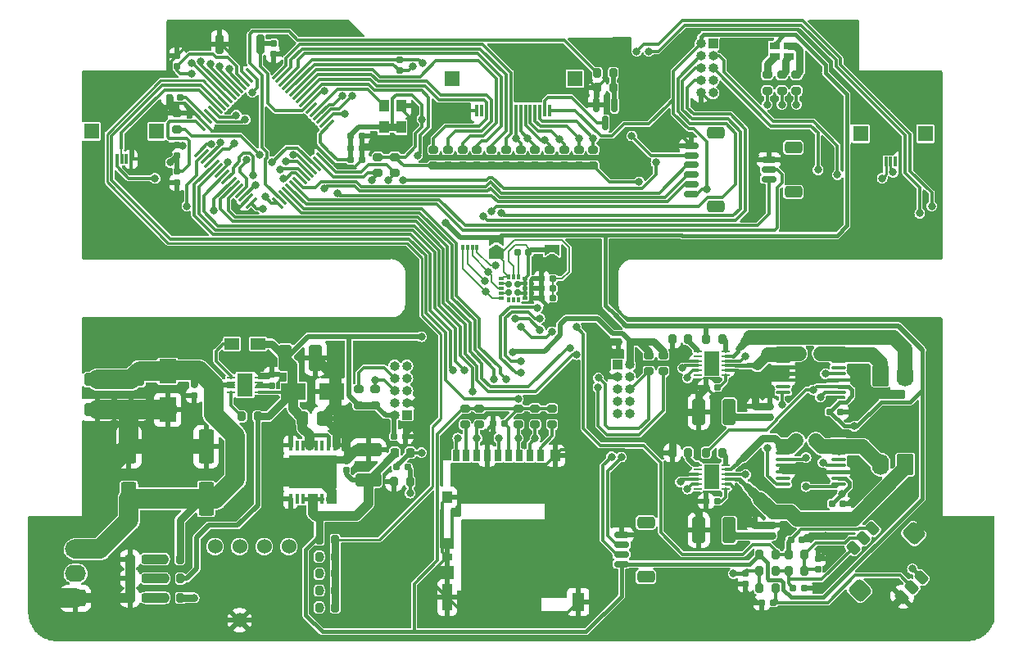
<source format=gbr>
%TF.GenerationSoftware,KiCad,Pcbnew,(6.0.4)*%
%TF.CreationDate,2022-08-24T21:10:21+09:00*%
%TF.ProjectId,robotrace_v1_main,726f626f-7472-4616-9365-5f76315f6d61,rev?*%
%TF.SameCoordinates,Original*%
%TF.FileFunction,Copper,L1,Top*%
%TF.FilePolarity,Positive*%
%FSLAX46Y46*%
G04 Gerber Fmt 4.6, Leading zero omitted, Abs format (unit mm)*
G04 Created by KiCad (PCBNEW (6.0.4)) date 2022-08-24 21:10:21*
%MOMM*%
%LPD*%
G01*
G04 APERTURE LIST*
G04 Aperture macros list*
%AMRoundRect*
0 Rectangle with rounded corners*
0 $1 Rounding radius*
0 $2 $3 $4 $5 $6 $7 $8 $9 X,Y pos of 4 corners*
0 Add a 4 corners polygon primitive as box body*
4,1,4,$2,$3,$4,$5,$6,$7,$8,$9,$2,$3,0*
0 Add four circle primitives for the rounded corners*
1,1,$1+$1,$2,$3*
1,1,$1+$1,$4,$5*
1,1,$1+$1,$6,$7*
1,1,$1+$1,$8,$9*
0 Add four rect primitives between the rounded corners*
20,1,$1+$1,$2,$3,$4,$5,0*
20,1,$1+$1,$4,$5,$6,$7,0*
20,1,$1+$1,$6,$7,$8,$9,0*
20,1,$1+$1,$8,$9,$2,$3,0*%
%AMFreePoly0*
4,1,6,1.000000,0.000000,0.500000,-0.750000,-0.500000,-0.750000,-0.500000,0.750000,0.500000,0.750000,1.000000,0.000000,1.000000,0.000000,$1*%
%AMFreePoly1*
4,1,6,0.500000,-0.750000,-0.650000,-0.750000,-0.150000,0.000000,-0.650000,0.750000,0.500000,0.750000,0.500000,-0.750000,0.500000,-0.750000,$1*%
G04 Aperture macros list end*
%TA.AperFunction,SMDPad,CuDef*%
%ADD10RoundRect,0.200000X0.275000X-0.200000X0.275000X0.200000X-0.275000X0.200000X-0.275000X-0.200000X0*%
%TD*%
%TA.AperFunction,SMDPad,CuDef*%
%ADD11R,0.700000X1.200000*%
%TD*%
%TA.AperFunction,SMDPad,CuDef*%
%ADD12R,1.000000X0.800000*%
%TD*%
%TA.AperFunction,SMDPad,CuDef*%
%ADD13R,1.000000X1.200000*%
%TD*%
%TA.AperFunction,SMDPad,CuDef*%
%ADD14R,1.000000X2.800000*%
%TD*%
%TA.AperFunction,SMDPad,CuDef*%
%ADD15R,1.300000X1.900000*%
%TD*%
%TA.AperFunction,SMDPad,CuDef*%
%ADD16FreePoly0,90.000000*%
%TD*%
%TA.AperFunction,SMDPad,CuDef*%
%ADD17FreePoly1,90.000000*%
%TD*%
%TA.AperFunction,SMDPad,CuDef*%
%ADD18RoundRect,0.250000X-0.412500X-1.100000X0.412500X-1.100000X0.412500X1.100000X-0.412500X1.100000X0*%
%TD*%
%TA.AperFunction,SMDPad,CuDef*%
%ADD19RoundRect,0.200000X-0.275000X0.200000X-0.275000X-0.200000X0.275000X-0.200000X0.275000X0.200000X0*%
%TD*%
%TA.AperFunction,SMDPad,CuDef*%
%ADD20R,1.500000X1.200000*%
%TD*%
%TA.AperFunction,ComponentPad*%
%ADD21R,1.000000X1.000000*%
%TD*%
%TA.AperFunction,ComponentPad*%
%ADD22O,1.000000X1.000000*%
%TD*%
%TA.AperFunction,SMDPad,CuDef*%
%ADD23RoundRect,0.155000X-0.155000X0.212500X-0.155000X-0.212500X0.155000X-0.212500X0.155000X0.212500X0*%
%TD*%
%TA.AperFunction,SMDPad,CuDef*%
%ADD24RoundRect,0.155000X-0.212500X-0.155000X0.212500X-0.155000X0.212500X0.155000X-0.212500X0.155000X0*%
%TD*%
%TA.AperFunction,SMDPad,CuDef*%
%ADD25RoundRect,0.200000X0.200000X0.275000X-0.200000X0.275000X-0.200000X-0.275000X0.200000X-0.275000X0*%
%TD*%
%TA.AperFunction,SMDPad,CuDef*%
%ADD26RoundRect,0.250000X1.100000X-0.412500X1.100000X0.412500X-1.100000X0.412500X-1.100000X-0.412500X0*%
%TD*%
%TA.AperFunction,SMDPad,CuDef*%
%ADD27RoundRect,0.250000X-0.337500X-0.475000X0.337500X-0.475000X0.337500X0.475000X-0.337500X0.475000X0*%
%TD*%
%TA.AperFunction,SMDPad,CuDef*%
%ADD28RoundRect,0.155000X0.155000X-0.212500X0.155000X0.212500X-0.155000X0.212500X-0.155000X-0.212500X0*%
%TD*%
%TA.AperFunction,SMDPad,CuDef*%
%ADD29R,0.450000X1.050000*%
%TD*%
%TA.AperFunction,SMDPad,CuDef*%
%ADD30R,5.000000X3.400000*%
%TD*%
%TA.AperFunction,ComponentPad*%
%ADD31C,1.524000*%
%TD*%
%TA.AperFunction,SMDPad,CuDef*%
%ADD32R,0.300000X1.000000*%
%TD*%
%TA.AperFunction,SMDPad,CuDef*%
%ADD33R,1.600000X1.600000*%
%TD*%
%TA.AperFunction,SMDPad,CuDef*%
%ADD34RoundRect,0.237500X-0.287500X-0.237500X0.287500X-0.237500X0.287500X0.237500X-0.287500X0.237500X0*%
%TD*%
%TA.AperFunction,SMDPad,CuDef*%
%ADD35RoundRect,0.150000X-0.625000X0.150000X-0.625000X-0.150000X0.625000X-0.150000X0.625000X0.150000X0*%
%TD*%
%TA.AperFunction,SMDPad,CuDef*%
%ADD36RoundRect,0.250000X-0.650000X0.350000X-0.650000X-0.350000X0.650000X-0.350000X0.650000X0.350000X0*%
%TD*%
%TA.AperFunction,SMDPad,CuDef*%
%ADD37RoundRect,0.200000X-0.200000X-0.275000X0.200000X-0.275000X0.200000X0.275000X-0.200000X0.275000X0*%
%TD*%
%TA.AperFunction,SMDPad,CuDef*%
%ADD38RoundRect,0.062500X-0.362500X-0.062500X0.362500X-0.062500X0.362500X0.062500X-0.362500X0.062500X0*%
%TD*%
%TA.AperFunction,SMDPad,CuDef*%
%ADD39R,1.650000X2.380000*%
%TD*%
%TA.AperFunction,SMDPad,CuDef*%
%ADD40R,1.800000X2.500000*%
%TD*%
%TA.AperFunction,SMDPad,CuDef*%
%ADD41RoundRect,0.250000X0.550000X-1.500000X0.550000X1.500000X-0.550000X1.500000X-0.550000X-1.500000X0*%
%TD*%
%TA.AperFunction,SMDPad,CuDef*%
%ADD42RoundRect,0.075000X0.441942X0.548008X-0.548008X-0.441942X-0.441942X-0.548008X0.548008X0.441942X0*%
%TD*%
%TA.AperFunction,SMDPad,CuDef*%
%ADD43RoundRect,0.075000X-0.441942X0.548008X-0.548008X0.441942X0.441942X-0.548008X0.548008X-0.441942X0*%
%TD*%
%TA.AperFunction,SMDPad,CuDef*%
%ADD44R,1.600000X2.500000*%
%TD*%
%TA.AperFunction,ComponentPad*%
%ADD45RoundRect,0.250000X-0.620000X-0.845000X0.620000X-0.845000X0.620000X0.845000X-0.620000X0.845000X0*%
%TD*%
%TA.AperFunction,ComponentPad*%
%ADD46O,1.740000X2.190000*%
%TD*%
%TA.AperFunction,SMDPad,CuDef*%
%ADD47RoundRect,0.250000X-1.100000X0.412500X-1.100000X-0.412500X1.100000X-0.412500X1.100000X0.412500X0*%
%TD*%
%TA.AperFunction,SMDPad,CuDef*%
%ADD48RoundRect,0.250000X-0.477297X0.123744X0.123744X-0.477297X0.477297X-0.123744X-0.123744X0.477297X0*%
%TD*%
%TA.AperFunction,SMDPad,CuDef*%
%ADD49RoundRect,0.450000X-0.707107X0.070711X0.070711X-0.707107X0.707107X-0.070711X-0.070711X0.707107X0*%
%TD*%
%TA.AperFunction,SMDPad,CuDef*%
%ADD50R,1.000000X1.300000*%
%TD*%
%TA.AperFunction,SMDPad,CuDef*%
%ADD51RoundRect,0.200000X0.200000X0.800000X-0.200000X0.800000X-0.200000X-0.800000X0.200000X-0.800000X0*%
%TD*%
%TA.AperFunction,SMDPad,CuDef*%
%ADD52RoundRect,0.218750X-0.218750X-0.256250X0.218750X-0.256250X0.218750X0.256250X-0.218750X0.256250X0*%
%TD*%
%TA.AperFunction,SMDPad,CuDef*%
%ADD53RoundRect,0.100000X-0.637500X-0.100000X0.637500X-0.100000X0.637500X0.100000X-0.637500X0.100000X0*%
%TD*%
%TA.AperFunction,SMDPad,CuDef*%
%ADD54R,2.500000X1.800000*%
%TD*%
%TA.AperFunction,ComponentPad*%
%ADD55RoundRect,0.250000X0.620000X0.845000X-0.620000X0.845000X-0.620000X-0.845000X0.620000X-0.845000X0*%
%TD*%
%TA.AperFunction,SMDPad,CuDef*%
%ADD56RoundRect,0.155000X0.212500X0.155000X-0.212500X0.155000X-0.212500X-0.155000X0.212500X-0.155000X0*%
%TD*%
%TA.AperFunction,SMDPad,CuDef*%
%ADD57RoundRect,0.087500X-0.187500X-0.087500X0.187500X-0.087500X0.187500X0.087500X-0.187500X0.087500X0*%
%TD*%
%TA.AperFunction,SMDPad,CuDef*%
%ADD58RoundRect,0.087500X-0.087500X-0.187500X0.087500X-0.187500X0.087500X0.187500X-0.087500X0.187500X0*%
%TD*%
%TA.AperFunction,ComponentPad*%
%ADD59RoundRect,0.250000X0.845000X-0.620000X0.845000X0.620000X-0.845000X0.620000X-0.845000X-0.620000X0*%
%TD*%
%TA.AperFunction,ComponentPad*%
%ADD60O,2.190000X1.740000*%
%TD*%
%TA.AperFunction,SMDPad,CuDef*%
%ADD61R,0.300000X1.300000*%
%TD*%
%TA.AperFunction,SMDPad,CuDef*%
%ADD62RoundRect,0.150000X-0.150000X0.587500X-0.150000X-0.587500X0.150000X-0.587500X0.150000X0.587500X0*%
%TD*%
%TA.AperFunction,SMDPad,CuDef*%
%ADD63R,0.400000X0.500000*%
%TD*%
%TA.AperFunction,SMDPad,CuDef*%
%ADD64R,0.300000X0.500000*%
%TD*%
%TA.AperFunction,ViaPad*%
%ADD65C,0.800000*%
%TD*%
%TA.AperFunction,ViaPad*%
%ADD66C,0.700000*%
%TD*%
%TA.AperFunction,ViaPad*%
%ADD67C,1.200000*%
%TD*%
%TA.AperFunction,Conductor*%
%ADD68C,0.300000*%
%TD*%
%TA.AperFunction,Conductor*%
%ADD69C,0.250000*%
%TD*%
%TA.AperFunction,Conductor*%
%ADD70C,0.400000*%
%TD*%
%TA.AperFunction,Conductor*%
%ADD71C,0.500000*%
%TD*%
%TA.AperFunction,Conductor*%
%ADD72C,0.800000*%
%TD*%
%TA.AperFunction,Conductor*%
%ADD73C,1.000000*%
%TD*%
%TA.AperFunction,Conductor*%
%ADD74C,2.000000*%
%TD*%
%TA.AperFunction,Conductor*%
%ADD75C,1.500000*%
%TD*%
%TA.AperFunction,Conductor*%
%ADD76C,0.200000*%
%TD*%
%TA.AperFunction,Conductor*%
%ADD77C,3.000000*%
%TD*%
G04 APERTURE END LIST*
D10*
%TO.P,R30,1*%
%TO.N,+3V3*%
X149500000Y-97825000D03*
%TO.P,R30,2*%
%TO.N,ADC1_IN4*%
X149500000Y-96175000D03*
%TD*%
D11*
%TO.P,J8,1,DAT2*%
%TO.N,Net-(J8-Pad1)*%
X150025000Y-127810000D03*
%TO.P,J8,2,DAT3/CD*%
%TO.N,CS_MSD*%
X148925000Y-127810000D03*
%TO.P,J8,3,CMD*%
%TO.N,SPI3_MOSI*%
X147825000Y-127810000D03*
%TO.P,J8,4,VDD*%
%TO.N,+3V3*%
X146725000Y-127810000D03*
%TO.P,J8,5,CLK*%
%TO.N,SPI3_SCK*%
X145625000Y-127810000D03*
%TO.P,J8,6,VSS*%
%TO.N,GND*%
X144525000Y-127810000D03*
%TO.P,J8,7,DAT0*%
%TO.N,SPI3_MISO*%
X143425000Y-127810000D03*
%TO.P,J8,8,DAT1*%
%TO.N,Net-(J8-Pad8)*%
X142325000Y-127810000D03*
%TO.P,J8,9,DET_B*%
%TO.N,SW_MSD*%
X141375000Y-127810000D03*
D12*
%TO.P,J8,10,DET_A*%
%TO.N,GND*%
X140425000Y-138310000D03*
D13*
%TO.P,J8,11,SHIELD*%
X151575000Y-127810000D03*
X140425000Y-132110000D03*
D14*
X140425000Y-142460000D03*
D15*
X153925000Y-142910000D03*
%TD*%
D16*
%TO.P,JP4,1,A*%
%TO.N,Net-(C20-Pad2)*%
X145500000Y-106975000D03*
D17*
%TO.P,JP4,2,B*%
%TO.N,+3V3*%
X145500000Y-105525000D03*
%TD*%
D18*
%TO.P,C26,1*%
%TO.N,+5V*%
X123687500Y-117687500D03*
%TO.P,C26,2*%
%TO.N,GND*%
X126812500Y-117687500D03*
%TD*%
D10*
%TO.P,R18,1*%
%TO.N,+3V3*%
X139000000Y-97825000D03*
%TO.P,R18,2*%
%TO.N,ADC1_IN11*%
X139000000Y-96175000D03*
%TD*%
D19*
%TO.P,R39,1*%
%TO.N,+5V*%
X161250000Y-117425000D03*
%TO.P,R39,2*%
%TO.N,TIM4_CH1*%
X161250000Y-119075000D03*
%TD*%
D20*
%TO.P,L1,1,1*%
%TO.N,Net-(L1-Pad1)*%
X118150000Y-116250000D03*
%TO.P,L1,2,2*%
%TO.N,+5V*%
X120850000Y-116250000D03*
%TD*%
D21*
%TO.P,J5,1,Pin_1*%
%TO.N,+5V*%
X167895000Y-85225000D03*
D22*
%TO.P,J5,2,Pin_2*%
%TO.N,+3V3*%
X166625000Y-85225000D03*
%TO.P,J5,3,Pin_3*%
%TO.N,Input2*%
X167895000Y-86495000D03*
%TO.P,J5,4,Pin_4*%
%TO.N,SPI2_MOSI*%
X166625000Y-86495000D03*
%TO.P,J5,5,Pin_5*%
%TO.N,Input1*%
X167895000Y-87765000D03*
%TO.P,J5,6,Pin_6*%
%TO.N,SPI2_SCK*%
X166625000Y-87765000D03*
%TO.P,J5,7,Pin_7*%
%TO.N,Output1*%
X167895000Y-89035000D03*
%TO.P,J5,8,Pin_8*%
%TO.N,SPI2_MISO*%
X166625000Y-89035000D03*
%TO.P,J5,9,Pin_9*%
%TO.N,Output2*%
X167895000Y-90305000D03*
%TO.P,J5,10,Pin_10*%
%TO.N,GND*%
X166625000Y-90305000D03*
%TD*%
D10*
%TO.P,R29,1*%
%TO.N,+3V3*%
X148000000Y-97825000D03*
%TO.P,R29,2*%
%TO.N,ADC1_IN3*%
X148000000Y-96175000D03*
%TD*%
D23*
%TO.P,C35,1*%
%TO.N,GND*%
X174000000Y-134932500D03*
%TO.P,C35,2*%
%TO.N,+BATT*%
X174000000Y-136067500D03*
%TD*%
D19*
%TO.P,R4,1*%
%TO.N,GND*%
X112500000Y-92425000D03*
%TO.P,R4,2*%
%TO.N,Net-(R4-Pad2)*%
X112500000Y-94075000D03*
%TD*%
D24*
%TO.P,C42,1*%
%TO.N,+3.3VA*%
X135182500Y-129000000D03*
%TO.P,C42,2*%
%TO.N,GNDA*%
X136317500Y-129000000D03*
%TD*%
%TO.P,C24,1*%
%TO.N,Net-(C24-Pad1)*%
X147682500Y-106750000D03*
%TO.P,C24,2*%
%TO.N,Net-(C24-Pad2)*%
X148817500Y-106750000D03*
%TD*%
D19*
%TO.P,R46,1*%
%TO.N,+3V3*%
X133250000Y-96925000D03*
%TO.P,R46,2*%
%TO.N,I2C1_SCL*%
X133250000Y-98575000D03*
%TD*%
D25*
%TO.P,R9,1*%
%TO.N,SW_tact*%
X174325000Y-138000000D03*
%TO.P,R9,2*%
%TO.N,+3V3*%
X172675000Y-138000000D03*
%TD*%
D26*
%TO.P,C38,1*%
%TO.N,+3V3*%
X132250000Y-130312500D03*
%TO.P,C38,2*%
%TO.N,GND*%
X132250000Y-127187500D03*
%TD*%
D27*
%TO.P,C29,1*%
%TO.N,+5V*%
X125462500Y-123937500D03*
%TO.P,C29,2*%
%TO.N,GND*%
X127537500Y-123937500D03*
%TD*%
D28*
%TO.P,C1,1*%
%TO.N,GND*%
X122500000Y-86317500D03*
%TO.P,C1,2*%
%TO.N,Net-(C1-Pad2)*%
X122500000Y-85182500D03*
%TD*%
D29*
%TO.P,U6,1,GND*%
%TO.N,GND*%
X124225000Y-132275000D03*
%TO.P,U6,2,NC*%
%TO.N,unconnected-(U6-Pad2)*%
X124875000Y-132275000D03*
%TO.P,U6,3,OUT*%
%TO.N,+3V3*%
X125525000Y-132275000D03*
%TO.P,U6,4,OUT*%
X126175000Y-132275000D03*
%TO.P,U6,5,OUT*%
X126825000Y-132275000D03*
%TO.P,U6,6,SENSE/ADJ*%
X127475000Y-132275000D03*
%TO.P,U6,7,GND*%
%TO.N,GND*%
X128125000Y-132275000D03*
%TO.P,U6,8,GND*%
X128775000Y-132275000D03*
%TO.P,U6,9,GND*%
X128775000Y-126725000D03*
%TO.P,U6,10,SHDN*%
%TO.N,+5V*%
X128125000Y-126725000D03*
%TO.P,U6,11,NC*%
%TO.N,unconnected-(U6-Pad11)*%
X127475000Y-126725000D03*
%TO.P,U6,12,IN*%
%TO.N,+5V*%
X126825000Y-126725000D03*
%TO.P,U6,13,IN*%
X126175000Y-126725000D03*
%TO.P,U6,14,IN*%
X125525000Y-126725000D03*
%TO.P,U6,15,NC*%
%TO.N,unconnected-(U6-Pad15)*%
X124875000Y-126725000D03*
%TO.P,U6,16,GND*%
%TO.N,GND*%
X124225000Y-126725000D03*
D30*
%TO.P,U6,17*%
X126500000Y-129500000D03*
%TD*%
D31*
%TO.P,SW3,1,1*%
%TO.N,/Rotary1*%
X116410000Y-137200000D03*
%TO.P,SW3,2,2*%
%TO.N,/Rotary2*%
X118950000Y-137200000D03*
%TO.P,SW3,4,4*%
%TO.N,/Rotary3*%
X121490000Y-137200000D03*
%TO.P,SW3,8,8*%
%TO.N,/Rotary4*%
X124030000Y-137200000D03*
%TO.P,SW3,C,C*%
%TO.N,GND*%
X118950000Y-144820000D03*
%TD*%
D32*
%TO.P,J1,1,Pin_1*%
%TO.N,GND*%
X187225000Y-97400000D03*
%TO.P,J1,2,Pin_2*%
%TO.N,unconnected-(J1-Pad2)*%
X186725000Y-97400000D03*
%TO.P,J1,3,Pin_3*%
%TO.N,Sidesensor1*%
X186250000Y-97400000D03*
%TO.P,J1,4,Pin_4*%
%TO.N,+5V*%
X185750000Y-97400000D03*
D33*
%TO.P,J1,MP*%
%TO.N,N/C*%
X183137500Y-94525000D03*
X189837500Y-94525000D03*
%TD*%
D34*
%TO.P,D2,1,K*%
%TO.N,GND*%
X107625000Y-138500000D03*
%TO.P,D2,2,A*%
%TO.N,Net-(D2-Pad2)*%
X109375000Y-138500000D03*
%TD*%
D25*
%TO.P,R12,1*%
%TO.N,Net-(C6-Pad1)*%
X174325000Y-139750000D03*
%TO.P,R12,2*%
%TO.N,Net-(C7-Pad1)*%
X172675000Y-139750000D03*
%TD*%
D35*
%TO.P,J4,1,Pin_1*%
%TO.N,GND*%
X158425000Y-136000000D03*
%TO.P,J4,2,Pin_2*%
%TO.N,I2C1_SDA*%
X158425000Y-137000000D03*
%TO.P,J4,3,Pin_3*%
%TO.N,I2C1_SCL*%
X158425000Y-138000000D03*
%TO.P,J4,4,Pin_4*%
%TO.N,+3V3*%
X158425000Y-139000000D03*
D36*
%TO.P,J4,MP*%
%TO.N,N/C*%
X160950000Y-140300000D03*
X160950000Y-134700000D03*
%TD*%
D24*
%TO.P,C13,1*%
%TO.N,+3V3*%
X130432500Y-97250000D03*
%TO.P,C13,2*%
%TO.N,GND*%
X131567500Y-97250000D03*
%TD*%
D10*
%TO.P,R27,1*%
%TO.N,+3V3*%
X145000000Y-97825000D03*
%TO.P,R27,2*%
%TO.N,ADC1_IN1*%
X145000000Y-96175000D03*
%TD*%
D37*
%TO.P,R47,1*%
%TO.N,GND*%
X134925000Y-130500000D03*
%TO.P,R47,2*%
%TO.N,GNDA*%
X136575000Y-130500000D03*
%TD*%
D10*
%TO.P,R45,1*%
%TO.N,+5V*%
X131250000Y-122575000D03*
%TO.P,R45,2*%
%TO.N,TIM5_CH2*%
X131250000Y-120925000D03*
%TD*%
D19*
%TO.P,R17,1*%
%TO.N,+3V3*%
X147750000Y-122925000D03*
%TO.P,R17,2*%
%TO.N,SPI3_MOSI*%
X147750000Y-124575000D03*
%TD*%
D28*
%TO.P,C37,1*%
%TO.N,+3V3*%
X130000000Y-129317500D03*
%TO.P,C37,2*%
%TO.N,GND*%
X130000000Y-128182500D03*
%TD*%
D37*
%TO.P,R10,1*%
%TO.N,SW_tact*%
X175675000Y-138000000D03*
%TO.P,R10,2*%
%TO.N,Net-(C5-Pad1)*%
X177325000Y-138000000D03*
%TD*%
D10*
%TO.P,R28,1*%
%TO.N,+3V3*%
X146500000Y-97825000D03*
%TO.P,R28,2*%
%TO.N,ADC1_IN2*%
X146500000Y-96175000D03*
%TD*%
D38*
%TO.P,U3,1,SW*%
%TO.N,Net-(L1-Pad1)*%
X118025000Y-119750000D03*
%TO.P,U3,2,VIN*%
%TO.N,+BATT*%
X118025000Y-120250000D03*
%TO.P,U3,3,RUN*%
X118025000Y-120750000D03*
%TO.P,U3,4,PGOOD*%
%TO.N,Net-(R35-Pad1)*%
X118025000Y-121250000D03*
%TO.P,U3,5,FB*%
%TO.N,+5V*%
X120975000Y-121250000D03*
%TO.P,U3,6,INTVCC*%
%TO.N,Net-(C25-Pad2)*%
X120975000Y-120750000D03*
%TO.P,U3,7,MODE/SYNC*%
X120975000Y-120250000D03*
%TO.P,U3,8,GND*%
%TO.N,GND*%
X120975000Y-119750000D03*
D39*
%TO.P,U3,9*%
%TO.N,N/C*%
X119500000Y-120500000D03*
%TD*%
D18*
%TO.P,C33,1*%
%TO.N,GND*%
X166437500Y-135500000D03*
%TO.P,C33,2*%
%TO.N,+BATT*%
X169562500Y-135500000D03*
%TD*%
D34*
%TO.P,D5,1,K*%
%TO.N,GND*%
X107625000Y-140500000D03*
%TO.P,D5,2,A*%
%TO.N,Net-(D5-Pad2)*%
X109375000Y-140500000D03*
%TD*%
D23*
%TO.P,C25,1*%
%TO.N,GND*%
X122250000Y-119432500D03*
%TO.P,C25,2*%
%TO.N,Net-(C25-Pad2)*%
X122250000Y-120567500D03*
%TD*%
D37*
%TO.P,R38,1*%
%TO.N,Net-(D5-Pad2)*%
X111175000Y-140500000D03*
%TO.P,R38,2*%
%TO.N,+5V*%
X112825000Y-140500000D03*
%TD*%
D10*
%TO.P,R26,1*%
%TO.N,+3V3*%
X143500000Y-97825000D03*
%TO.P,R26,2*%
%TO.N,ADC1_IN0*%
X143500000Y-96175000D03*
%TD*%
D40*
%TO.P,D3,1,K*%
%TO.N,+BATT*%
X111500000Y-119062500D03*
%TO.P,D3,2,A*%
%TO.N,GND*%
X111500000Y-123062500D03*
%TD*%
D41*
%TO.P,C15,1*%
%TO.N,+BATT*%
X107500000Y-132262500D03*
%TO.P,C15,2*%
%TO.N,GND*%
X107500000Y-126862500D03*
%TD*%
D42*
%TO.P,U1,1,VBAT*%
%TO.N,+3V3*%
X128164481Y-93638819D03*
%TO.P,U1,2,PC13*%
%TO.N,Sidesensor1*%
X127810928Y-93285266D03*
%TO.P,U1,3,PC14*%
%TO.N,Output1*%
X127457375Y-92931713D03*
%TO.P,U1,4,PC15*%
%TO.N,Output2*%
X127103821Y-92578159D03*
%TO.P,U1,5,PH0*%
%TO.N,Net-(U1-Pad5)*%
X126750268Y-92224606D03*
%TO.P,U1,6,PH1*%
%TO.N,unconnected-(U1-Pad6)*%
X126396714Y-91871052D03*
%TO.P,U1,7,NRST*%
%TO.N,Net-(C1-Pad2)*%
X126043161Y-91517499D03*
%TO.P,U1,8,PC0*%
%TO.N,SW_tact*%
X125689608Y-91163946D03*
%TO.P,U1,9,PC1*%
%TO.N,ADC1_IN11*%
X125336054Y-90810392D03*
%TO.P,U1,10,PC2*%
%TO.N,ADC1_IN12*%
X124982501Y-90456839D03*
%TO.P,U1,11,PC3*%
%TO.N,ADC1_IN13*%
X124628948Y-90103286D03*
%TO.P,U1,12,VSSA*%
%TO.N,GNDA*%
X124275394Y-89749732D03*
%TO.P,U1,13,VDDA*%
%TO.N,+3.3VA*%
X123921841Y-89396179D03*
%TO.P,U1,14,PA0*%
%TO.N,ADC1_IN0*%
X123568287Y-89042625D03*
%TO.P,U1,15,PA1*%
%TO.N,ADC1_IN1*%
X123214734Y-88689072D03*
%TO.P,U1,16,PA2*%
%TO.N,ADC1_IN2*%
X122861181Y-88335519D03*
D43*
%TO.P,U1,17,PA3*%
%TO.N,ADC1_IN3*%
X120138819Y-88335519D03*
%TO.P,U1,18,VSS*%
%TO.N,GND*%
X119785266Y-88689072D03*
%TO.P,U1,19,VDD*%
%TO.N,+3V3*%
X119431713Y-89042625D03*
%TO.P,U1,20,PA4*%
%TO.N,ADC1_IN4*%
X119078159Y-89396179D03*
%TO.P,U1,21,PA5*%
%TO.N,ADC1_IN5*%
X118724606Y-89749732D03*
%TO.P,U1,22,PA6*%
%TO.N,ADC1_IN6*%
X118371052Y-90103286D03*
%TO.P,U1,23,PA7*%
%TO.N,ADC1_IN7*%
X118017499Y-90456839D03*
%TO.P,U1,24,PC4*%
%TO.N,ADC1_IN14*%
X117663946Y-90810392D03*
%TO.P,U1,25,PC5*%
%TO.N,SW_rotary*%
X117310392Y-91163946D03*
%TO.P,U1,26,PB0*%
%TO.N,SPI3_MOSI*%
X116956839Y-91517499D03*
%TO.P,U1,27,PB1*%
%TO.N,Sidesensor2*%
X116603286Y-91871052D03*
%TO.P,U1,28,PB2*%
%TO.N,Input2*%
X116249732Y-92224606D03*
%TO.P,U1,29,PB10*%
%TO.N,SPI2_SCK*%
X115896179Y-92578159D03*
%TO.P,U1,30,VCAP_1*%
%TO.N,Net-(C3-Pad2)*%
X115542625Y-92931713D03*
%TO.P,U1,31,VSS*%
%TO.N,GND*%
X115189072Y-93285266D03*
%TO.P,U1,32,VDD*%
%TO.N,+3V3*%
X114835519Y-93638819D03*
D42*
%TO.P,U1,33,PB12*%
%TO.N,CS_IMU*%
X114835519Y-96361181D03*
%TO.P,U1,34,PB13*%
%TO.N,CS_MSD*%
X115189072Y-96714734D03*
%TO.P,U1,35,PB14*%
%TO.N,SPI2_MISO*%
X115542625Y-97068287D03*
%TO.P,U1,36,PB15*%
%TO.N,SPI2_MOSI*%
X115896179Y-97421841D03*
%TO.P,U1,37,PC6*%
%TO.N,TIM5_CH1*%
X116249732Y-97775394D03*
%TO.P,U1,38,PC7*%
%TO.N,TIM5_CH2*%
X116603286Y-98128948D03*
%TO.P,U1,39,PC8*%
%TO.N,Input1*%
X116956839Y-98482501D03*
%TO.P,U1,40,PC9*%
%TO.N,SW_MSD*%
X117310392Y-98836054D03*
%TO.P,U1,41,PA8*%
%TO.N,TIM1_CH1*%
X117663946Y-99189608D03*
%TO.P,U1,42,PA9*%
%TO.N,TIM1_CH2*%
X118017499Y-99543161D03*
%TO.P,U1,43,PA10*%
%TO.N,TIM1_CH3*%
X118371052Y-99896714D03*
%TO.P,U1,44,PA11*%
%TO.N,TIM1_CH4*%
X118724606Y-100250268D03*
%TO.P,U1,45,PA12*%
%TO.N,LED3*%
X119078159Y-100603821D03*
%TO.P,U1,46,PA13*%
%TO.N,TMS*%
X119431713Y-100957375D03*
%TO.P,U1,47,VSS*%
%TO.N,GND*%
X119785266Y-101310928D03*
%TO.P,U1,48,VDD*%
%TO.N,+3V3*%
X120138819Y-101664481D03*
D43*
%TO.P,U1,49,PA14*%
%TO.N,TCK*%
X122861181Y-101664481D03*
%TO.P,U1,50,PA15*%
%TO.N,TIM2_CH1*%
X123214734Y-101310928D03*
%TO.P,U1,51,PC10*%
%TO.N,SPI3_SCK*%
X123568287Y-100957375D03*
%TO.P,U1,52,PC11*%
%TO.N,SPI3_MISO*%
X123921841Y-100603821D03*
%TO.P,U1,53,PC12*%
%TO.N,UART5_TX*%
X124275394Y-100250268D03*
%TO.P,U1,54,PD2*%
%TO.N,UART5_RX*%
X124628948Y-99896714D03*
%TO.P,U1,55,PB3*%
%TO.N,SWO*%
X124982501Y-99543161D03*
%TO.P,U1,56,PB4*%
%TO.N,LED1*%
X125336054Y-99189608D03*
%TO.P,U1,57,PB5*%
%TO.N,LED2*%
X125689608Y-98836054D03*
%TO.P,U1,58,PB6*%
%TO.N,TIM4_CH1*%
X126043161Y-98482501D03*
%TO.P,U1,59,PB7*%
%TO.N,TIM4_CH2*%
X126396714Y-98128948D03*
%TO.P,U1,60,BOOT0*%
%TO.N,Net-(R4-Pad2)*%
X126750268Y-97775394D03*
%TO.P,U1,61,PB8*%
%TO.N,I2C1_SCL*%
X127103821Y-97421841D03*
%TO.P,U1,62,PB9*%
%TO.N,I2C1_SDA*%
X127457375Y-97068287D03*
%TO.P,U1,63,VSS*%
%TO.N,GND*%
X127810928Y-96714734D03*
%TO.P,U1,64,VDD*%
%TO.N,+3V3*%
X128164481Y-96361181D03*
%TD*%
D38*
%TO.P,U5,1,ILM*%
%TO.N,Net-(R37-Pad2)*%
X166325000Y-128750000D03*
%TO.P,U5,2,ROFF*%
%TO.N,unconnected-(U5-Pad2)*%
X166325000Y-129250000D03*
%TO.P,U5,3,GNDP*%
%TO.N,GND*%
X166325000Y-129750000D03*
%TO.P,U5,4,IN1*%
%TO.N,TIM1_CH1*%
X166325000Y-130250000D03*
%TO.P,U5,5,IN2*%
%TO.N,TIM1_CH2*%
X166325000Y-130750000D03*
%TO.P,U5,6,ISEN*%
%TO.N,unconnected-(U5-Pad6)*%
X166325000Y-131250000D03*
%TO.P,U5,7,V18*%
%TO.N,Net-(C28-Pad2)*%
X169175000Y-131250000D03*
%TO.P,U5,8,GNDA*%
%TO.N,GND*%
X169175000Y-130750000D03*
%TO.P,U5,9,OUT2*%
%TO.N,Net-(J11-Pad1)*%
X169175000Y-130250000D03*
%TO.P,U5,10,VM*%
%TO.N,+BATT*%
X169175000Y-129750000D03*
%TO.P,U5,11,OUT1*%
%TO.N,Net-(JP2-Pad2)*%
X169175000Y-129250000D03*
%TO.P,U5,12,FAULT*%
%TO.N,Net-(R41-Pad1)*%
X169175000Y-128750000D03*
D44*
%TO.P,U5,13*%
%TO.N,N/C*%
X167750000Y-130000000D03*
%TD*%
D45*
%TO.P,J12,1,Pin_1*%
%TO.N,Net-(J12-Pad1)*%
X185230000Y-119520000D03*
D46*
%TO.P,J12,2,Pin_2*%
%TO.N,Net-(J12-Pad2)*%
X187770000Y-119520000D03*
%TD*%
D47*
%TO.P,C18,1*%
%TO.N,+BATT*%
X107750000Y-119937500D03*
%TO.P,C18,2*%
%TO.N,GND*%
X107750000Y-123062500D03*
%TD*%
D24*
%TO.P,C39,1*%
%TO.N,+3V3*%
X179932500Y-123250000D03*
%TO.P,C39,2*%
%TO.N,GND*%
X181067500Y-123250000D03*
%TD*%
D25*
%TO.P,R40,1*%
%TO.N,Net-(R40-Pad1)*%
X168825000Y-115750000D03*
%TO.P,R40,2*%
%TO.N,+3V3*%
X167175000Y-115750000D03*
%TD*%
D19*
%TO.P,R15,1*%
%TO.N,+3V3*%
X142250000Y-122925000D03*
%TO.P,R15,2*%
%TO.N,Net-(J8-Pad8)*%
X142250000Y-124575000D03*
%TD*%
%TO.P,R1,1*%
%TO.N,Net-(D1-Pad4)*%
X173500000Y-88425000D03*
%TO.P,R1,2*%
%TO.N,LED1*%
X173500000Y-90075000D03*
%TD*%
%TO.P,R48,1*%
%TO.N,+3V3*%
X135000000Y-96925000D03*
%TO.P,R48,2*%
%TO.N,I2C1_SDA*%
X135000000Y-98575000D03*
%TD*%
D37*
%TO.P,R8,1*%
%TO.N,/Rotary4*%
X127175000Y-138250000D03*
%TO.P,R8,2*%
%TO.N,SW_rotary*%
X128825000Y-138250000D03*
%TD*%
D24*
%TO.P,C6,1*%
%TO.N,Net-(C6-Pad1)*%
X176182500Y-141500000D03*
%TO.P,C6,2*%
%TO.N,GND*%
X177317500Y-141500000D03*
%TD*%
D48*
%TO.P,SW2,1,1*%
%TO.N,SW_tact*%
X184387658Y-135322779D03*
%TO.P,SW2,2,2*%
%TO.N,Net-(C5-Pad1)*%
X183380030Y-136330406D03*
%TO.P,SW2,3,3*%
%TO.N,Net-(C6-Pad1)*%
X182372403Y-137338033D03*
%TO.P,SW2,4,4*%
%TO.N,Net-(C7-Pad1)*%
X189443471Y-140378592D03*
%TO.P,SW2,5,5*%
%TO.N,Net-(C8-Pad1)*%
X188435844Y-141386220D03*
%TO.P,SW2,6,6*%
%TO.N,GND*%
X187428217Y-142393847D03*
D49*
%TO.P,SW2,7*%
%TO.N,N/C*%
X188630298Y-135853109D03*
%TO.P,SW2,8*%
X183044155Y-141722095D03*
%TD*%
D50*
%TO.P,Y1,1,1*%
%TO.N,+3V3*%
X135650000Y-93850000D03*
%TO.P,Y1,2,2*%
%TO.N,GND*%
X135650000Y-91650000D03*
%TO.P,Y1,3,3*%
%TO.N,Net-(U1-Pad5)*%
X133850000Y-91650000D03*
%TO.P,Y1,4,4*%
%TO.N,+3V3*%
X133850000Y-93850000D03*
%TD*%
D10*
%TO.P,R33,1*%
%TO.N,+3V3*%
X154000000Y-97825000D03*
%TO.P,R33,2*%
%TO.N,ADC1_IN7*%
X154000000Y-96175000D03*
%TD*%
D51*
%TO.P,SW1,1,1*%
%TO.N,Net-(C1-Pad2)*%
X121100000Y-85250000D03*
%TO.P,SW1,2,2*%
%TO.N,GND*%
X116900000Y-85250000D03*
%TD*%
D38*
%TO.P,U4,1,ILM*%
%TO.N,Net-(R36-Pad2)*%
X166325000Y-117000000D03*
%TO.P,U4,2,ROFF*%
%TO.N,unconnected-(U4-Pad2)*%
X166325000Y-117500000D03*
%TO.P,U4,3,GNDP*%
%TO.N,GND*%
X166325000Y-118000000D03*
%TO.P,U4,4,IN1*%
%TO.N,TIM1_CH4*%
X166325000Y-118500000D03*
%TO.P,U4,5,IN2*%
%TO.N,TIM1_CH3*%
X166325000Y-119000000D03*
%TO.P,U4,6,ISEN*%
%TO.N,unconnected-(U4-Pad6)*%
X166325000Y-119500000D03*
%TO.P,U4,7,V18*%
%TO.N,Net-(C27-Pad2)*%
X169175000Y-119500000D03*
%TO.P,U4,8,GNDA*%
%TO.N,GND*%
X169175000Y-119000000D03*
%TO.P,U4,9,OUT2*%
%TO.N,Net-(JP1-Pad2)*%
X169175000Y-118500000D03*
%TO.P,U4,10,VM*%
%TO.N,+BATT*%
X169175000Y-118000000D03*
%TO.P,U4,11,OUT1*%
%TO.N,Net-(J12-Pad2)*%
X169175000Y-117500000D03*
%TO.P,U4,12,FAULT*%
%TO.N,Net-(R40-Pad1)*%
X169175000Y-117000000D03*
D44*
%TO.P,U4,13*%
%TO.N,N/C*%
X167750000Y-118250000D03*
%TD*%
D19*
%TO.P,R42,1*%
%TO.N,+5V*%
X162750000Y-117425000D03*
%TO.P,R42,2*%
%TO.N,TIM4_CH2*%
X162750000Y-119075000D03*
%TD*%
D24*
%TO.P,C28,1*%
%TO.N,GND*%
X167182500Y-132500000D03*
%TO.P,C28,2*%
%TO.N,Net-(C28-Pad2)*%
X168317500Y-132500000D03*
%TD*%
D35*
%TO.P,J6,1,Pin_1*%
%TO.N,GND*%
X165675000Y-95750000D03*
%TO.P,J6,2,Pin_2*%
%TO.N,Net-(C1-Pad2)*%
X165675000Y-96750000D03*
%TO.P,J6,3,Pin_3*%
%TO.N,SWO*%
X165675000Y-97750000D03*
%TO.P,J6,4,Pin_4*%
%TO.N,TCK*%
X165675000Y-98750000D03*
%TO.P,J6,5,Pin_5*%
%TO.N,TMS*%
X165675000Y-99750000D03*
%TO.P,J6,6,Pin_6*%
%TO.N,+3V3*%
X165675000Y-100750000D03*
D36*
%TO.P,J6,MP*%
%TO.N,N/C*%
X168200000Y-102050000D03*
X168200000Y-94450000D03*
%TD*%
D25*
%TO.P,R24,1*%
%TO.N,Net-(Q1-Pad1)*%
X157575000Y-89750000D03*
%TO.P,R24,2*%
%TO.N,GND*%
X155925000Y-89750000D03*
%TD*%
D34*
%TO.P,D6,1,K*%
%TO.N,GND*%
X107625000Y-142500000D03*
%TO.P,D6,2,A*%
%TO.N,Net-(D6-Pad2)*%
X109375000Y-142500000D03*
%TD*%
D18*
%TO.P,C31,1*%
%TO.N,GND*%
X166437500Y-123250000D03*
%TO.P,C31,2*%
%TO.N,+BATT*%
X169562500Y-123250000D03*
%TD*%
D19*
%TO.P,R2,1*%
%TO.N,Net-(D1-Pad3)*%
X175000000Y-88425000D03*
%TO.P,R2,2*%
%TO.N,LED2*%
X175000000Y-90075000D03*
%TD*%
D24*
%TO.P,C22,1*%
%TO.N,GND*%
X150182500Y-111500000D03*
%TO.P,C22,2*%
%TO.N,Net-(C20-Pad2)*%
X151317500Y-111500000D03*
%TD*%
D19*
%TO.P,R20,1*%
%TO.N,+3V3*%
X149500000Y-122925000D03*
%TO.P,R20,2*%
%TO.N,CS_MSD*%
X149500000Y-124575000D03*
%TD*%
D37*
%TO.P,R35,1*%
%TO.N,Net-(R35-Pad1)*%
X119175000Y-123750000D03*
%TO.P,R35,2*%
%TO.N,+5V*%
X120825000Y-123750000D03*
%TD*%
D52*
%TO.P,FB1,1*%
%TO.N,+3V3*%
X135012500Y-127500000D03*
%TO.P,FB1,2*%
%TO.N,+3.3VA*%
X136587500Y-127500000D03*
%TD*%
D53*
%TO.P,U7,1,IN+*%
%TO.N,Net-(JP1-Pad2)*%
X175137500Y-116725000D03*
%TO.P,U7,2,IN+*%
X175137500Y-117375000D03*
%TO.P,U7,3,IN+*%
X175137500Y-118025000D03*
%TO.P,U7,4,A1*%
%TO.N,GND*%
X175137500Y-118675000D03*
%TO.P,U7,5,A0*%
X175137500Y-119325000D03*
%TO.P,U7,6,GND*%
X175137500Y-119975000D03*
%TO.P,U7,7,ALERT*%
%TO.N,unconnected-(U7-Pad7)*%
X175137500Y-120625000D03*
%TO.P,U7,8,SDA*%
%TO.N,I2C1_SDA*%
X175137500Y-121275000D03*
%TO.P,U7,9,SCL*%
%TO.N,I2C1_SCL*%
X180862500Y-121275000D03*
%TO.P,U7,10,VS*%
%TO.N,+3V3*%
X180862500Y-120625000D03*
%TO.P,U7,11,GND*%
%TO.N,GND*%
X180862500Y-119975000D03*
%TO.P,U7,12,VBUS*%
%TO.N,+BATT*%
X180862500Y-119325000D03*
%TO.P,U7,13,NC*%
%TO.N,unconnected-(U7-Pad13)*%
X180862500Y-118675000D03*
%TO.P,U7,14,IN-*%
%TO.N,Net-(J12-Pad1)*%
X180862500Y-118025000D03*
%TO.P,U7,15,IN-*%
X180862500Y-117375000D03*
%TO.P,U7,16,IN-*%
X180862500Y-116725000D03*
%TD*%
D19*
%TO.P,R16,1*%
%TO.N,+3V3*%
X143750000Y-122925000D03*
%TO.P,R16,2*%
%TO.N,SPI3_MISO*%
X143750000Y-124575000D03*
%TD*%
D37*
%TO.P,R22,1*%
%TO.N,Net-(D2-Pad2)*%
X111125000Y-138500000D03*
%TO.P,R22,2*%
%TO.N,+BATT*%
X112775000Y-138500000D03*
%TD*%
D23*
%TO.P,C23,1*%
%TO.N,+BATT*%
X114250000Y-120432500D03*
%TO.P,C23,2*%
%TO.N,GND*%
X114250000Y-121567500D03*
%TD*%
D37*
%TO.P,R6,1*%
%TO.N,/Rotary2*%
X127175000Y-141750000D03*
%TO.P,R6,2*%
%TO.N,SW_rotary*%
X128825000Y-141750000D03*
%TD*%
D24*
%TO.P,C41,1*%
%TO.N,+5V*%
X134932500Y-125800000D03*
%TO.P,C41,2*%
%TO.N,GND*%
X136067500Y-125800000D03*
%TD*%
D23*
%TO.P,C34,1*%
%TO.N,GND*%
X173750000Y-122682500D03*
%TO.P,C34,2*%
%TO.N,+BATT*%
X173750000Y-123817500D03*
%TD*%
D10*
%TO.P,R21,1*%
%TO.N,+3V3*%
X140500000Y-97825000D03*
%TO.P,R21,2*%
%TO.N,ADC1_IN12*%
X140500000Y-96175000D03*
%TD*%
D24*
%TO.P,C21,1*%
%TO.N,GND*%
X150182500Y-110500000D03*
%TO.P,C21,2*%
%TO.N,Net-(C20-Pad2)*%
X151317500Y-110500000D03*
%TD*%
D25*
%TO.P,R41,1*%
%TO.N,Net-(R41-Pad1)*%
X168825000Y-127500000D03*
%TO.P,R41,2*%
%TO.N,+3V3*%
X167175000Y-127500000D03*
%TD*%
D54*
%TO.P,D4,1,K*%
%TO.N,+5V*%
X124500000Y-121187500D03*
%TO.P,D4,2,A*%
%TO.N,GND*%
X128500000Y-121187500D03*
%TD*%
D37*
%TO.P,R5,1*%
%TO.N,/Rotary1*%
X127175000Y-143500000D03*
%TO.P,R5,2*%
%TO.N,SW_rotary*%
X128825000Y-143500000D03*
%TD*%
D55*
%TO.P,J11,1,Pin_1*%
%TO.N,Net-(J11-Pad1)*%
X187770000Y-128730000D03*
D46*
%TO.P,J11,2,Pin_2*%
%TO.N,Net-(J11-Pad2)*%
X185230000Y-128730000D03*
%TD*%
D53*
%TO.P,U8,1,IN+*%
%TO.N,Net-(JP2-Pad2)*%
X175137500Y-126225000D03*
%TO.P,U8,2,IN+*%
X175137500Y-126875000D03*
%TO.P,U8,3,IN+*%
X175137500Y-127525000D03*
%TO.P,U8,4,A1*%
%TO.N,+3V3*%
X175137500Y-128175000D03*
%TO.P,U8,5,A0*%
%TO.N,GND*%
X175137500Y-128825000D03*
%TO.P,U8,6,GND*%
X175137500Y-129475000D03*
%TO.P,U8,7,ALERT*%
%TO.N,unconnected-(U8-Pad7)*%
X175137500Y-130125000D03*
%TO.P,U8,8,SDA*%
%TO.N,I2C1_SDA*%
X175137500Y-130775000D03*
%TO.P,U8,9,SCL*%
%TO.N,I2C1_SCL*%
X180862500Y-130775000D03*
%TO.P,U8,10,VS*%
%TO.N,+3V3*%
X180862500Y-130125000D03*
%TO.P,U8,11,GND*%
%TO.N,GND*%
X180862500Y-129475000D03*
%TO.P,U8,12,VBUS*%
%TO.N,+BATT*%
X180862500Y-128825000D03*
%TO.P,U8,13,NC*%
%TO.N,unconnected-(U8-Pad13)*%
X180862500Y-128175000D03*
%TO.P,U8,14,IN-*%
%TO.N,Net-(J11-Pad2)*%
X180862500Y-127525000D03*
%TO.P,U8,15,IN-*%
X180862500Y-126875000D03*
%TO.P,U8,16,IN-*%
X180862500Y-126225000D03*
%TD*%
D37*
%TO.P,R7,1*%
%TO.N,/Rotary3*%
X127175000Y-140000000D03*
%TO.P,R7,2*%
%TO.N,SW_rotary*%
X128825000Y-140000000D03*
%TD*%
D56*
%TO.P,C36,1*%
%TO.N,+5V*%
X159267500Y-116000000D03*
%TO.P,C36,2*%
%TO.N,GND*%
X158132500Y-116000000D03*
%TD*%
D10*
%TO.P,R31,1*%
%TO.N,+3V3*%
X151000000Y-97825000D03*
%TO.P,R31,2*%
%TO.N,ADC1_IN5*%
X151000000Y-96175000D03*
%TD*%
D28*
%TO.P,C5,1*%
%TO.N,Net-(C5-Pad1)*%
X178750000Y-139567500D03*
%TO.P,C5,2*%
%TO.N,GND*%
X178750000Y-138432500D03*
%TD*%
D23*
%TO.P,C12,1*%
%TO.N,+3V3*%
X112500000Y-98432500D03*
%TO.P,C12,2*%
%TO.N,GND*%
X112500000Y-99567500D03*
%TD*%
D12*
%TO.P,D1,1,A*%
%TO.N,+3V3*%
X174250000Y-85450000D03*
%TO.P,D1,2,RK*%
%TO.N,Net-(D1-Pad2)*%
X175750000Y-85450000D03*
%TO.P,D1,3,GK*%
%TO.N,Net-(D1-Pad3)*%
X175750000Y-86550000D03*
%TO.P,D1,4,BK*%
%TO.N,Net-(D1-Pad4)*%
X174250000Y-86550000D03*
%TD*%
D37*
%TO.P,R19,1*%
%TO.N,TIM2_CH1*%
X155925000Y-88250000D03*
%TO.P,R19,2*%
%TO.N,Net-(Q1-Pad1)*%
X157575000Y-88250000D03*
%TD*%
D25*
%TO.P,R11,1*%
%TO.N,Net-(C5-Pad1)*%
X177325000Y-139750000D03*
%TO.P,R11,2*%
%TO.N,Net-(C6-Pad1)*%
X175675000Y-139750000D03*
%TD*%
D23*
%TO.P,C14,1*%
%TO.N,+3.3VA*%
X135500000Y-86865000D03*
%TO.P,C14,2*%
%TO.N,GNDA*%
X135500000Y-88000000D03*
%TD*%
D57*
%TO.P,U2,1,VDDIO*%
%TO.N,Net-(C20-Pad2)*%
X146025000Y-109500000D03*
%TO.P,U2,2,SCL/SPC*%
%TO.N,SPI2_SCK*%
X146025000Y-110000000D03*
%TO.P,U2,3,SDA/SDI*%
%TO.N,SPI2_MOSI*%
X146025000Y-110500000D03*
%TO.P,U2,4,SAO/SD0*%
%TO.N,SPI2_MISO*%
X146025000Y-111000000D03*
%TO.P,U2,5,~{CS}*%
%TO.N,CS_IMU*%
X146025000Y-111500000D03*
D58*
%TO.P,U2,6,INT*%
%TO.N,unconnected-(U2-Pad6)*%
X146750000Y-111725000D03*
%TO.P,U2,7,RESV*%
%TO.N,unconnected-(U2-Pad7)*%
X147250000Y-111725000D03*
%TO.P,U2,8,FSYNC*%
%TO.N,unconnected-(U2-Pad8)*%
X147750000Y-111725000D03*
D57*
%TO.P,U2,9,GND*%
%TO.N,Net-(C24-Pad2)*%
X148475000Y-111500000D03*
%TO.P,U2,10,GND*%
X148475000Y-111000000D03*
%TO.P,U2,11,GND*%
X148475000Y-110500000D03*
%TO.P,U2,12,GND*%
X148475000Y-110000000D03*
%TO.P,U2,13,GND*%
X148475000Y-109500000D03*
D58*
%TO.P,U2,14,REGOUT*%
%TO.N,Net-(C24-Pad1)*%
X147750000Y-109275000D03*
%TO.P,U2,15,GND*%
%TO.N,Net-(C24-Pad2)*%
X147250000Y-109275000D03*
%TO.P,U2,16,VDD*%
%TO.N,Net-(C20-Pad2)*%
X146750000Y-109275000D03*
%TD*%
D24*
%TO.P,C27,1*%
%TO.N,GND*%
X167182500Y-120750000D03*
%TO.P,C27,2*%
%TO.N,Net-(C27-Pad2)*%
X168317500Y-120750000D03*
%TD*%
D37*
%TO.P,R37,1*%
%TO.N,GND*%
X163675000Y-127500000D03*
%TO.P,R37,2*%
%TO.N,Net-(R37-Pad2)*%
X165325000Y-127500000D03*
%TD*%
D24*
%TO.P,C9,1*%
%TO.N,+3V3*%
X130432500Y-96000000D03*
%TO.P,C9,2*%
%TO.N,GND*%
X131567500Y-96000000D03*
%TD*%
D59*
%TO.P,J7,1,Pin_1*%
%TO.N,GND*%
X102000000Y-142540000D03*
D60*
%TO.P,J7,2,Pin_2*%
%TO.N,unconnected-(J7-Pad2)*%
X102000000Y-140000000D03*
%TO.P,J7,3,Pin_3*%
%TO.N,+BATT*%
X102000000Y-137460000D03*
%TD*%
D25*
%TO.P,R14,1*%
%TO.N,SW_rotary*%
X128825000Y-136500000D03*
%TO.P,R14,2*%
%TO.N,+3V3*%
X127175000Y-136500000D03*
%TD*%
D24*
%TO.P,C3,1*%
%TO.N,GND*%
X111682500Y-90750000D03*
%TO.P,C3,2*%
%TO.N,Net-(C3-Pad2)*%
X112817500Y-90750000D03*
%TD*%
D23*
%TO.P,C32,1*%
%TO.N,GND*%
X172250000Y-134932500D03*
%TO.P,C32,2*%
%TO.N,+BATT*%
X172250000Y-136067500D03*
%TD*%
D61*
%TO.P,J9,1,Pin_1*%
%TO.N,+3V3*%
X151000000Y-92100000D03*
%TO.P,J9,2,Pin_2*%
%TO.N,Net-(J9-Pad2)*%
X150500000Y-92100000D03*
%TO.P,J9,3,Pin_3*%
%TO.N,ADC1_IN14*%
X150000000Y-92100000D03*
%TO.P,J9,4,Pin_4*%
%TO.N,ADC1_IN7*%
X149500000Y-92100000D03*
%TO.P,J9,5,Pin_5*%
%TO.N,ADC1_IN6*%
X149000000Y-92100000D03*
%TO.P,J9,6,Pin_6*%
%TO.N,ADC1_IN5*%
X148500000Y-92100000D03*
%TO.P,J9,7,Pin_7*%
%TO.N,ADC1_IN4*%
X148000000Y-92100000D03*
%TO.P,J9,8,Pin_8*%
%TO.N,ADC1_IN3*%
X147500000Y-92100000D03*
%TO.P,J9,9,Pin_9*%
%TO.N,ADC1_IN2*%
X147000000Y-92100000D03*
%TO.P,J9,10,Pin_10*%
%TO.N,ADC1_IN1*%
X146500000Y-92100000D03*
%TO.P,J9,11,Pin_11*%
%TO.N,ADC1_IN0*%
X146000000Y-92100000D03*
%TO.P,J9,12,Pin_12*%
%TO.N,ADC1_IN13*%
X145500000Y-92100000D03*
%TO.P,J9,13,Pin_13*%
%TO.N,ADC1_IN12*%
X145000000Y-92100000D03*
%TO.P,J9,14,Pin_14*%
%TO.N,ADC1_IN11*%
X144500000Y-92100000D03*
%TO.P,J9,15,Pin_15*%
%TO.N,unconnected-(J9-Pad15)*%
X144000000Y-92100000D03*
%TO.P,J9,16,Pin_16*%
%TO.N,GND*%
X143500000Y-92100000D03*
D33*
%TO.P,J9,MP*%
%TO.N,N/C*%
X153600000Y-88850000D03*
X140900000Y-88850000D03*
%TD*%
D35*
%TO.P,J3,1,Pin_1*%
%TO.N,GND*%
X173675000Y-97250000D03*
%TO.P,J3,2,Pin_2*%
%TO.N,UART5_TX*%
X173675000Y-98250000D03*
%TO.P,J3,3,Pin_3*%
%TO.N,UART5_RX*%
X173675000Y-99250000D03*
D36*
%TO.P,J3,MP*%
%TO.N,N/C*%
X176200000Y-95950000D03*
X176200000Y-100550000D03*
%TD*%
D10*
%TO.P,R34,1*%
%TO.N,+3V3*%
X155500000Y-97825000D03*
%TO.P,R34,2*%
%TO.N,ADC1_IN14*%
X155500000Y-96175000D03*
%TD*%
D24*
%TO.P,C4,1*%
%TO.N,SW_tact*%
X175932500Y-136500000D03*
%TO.P,C4,2*%
%TO.N,GND*%
X177067500Y-136500000D03*
%TD*%
D19*
%TO.P,R25,1*%
%TO.N,+3V3*%
X151250000Y-122925000D03*
%TO.P,R25,2*%
%TO.N,Net-(J8-Pad1)*%
X151250000Y-124575000D03*
%TD*%
D37*
%TO.P,R44,1*%
%TO.N,Net-(D6-Pad2)*%
X111175000Y-142500000D03*
%TO.P,R44,2*%
%TO.N,+3V3*%
X112825000Y-142500000D03*
%TD*%
D28*
%TO.P,C10,1*%
%TO.N,+3V3*%
X112500000Y-87567500D03*
%TO.P,C10,2*%
%TO.N,GND*%
X112500000Y-86432500D03*
%TD*%
D56*
%TO.P,C8,1*%
%TO.N,Net-(C8-Pad1)*%
X174067500Y-143000000D03*
%TO.P,C8,2*%
%TO.N,GND*%
X172932500Y-143000000D03*
%TD*%
D10*
%TO.P,R23,1*%
%TO.N,+3V3*%
X142000000Y-97825000D03*
%TO.P,R23,2*%
%TO.N,ADC1_IN13*%
X142000000Y-96175000D03*
%TD*%
D16*
%TO.P,JP3,1,A*%
%TO.N,GND*%
X151250000Y-107975000D03*
D17*
%TO.P,JP3,2,B*%
%TO.N,Net-(C24-Pad2)*%
X151250000Y-106525000D03*
%TD*%
D37*
%TO.P,R36,1*%
%TO.N,GND*%
X163675000Y-115750000D03*
%TO.P,R36,2*%
%TO.N,Net-(R36-Pad2)*%
X165325000Y-115750000D03*
%TD*%
D24*
%TO.P,C20,1*%
%TO.N,GND*%
X150182500Y-109500000D03*
%TO.P,C20,2*%
%TO.N,Net-(C20-Pad2)*%
X151317500Y-109500000D03*
%TD*%
D62*
%TO.P,Q1,1,G*%
%TO.N,Net-(Q1-Pad1)*%
X157700000Y-91562500D03*
%TO.P,Q1,2,S*%
%TO.N,GND*%
X155800000Y-91562500D03*
%TO.P,Q1,3,D*%
%TO.N,Net-(J9-Pad2)*%
X156750000Y-93437500D03*
%TD*%
D37*
%TO.P,R13,1*%
%TO.N,Net-(C7-Pad1)*%
X172675000Y-141500000D03*
%TO.P,R13,2*%
%TO.N,Net-(C8-Pad1)*%
X174325000Y-141500000D03*
%TD*%
D10*
%TO.P,R43,1*%
%TO.N,+5V*%
X133000000Y-122575000D03*
%TO.P,R43,2*%
%TO.N,TIM5_CH1*%
X133000000Y-120925000D03*
%TD*%
D19*
%TO.P,R3,1*%
%TO.N,Net-(D1-Pad2)*%
X176500000Y-88425000D03*
%TO.P,R3,2*%
%TO.N,LED3*%
X176500000Y-90075000D03*
%TD*%
D23*
%TO.P,C30,1*%
%TO.N,GND*%
X172250000Y-122682500D03*
%TO.P,C30,2*%
%TO.N,+BATT*%
X172250000Y-123817500D03*
%TD*%
D10*
%TO.P,R32,1*%
%TO.N,+3V3*%
X152500000Y-97825000D03*
%TO.P,R32,2*%
%TO.N,ADC1_IN6*%
X152500000Y-96175000D03*
%TD*%
D32*
%TO.P,J2,1,Pin_1*%
%TO.N,GND*%
X107737500Y-97150000D03*
%TO.P,J2,2,Pin_2*%
%TO.N,unconnected-(J2-Pad2)*%
X107237500Y-97150000D03*
%TO.P,J2,3,Pin_3*%
%TO.N,Sidesensor2*%
X106762500Y-97150000D03*
%TO.P,J2,4,Pin_4*%
%TO.N,+5V*%
X106262500Y-97150000D03*
D33*
%TO.P,J2,MP*%
%TO.N,N/C*%
X110350000Y-94275000D03*
X103650000Y-94275000D03*
%TD*%
D28*
%TO.P,C11,1*%
%TO.N,+3V3*%
X112500000Y-96817500D03*
%TO.P,C11,2*%
%TO.N,GND*%
X112500000Y-95682500D03*
%TD*%
D24*
%TO.P,C40,1*%
%TO.N,+3V3*%
X180182500Y-132750000D03*
%TO.P,C40,2*%
%TO.N,GND*%
X181317500Y-132750000D03*
%TD*%
D41*
%TO.P,C16,1*%
%TO.N,+BATT*%
X115500000Y-132262500D03*
%TO.P,C16,2*%
%TO.N,GND*%
X115500000Y-126862500D03*
%TD*%
D47*
%TO.P,C17,1*%
%TO.N,+BATT*%
X104250000Y-119937500D03*
%TO.P,C17,2*%
%TO.N,GND*%
X104250000Y-123062500D03*
%TD*%
D56*
%TO.P,C19,1*%
%TO.N,+3V3*%
X146317500Y-124500000D03*
%TO.P,C19,2*%
%TO.N,GND*%
X145182500Y-124500000D03*
%TD*%
D24*
%TO.P,C2,1*%
%TO.N,+3V3*%
X130432500Y-94750000D03*
%TO.P,C2,2*%
%TO.N,GND*%
X131567500Y-94750000D03*
%TD*%
D23*
%TO.P,C7,1*%
%TO.N,Net-(C7-Pad1)*%
X171250000Y-139932500D03*
%TO.P,C7,2*%
%TO.N,GND*%
X171250000Y-141067500D03*
%TD*%
D63*
%TO.P,RN1,1,R1.1*%
%TO.N,CS_IMU*%
X142000000Y-106250000D03*
D64*
%TO.P,RN1,2,R2.1*%
%TO.N,SPI2_MISO*%
X142500000Y-106250000D03*
%TO.P,RN1,3,R3.1*%
%TO.N,SPI2_MOSI*%
X143000000Y-106250000D03*
D63*
%TO.P,RN1,4,R4.1*%
%TO.N,SPI2_SCK*%
X143500000Y-106250000D03*
%TO.P,RN1,5,R4.2*%
%TO.N,+3V3*%
X143500000Y-105250000D03*
D64*
%TO.P,RN1,6,R3.2*%
X143000000Y-105250000D03*
%TO.P,RN1,7,R2.2*%
X142500000Y-105250000D03*
D63*
%TO.P,RN1,8,R1.2*%
X142000000Y-105250000D03*
%TD*%
D21*
%TO.P,J10,1,Pin_1*%
%TO.N,unconnected-(J10-Pad1)*%
X158000000Y-118400000D03*
D22*
%TO.P,J10,2,Pin_2*%
%TO.N,+5V*%
X159270000Y-118400000D03*
%TO.P,J10,3,Pin_3*%
%TO.N,GND*%
X158000000Y-119670000D03*
%TO.P,J10,4,Pin_4*%
%TO.N,unconnected-(J10-Pad4)*%
X159270000Y-119670000D03*
%TO.P,J10,5,Pin_5*%
%TO.N,unconnected-(J10-Pad5)*%
X158000000Y-120940000D03*
%TO.P,J10,6,Pin_6*%
%TO.N,TIM4_CH1*%
X159270000Y-120940000D03*
%TO.P,J10,7,Pin_7*%
%TO.N,unconnected-(J10-Pad7)*%
X158000000Y-122210000D03*
%TO.P,J10,8,Pin_8*%
%TO.N,TIM4_CH2*%
X159270000Y-122210000D03*
%TO.P,J10,9,Pin_9*%
%TO.N,unconnected-(J10-Pad9)*%
X158000000Y-123480000D03*
%TO.P,J10,10,Pin_10*%
%TO.N,unconnected-(J10-Pad10)*%
X159270000Y-123480000D03*
%TD*%
D21*
%TO.P,J13,1,Pin_1*%
%TO.N,unconnected-(J13-Pad1)*%
X136250000Y-123600000D03*
D22*
%TO.P,J13,2,Pin_2*%
%TO.N,+5V*%
X134980000Y-123600000D03*
%TO.P,J13,3,Pin_3*%
%TO.N,GND*%
X136250000Y-122330000D03*
%TO.P,J13,4,Pin_4*%
%TO.N,unconnected-(J13-Pad4)*%
X134980000Y-122330000D03*
%TO.P,J13,5,Pin_5*%
%TO.N,unconnected-(J13-Pad5)*%
X136250000Y-121060000D03*
%TO.P,J13,6,Pin_6*%
%TO.N,TIM5_CH1*%
X134980000Y-121060000D03*
%TO.P,J13,7,Pin_7*%
%TO.N,unconnected-(J13-Pad7)*%
X136250000Y-119790000D03*
%TO.P,J13,8,Pin_8*%
%TO.N,TIM5_CH2*%
X134980000Y-119790000D03*
%TO.P,J13,9,Pin_9*%
%TO.N,unconnected-(J13-Pad9)*%
X136250000Y-118520000D03*
%TO.P,J13,10,Pin_10*%
%TO.N,unconnected-(J13-Pad10)*%
X134980000Y-118520000D03*
%TD*%
D65*
%TO.N,GND*%
X156750000Y-86000000D03*
X118500000Y-102000000D03*
X136000000Y-114250000D03*
X143250000Y-130250000D03*
X137750000Y-134500000D03*
X153750000Y-130250000D03*
X154000000Y-106250000D03*
X192500000Y-135750000D03*
X186250000Y-138250000D03*
X103500000Y-130250000D03*
X152250000Y-86250000D03*
X190500000Y-91500000D03*
X155049502Y-89000000D03*
X164000000Y-121750000D03*
X112500000Y-83750000D03*
X182000000Y-85500000D03*
X122500000Y-94250000D03*
X132000000Y-117250000D03*
X172500000Y-100500000D03*
X160750000Y-145500000D03*
X145000000Y-145250500D03*
X151250000Y-108000000D03*
X148250000Y-86250000D03*
X185750000Y-124500000D03*
X179500000Y-106250000D03*
X108750000Y-100500000D03*
X162000000Y-125000000D03*
X112750000Y-104250000D03*
X109000000Y-93750000D03*
X171500000Y-85250000D03*
X129500000Y-83750000D03*
X163750000Y-86250000D03*
X172250000Y-96750000D03*
X178916864Y-141500000D03*
X136750000Y-93032240D03*
X116500000Y-141750000D03*
X170750000Y-91750000D03*
X162500000Y-90500000D03*
X104000000Y-115500000D03*
X122500000Y-127250000D03*
X185500000Y-93500000D03*
X191000000Y-106250000D03*
X105625000Y-141125000D03*
X103250000Y-98000000D03*
X118750000Y-133000000D03*
X173250000Y-121250000D03*
X120000000Y-94250000D03*
X111250000Y-135500000D03*
X143250000Y-138000000D03*
X111500000Y-126750000D03*
X162000000Y-94500000D03*
X99000000Y-141000000D03*
X177750000Y-95250000D03*
X132500000Y-145000000D03*
X177250000Y-120000000D03*
X151250000Y-121500000D03*
X182750000Y-131750000D03*
X172500000Y-93750000D03*
X153750000Y-138000000D03*
X179250000Y-137500000D03*
X192500000Y-145500000D03*
X118750000Y-83750000D03*
X182750000Y-122500000D03*
X173750000Y-145500000D03*
X163000000Y-106500000D03*
X179000000Y-104000000D03*
X179750000Y-83500000D03*
X171500000Y-88000000D03*
X106430000Y-144820000D03*
X137900000Y-118400000D03*
X129000000Y-117687500D03*
X177250000Y-123250000D03*
X150500000Y-89000000D03*
X103250000Y-106500000D03*
X132062500Y-127187500D03*
X108250000Y-89250000D03*
X118300000Y-118000000D03*
X190500000Y-98000000D03*
X158250000Y-97250000D03*
X108750000Y-106500000D03*
X132500000Y-140750000D03*
X113050500Y-95744622D03*
X184000000Y-88750000D03*
X99000000Y-136250000D03*
X178250000Y-88000000D03*
X185500000Y-106250000D03*
X186500000Y-100750000D03*
X111250000Y-115500000D03*
X173000000Y-130500000D03*
X109000000Y-97250000D03*
X103250000Y-89250000D03*
X171000000Y-106250000D03*
X180750000Y-100750000D03*
X156000500Y-110250000D03*
X179500000Y-136100989D03*
X162750000Y-140491642D03*
X122250000Y-133000000D03*
X186500000Y-145500000D03*
X152500000Y-110500000D03*
X123500000Y-85750000D03*
%TO.N,Net-(C1-Pad2)*%
X159500000Y-94749020D03*
X127721399Y-90121399D03*
%TO.N,+3V3*%
X121350000Y-102250000D03*
X177500000Y-128000000D03*
X181250000Y-131750000D03*
X128750000Y-134000000D03*
X114250000Y-142500000D03*
X137800500Y-93032240D03*
X114000000Y-88325500D03*
X167250000Y-100250000D03*
X178250000Y-121000000D03*
X111799500Y-97502824D03*
X160250000Y-99502420D03*
X182500000Y-124750000D03*
X140239993Y-103722836D03*
%TO.N,+3.3VA*%
X137859094Y-87239125D03*
X160000000Y-86000000D03*
X137750000Y-127500000D03*
X148000000Y-119250000D03*
X149750000Y-112500000D03*
X190500000Y-102000000D03*
%TO.N,GNDA*%
X148000000Y-118000000D03*
X136850000Y-87564500D03*
X149987140Y-113612300D03*
X136575000Y-131675000D03*
X189250000Y-102750000D03*
X161250000Y-86000000D03*
%TO.N,+BATT*%
X179500000Y-119325000D03*
X169500000Y-123750000D03*
X171250000Y-117500000D03*
X169562500Y-136250000D03*
X169500000Y-122500000D03*
X169562500Y-134750000D03*
X171250000Y-129750000D03*
X179250000Y-128500000D03*
X118500000Y-130250000D03*
%TO.N,+5V*%
X147182167Y-117067833D03*
X185375000Y-99125000D03*
X137750000Y-115500000D03*
X110200500Y-99142452D03*
%TO.N,SW_tact*%
X153750000Y-114500000D03*
X137350000Y-96750000D03*
%TO.N,Net-(C7-Pad1)*%
X188500000Y-139500000D03*
X170000000Y-140000000D03*
%TO.N,Sidesensor1*%
X186500000Y-98500000D03*
X129809043Y-92455630D03*
D66*
%TO.N,Net-(C24-Pad2)*%
X147698000Y-110950500D03*
X147698000Y-110049500D03*
D65*
%TO.N,I2C1_SDA*%
X158410771Y-127932284D03*
X173500000Y-127000000D03*
X134350000Y-99300471D03*
X175000000Y-122500000D03*
%TO.N,I2C1_SCL*%
X157394622Y-127905378D03*
X179000000Y-121750000D03*
X177500000Y-131000000D03*
X132600000Y-99300471D03*
%TO.N,SPI2_MOSI*%
X144978518Y-102523677D03*
X118437519Y-95550500D03*
X144686123Y-108813877D03*
%TO.N,SPI2_SCK*%
X145392878Y-108107122D03*
X145961907Y-102702420D03*
X119526265Y-93048060D03*
D66*
X146800000Y-110049500D03*
D65*
%TO.N,Output1*%
X130600000Y-90607099D03*
%TO.N,SPI2_MISO*%
X144118746Y-103033376D03*
D66*
X146800000Y-110950500D03*
D65*
X144293859Y-109736578D03*
X116919195Y-95469694D03*
%TO.N,Output2*%
X129532059Y-90607099D03*
%TO.N,TCK*%
X127719622Y-100199500D03*
X121600000Y-101025011D03*
%TO.N,TMS*%
X120573654Y-99798597D03*
X129100000Y-100649020D03*
%TO.N,CS_MSD*%
X113500500Y-102000000D03*
X149500000Y-126000000D03*
%TO.N,SPI3_MOSI*%
X147750000Y-121925500D03*
X147750000Y-126000000D03*
%TO.N,SPI3_SCK*%
X145750000Y-126000000D03*
X145258191Y-119926969D03*
%TO.N,SPI3_MISO*%
X143500000Y-126000000D03*
X146500000Y-119926969D03*
%TO.N,SW_MSD*%
X143000000Y-121176000D03*
X141500000Y-126000000D03*
%TO.N,ADC1_IN14*%
X155500000Y-95000000D03*
X114000000Y-87250000D03*
%TO.N,ADC1_IN7*%
X114954499Y-87040991D03*
X154000000Y-95000000D03*
%TO.N,ADC1_IN6*%
X152000981Y-95094538D03*
X115920018Y-87299404D03*
%TO.N,ADC1_IN5*%
X150500000Y-95217532D03*
X116885393Y-87558351D03*
%TO.N,ADC1_IN4*%
X117851058Y-87816214D03*
X148750000Y-95000000D03*
%TO.N,ADC1_IN3*%
X120250000Y-90250500D03*
X147529977Y-95029977D03*
D67*
%TO.N,Net-(J12-Pad1)*%
X179000000Y-117250000D03*
D65*
%TO.N,Net-(R4-Pad2)*%
X121057557Y-96738978D03*
X122328979Y-97446611D03*
%TO.N,/Rotary1*%
X127250000Y-143500000D03*
%TO.N,/Rotary2*%
X127250000Y-141750000D03*
%TO.N,/Rotary3*%
X127250000Y-140000000D03*
%TO.N,/Rotary4*%
X127250000Y-138250000D03*
%TO.N,TIM5_CH1*%
X140999500Y-119000000D03*
X133000000Y-120000000D03*
%TO.N,TIM5_CH2*%
X142181005Y-118966574D03*
D67*
%TO.N,Net-(J11-Pad2)*%
X178500000Y-126250000D03*
D65*
%TO.N,TIM4_CH1*%
X123727990Y-97381679D03*
X151250000Y-115000000D03*
X148001469Y-114481130D03*
X156050344Y-119750000D03*
D67*
%TO.N,Net-(JP1-Pad2)*%
X176750000Y-117250000D03*
%TO.N,Net-(JP2-Pad2)*%
X176500000Y-126250000D03*
D65*
%TO.N,TIM4_CH2*%
X147409445Y-113675827D03*
X124500000Y-96682179D03*
X150000000Y-114830477D03*
X156000000Y-120750000D03*
%TO.N,LED1*%
X173500000Y-91500000D03*
X123462849Y-99126491D03*
%TO.N,LED2*%
X175000000Y-91500000D03*
X135850000Y-99300471D03*
X123157405Y-98227459D03*
X162000000Y-97500000D03*
%TO.N,LED3*%
X119671029Y-97250000D03*
X176500000Y-91500000D03*
%TO.N,CS_IMU*%
X144419677Y-110836260D03*
X115984567Y-95637101D03*
%TO.N,Input2*%
X118589637Y-92598540D03*
X180750000Y-98750000D03*
%TO.N,Input1*%
X117750000Y-97500000D03*
X178750000Y-98250000D03*
%TO.N,TIM1_CH1*%
X120377725Y-98818486D03*
X164500000Y-130500000D03*
%TO.N,TIM1_CH2*%
X116250000Y-102500000D03*
X165250000Y-131250000D03*
%TO.N,TIM1_CH3*%
X165250000Y-119750500D03*
X153797909Y-117362740D03*
%TO.N,TIM1_CH4*%
X153086760Y-116663240D03*
X164750000Y-118750000D03*
%TD*%
D68*
%TO.N,I2C1_SDA*%
X134175000Y-97750000D02*
X135000000Y-98575000D01*
X132250000Y-97750000D02*
X134175000Y-97750000D01*
X131500480Y-98499520D02*
X132250000Y-97750000D01*
X135000000Y-98650471D02*
X135000000Y-98575000D01*
X134350000Y-99300471D02*
X135000000Y-98650471D01*
%TO.N,+3V3*%
X135900000Y-97825000D02*
X139000000Y-97825000D01*
X135000000Y-96925000D02*
X135900000Y-97825000D01*
X137148996Y-95851004D02*
X136075000Y-96925000D01*
X136075000Y-96925000D02*
X135000000Y-96925000D01*
X137148996Y-94508858D02*
X137148996Y-95851004D01*
X137800500Y-93857354D02*
X137148996Y-94508858D01*
X133250000Y-96925000D02*
X135000000Y-96925000D01*
X137800500Y-93032240D02*
X137800500Y-93857354D01*
%TO.N,LED2*%
X162000000Y-98750000D02*
X162000000Y-97500000D01*
X160548080Y-100201920D02*
X162000000Y-98750000D01*
X145074107Y-99050480D02*
X146225547Y-100201920D01*
X146225547Y-100201920D02*
X160548080Y-100201920D01*
X144451720Y-99300471D02*
X144701711Y-99050480D01*
X144701711Y-99050480D02*
X145074107Y-99050480D01*
X135850000Y-99300471D02*
X144451720Y-99300471D01*
%TO.N,I2C1_SCL*%
X132175000Y-98575000D02*
X133250000Y-98575000D01*
X131750960Y-98999040D02*
X132175000Y-98575000D01*
X128683620Y-98999040D02*
X131750960Y-98999040D01*
X128682660Y-99000000D02*
X128683620Y-98999040D01*
X133250000Y-98650471D02*
X133250000Y-98575000D01*
X128681980Y-99000000D02*
X128682660Y-99000000D01*
X132600000Y-99300471D02*
X133250000Y-98650471D01*
X127103821Y-97421841D02*
X128681980Y-99000000D01*
D69*
%TO.N,SW_rotary*%
X133375000Y-136500000D02*
X128825000Y-136500000D01*
X138900941Y-124807276D02*
X138900941Y-130974059D01*
X139774520Y-123933697D02*
X138900941Y-124807276D01*
X139774520Y-115274519D02*
X139774520Y-123933697D01*
X137778840Y-113278839D02*
X139774520Y-115274519D01*
X137778840Y-107329228D02*
X137778840Y-113278839D01*
X111568731Y-105818731D02*
X136268343Y-105818731D01*
X105250000Y-94557492D02*
X105250000Y-99500000D01*
X138900941Y-130974059D02*
X133375000Y-136500000D01*
X136268343Y-105818731D02*
X137778840Y-107329228D01*
X110807492Y-89000000D02*
X105250000Y-94557492D01*
X115146446Y-89000000D02*
X110807492Y-89000000D01*
X117310392Y-91163946D02*
X115146446Y-89000000D01*
X105250000Y-99500000D02*
X111568731Y-105818731D01*
D68*
%TO.N,SPI3_MOSI*%
X114939340Y-89500000D02*
X116956839Y-91517499D01*
X110978564Y-89500000D02*
X114939340Y-89500000D01*
X105724520Y-94754044D02*
X110978564Y-89500000D01*
X105724520Y-99303448D02*
X105724520Y-94754044D01*
X136444185Y-105394211D02*
X111815283Y-105394211D01*
X138203360Y-107153386D02*
X136444185Y-105394211D01*
X140250000Y-115078927D02*
X138203360Y-113032287D01*
X111815283Y-105394211D02*
X105724520Y-99303448D01*
X142175500Y-121925500D02*
X140250000Y-120000000D01*
X147750000Y-121925500D02*
X142175500Y-121925500D01*
X140250000Y-120000000D02*
X140250000Y-115078927D01*
X138203360Y-113032287D02*
X138203360Y-107153386D01*
%TO.N,TIM5_CH1*%
X114250000Y-99775126D02*
X116249732Y-97775394D01*
X138652880Y-112775380D02*
X138652880Y-106967188D01*
X140749520Y-114872020D02*
X138652880Y-112775380D01*
X138652880Y-106967188D02*
X136630383Y-104944691D01*
X136630383Y-104944691D02*
X116194691Y-104944691D01*
X116194691Y-104944691D02*
X114250000Y-103000000D01*
X140749520Y-118750020D02*
X140749520Y-114872020D01*
X140999500Y-119000000D02*
X140749520Y-118750020D01*
X114250000Y-103000000D02*
X114250000Y-99775126D01*
%TO.N,TIM5_CH2*%
X114749520Y-99982714D02*
X116603286Y-98128948D01*
X136816581Y-104495171D02*
X116451599Y-104495171D01*
X139102400Y-112518473D02*
X139102400Y-106780990D01*
X141250000Y-114666073D02*
X139102400Y-112518473D01*
X116451599Y-104495171D02*
X114749520Y-102793092D01*
X114749520Y-102793092D02*
X114749520Y-99982714D01*
X141250000Y-118035569D02*
X141250000Y-114666073D01*
X142181005Y-118966574D02*
X141250000Y-118035569D01*
X139102400Y-106780990D02*
X136816581Y-104495171D01*
%TO.N,SW_MSD*%
X115249040Y-100897406D02*
X117310392Y-98836054D01*
X115249040Y-102586184D02*
X115249040Y-100897406D01*
X137002779Y-104045651D02*
X116708507Y-104045651D01*
X116708507Y-104045651D02*
X115249040Y-102586184D01*
X139551920Y-112261562D02*
X139551920Y-106594792D01*
X139551920Y-106594792D02*
X137002779Y-104045651D01*
X141749519Y-114459161D02*
X139551920Y-112261562D01*
X141749519Y-117475118D02*
X141749519Y-114459161D01*
X143000000Y-118725599D02*
X141749519Y-117475118D01*
X143000000Y-121176000D02*
X143000000Y-118725599D01*
%TO.N,TIM1_CH3*%
X117000000Y-102330348D02*
X117000000Y-101267766D01*
X118265783Y-103596131D02*
X117000000Y-102330348D01*
X137188977Y-103596131D02*
X118265783Y-103596131D01*
X140001440Y-106408594D02*
X137188977Y-103596131D01*
X140001440Y-112004655D02*
X140001440Y-106408594D01*
X142249039Y-114252254D02*
X140001440Y-112004655D01*
X117000000Y-101267766D02*
X118371052Y-99896714D01*
X144675989Y-121175989D02*
X143499520Y-119999520D01*
X143499520Y-118518692D02*
X142249039Y-117268210D01*
X142249039Y-117268210D02*
X142249039Y-114252254D01*
X153387260Y-117362740D02*
X149574011Y-121175989D01*
X149574011Y-121175989D02*
X144675989Y-121175989D01*
X153797909Y-117362740D02*
X153387260Y-117362740D01*
X143499520Y-119999520D02*
X143499520Y-118518692D01*
%TO.N,TIM1_CH4*%
X117800489Y-102495119D02*
X117800489Y-101174385D01*
X118451981Y-103146611D02*
X117800489Y-102495119D01*
X137375175Y-103146611D02*
X118451981Y-103146611D01*
X140450960Y-106222396D02*
X137375175Y-103146611D01*
X140450960Y-111747748D02*
X140450960Y-106222396D01*
X142748559Y-117061302D02*
X142748559Y-114045347D01*
X143999040Y-118311785D02*
X142748559Y-117061302D01*
X117800489Y-101174385D02*
X118724606Y-100250268D01*
X152836760Y-116663240D02*
X148823531Y-120676469D01*
X143999040Y-119792612D02*
X143999040Y-118311785D01*
X142748559Y-114045347D02*
X140450960Y-111747748D01*
X148823531Y-120676469D02*
X144882897Y-120676469D01*
X144882897Y-120676469D02*
X143999040Y-119792612D01*
X153086760Y-116663240D02*
X152836760Y-116663240D01*
%TO.N,SPI3_SCK*%
X137561373Y-102697091D02*
X125308003Y-102697091D01*
X140900480Y-106036198D02*
X137561373Y-102697091D01*
X143248079Y-113838439D02*
X140900480Y-111490840D01*
X125308003Y-102697091D02*
X123568287Y-100957375D01*
X143248079Y-116854394D02*
X143248079Y-113838439D01*
X145258191Y-118864506D02*
X143248079Y-116854394D01*
X145258191Y-119926969D02*
X145258191Y-118864506D01*
X140900480Y-111490840D02*
X140900480Y-106036198D01*
%TO.N,SPI3_MISO*%
X125565591Y-102247571D02*
X123921841Y-100603821D01*
X141350000Y-105850000D02*
X137747571Y-102247571D01*
X141350000Y-111233932D02*
X141350000Y-105850000D01*
X143747599Y-116593104D02*
X143747599Y-113631531D01*
X143747599Y-113631531D02*
X141350000Y-111233932D01*
X145905964Y-118751469D02*
X143747599Y-116593104D01*
X137747571Y-102247571D02*
X125565591Y-102247571D01*
X146500000Y-119926969D02*
X145905964Y-119332933D01*
X145905964Y-119332933D02*
X145905964Y-118751469D01*
%TO.N,SWO*%
X125551476Y-100112136D02*
X124982501Y-99543161D01*
X126737864Y-100112136D02*
X125551476Y-100112136D01*
X127350000Y-99500000D02*
X126737864Y-100112136D01*
X131034764Y-99500000D02*
X127350000Y-99500000D01*
X131534735Y-99999971D02*
X131034764Y-99500000D01*
X144387938Y-99999971D02*
X131534735Y-99999971D01*
X146039349Y-100651440D02*
X144887909Y-99500000D01*
X162348560Y-100651440D02*
X146039349Y-100651440D01*
X165675000Y-97750000D02*
X165250000Y-97750000D01*
X165250000Y-97750000D02*
X162348560Y-100651440D01*
X144887909Y-99500000D02*
X144387938Y-99999971D01*
%TO.N,TCK*%
X165264283Y-98750000D02*
X165675000Y-98750000D01*
X162913323Y-101100960D02*
X165264283Y-98750000D01*
X144574136Y-100449491D02*
X144887909Y-100135718D01*
X145853151Y-101100960D02*
X162913323Y-101100960D01*
X131348537Y-100449491D02*
X144574136Y-100449491D01*
X130848566Y-99949520D02*
X131348537Y-100449491D01*
X127969602Y-99949520D02*
X130848566Y-99949520D01*
X127719622Y-100199500D02*
X127969602Y-99949520D01*
X144887909Y-100135718D02*
X145853151Y-101100960D01*
%TO.N,TMS*%
X165000000Y-99750000D02*
X165675000Y-99750000D01*
X163199520Y-101550480D02*
X165000000Y-99750000D01*
X145015484Y-100899011D02*
X145666953Y-101550480D01*
X129349991Y-100899011D02*
X145015484Y-100899011D01*
X129100000Y-100649020D02*
X129349991Y-100899011D01*
X145666953Y-101550480D02*
X163199520Y-101550480D01*
%TO.N,I2C1_SDA*%
X128888608Y-98499520D02*
X131500480Y-98499520D01*
X127457375Y-97068287D02*
X128888608Y-98499520D01*
%TO.N,+3V3*%
X120724338Y-102250000D02*
X120138819Y-101664481D01*
X121350000Y-102250000D02*
X120724338Y-102250000D01*
%TO.N,UART5_TX*%
X174500000Y-98250000D02*
X173675000Y-98250000D01*
X175000000Y-98750000D02*
X174500000Y-98250000D01*
X175000000Y-99578214D02*
X175000000Y-98750000D01*
X174500000Y-100078214D02*
X175000000Y-99578214D01*
X174500000Y-104249999D02*
X174500000Y-100078214D01*
X174251439Y-104498560D02*
X174500000Y-104249999D01*
X157271902Y-104450960D02*
X157272381Y-104450481D01*
X157272381Y-104450481D02*
X164874771Y-104450481D01*
X164874771Y-104450481D02*
X164922851Y-104498560D01*
X139341623Y-101798051D02*
X141994532Y-104450960D01*
X141994532Y-104450960D02*
X157271902Y-104450960D01*
X125823177Y-101798051D02*
X139341623Y-101798051D01*
X164922851Y-104498560D02*
X174251439Y-104498560D01*
X124275394Y-100250268D02*
X125823177Y-101798051D01*
%TO.N,UART5_RX*%
X173675000Y-102825000D02*
X173675000Y-99250000D01*
X139598531Y-101348531D02*
X142249040Y-103999040D01*
X126080765Y-101348531D02*
X139598531Y-101348531D01*
X124628948Y-99896714D02*
X126080765Y-101348531D01*
X142249040Y-103999040D02*
X172500960Y-103999040D01*
X172500960Y-103999040D02*
X173675000Y-102825000D01*
%TO.N,Sidesensor1*%
X129809043Y-92455630D02*
X128640564Y-92455630D01*
X128640564Y-92455630D02*
X127810928Y-93285266D01*
%TO.N,Output1*%
X128389088Y-92000000D02*
X127457375Y-92931713D01*
X129207099Y-92000000D02*
X128389088Y-92000000D01*
X130600000Y-90607099D02*
X129207099Y-92000000D01*
%TO.N,Output2*%
X128181980Y-91500000D02*
X127103821Y-92578159D01*
X128639158Y-91500000D02*
X128181980Y-91500000D01*
X129532059Y-90607099D02*
X128639158Y-91500000D01*
%TO.N,Net-(C1-Pad2)*%
X127439261Y-90121399D02*
X126043161Y-91517499D01*
X127721399Y-90121399D02*
X127439261Y-90121399D01*
%TO.N,Net-(U1-Pad5)*%
X129067275Y-89907599D02*
X126750268Y-92224606D01*
X132157599Y-89907599D02*
X129067275Y-89907599D01*
X133850000Y-91600000D02*
X132157599Y-89907599D01*
X133850000Y-91650000D02*
X133850000Y-91600000D01*
%TO.N,GNDA*%
X136414500Y-88000000D02*
X135500000Y-88000000D01*
X136850000Y-87564500D02*
X136414500Y-88000000D01*
%TO.N,+3.3VA*%
X137484969Y-86865000D02*
X135500000Y-86865000D01*
X137859094Y-87239125D02*
X137484969Y-86865000D01*
%TO.N,SW_tact*%
X127445475Y-89408079D02*
X125689608Y-91163946D01*
X132293797Y-89408079D02*
X127445475Y-89408079D01*
X132901298Y-90015580D02*
X132293797Y-89408079D01*
X137765580Y-90015580D02*
X132901298Y-90015580D01*
X137598516Y-94695056D02*
X138500000Y-93793572D01*
X138500000Y-90750000D02*
X137765580Y-90015580D01*
X137350000Y-96750000D02*
X137598516Y-96501484D01*
X137598516Y-96501484D02*
X137598516Y-94695056D01*
X138500000Y-93793572D02*
X138500000Y-90750000D01*
%TO.N,TCK*%
X122239470Y-101664481D02*
X122861181Y-101664481D01*
X121600000Y-101025011D02*
X122239470Y-101664481D01*
%TO.N,GND*%
X158927618Y-93999520D02*
X161499520Y-93999520D01*
X161499520Y-93999520D02*
X162000000Y-94500000D01*
D70*
X124225000Y-125725000D02*
X123750000Y-125250000D01*
D68*
X147019540Y-145250500D02*
X148260020Y-144010020D01*
X132500000Y-145000000D02*
X129072862Y-145000000D01*
X107737500Y-97150000D02*
X110782500Y-97150000D01*
X131892020Y-95675480D02*
X131567500Y-96000000D01*
D71*
X112750000Y-104250000D02*
X111000000Y-102500000D01*
D72*
X111682500Y-91607500D02*
X112500000Y-92425000D01*
D71*
X136067500Y-125581522D02*
X137500000Y-124149022D01*
D68*
X166325000Y-129750000D02*
X164000000Y-129750000D01*
D71*
X118950000Y-144820000D02*
X121180000Y-144820000D01*
D68*
X140425000Y-132110000D02*
X145110000Y-132110000D01*
D70*
X176774040Y-129475000D02*
X176524520Y-129225480D01*
D73*
X176524520Y-129225480D02*
X175250000Y-129225480D01*
D72*
X129000000Y-125250000D02*
X129000000Y-126750000D01*
D71*
X137500000Y-124149022D02*
X137500000Y-123050978D01*
D70*
X122250000Y-129500000D02*
X122250000Y-133000000D01*
X179250000Y-137932500D02*
X178750000Y-138432500D01*
D71*
X118950000Y-144820000D02*
X108820000Y-144820000D01*
D74*
X104250000Y-123062500D02*
X107750000Y-123062500D01*
D75*
X175137500Y-119325000D02*
X173675000Y-119325000D01*
D71*
X124225000Y-134725000D02*
X124225000Y-133249511D01*
D68*
X180099520Y-87100757D02*
X176749243Y-83750480D01*
D70*
X151000000Y-112500000D02*
X150182500Y-111682500D01*
D68*
X155049502Y-89000000D02*
X155799502Y-89750000D01*
D74*
X100040000Y-142540000D02*
X102000000Y-142540000D01*
D72*
X127537500Y-123937500D02*
X127687500Y-123937500D01*
D70*
X181067500Y-123250000D02*
X182000000Y-123250000D01*
D76*
X150182500Y-109067500D02*
X151250000Y-108000000D01*
D68*
X169682684Y-130750000D02*
X170250000Y-131317316D01*
X176575000Y-119325000D02*
X175137500Y-119325000D01*
X145110000Y-132110000D02*
X147275000Y-132110000D01*
D72*
X127687500Y-123937500D02*
X129000000Y-125250000D01*
D68*
X163675000Y-129425000D02*
X163675000Y-127500000D01*
D71*
X174889270Y-97250000D02*
X179000000Y-101360730D01*
X113937500Y-123062500D02*
X111500000Y-123062500D01*
D68*
X119096194Y-102000000D02*
X118500000Y-102000000D01*
X111890480Y-87042020D02*
X112500000Y-86432500D01*
D71*
X179000000Y-101360730D02*
X179000000Y-104000000D01*
X163675000Y-117175000D02*
X163675000Y-115750000D01*
D72*
X164750000Y-123250000D02*
X166437500Y-123250000D01*
D68*
X155927138Y-97000000D02*
X158927618Y-93999520D01*
X134925000Y-132325000D02*
X134925000Y-130500000D01*
D70*
X120250000Y-114250000D02*
X136000000Y-114250000D01*
D71*
X163675000Y-119675000D02*
X163675000Y-117175000D01*
D68*
X152179133Y-127205867D02*
X151575000Y-127810000D01*
X173675000Y-95805718D02*
X173675000Y-97250000D01*
X172932500Y-144682500D02*
X173750000Y-145500000D01*
X127810928Y-96714734D02*
X129096194Y-98000000D01*
D71*
X185500000Y-103750000D02*
X184525489Y-102775489D01*
D70*
X123000000Y-133750000D02*
X124000000Y-133750000D01*
D71*
X155048925Y-119550028D02*
X155048925Y-124771787D01*
D70*
X153000000Y-112500000D02*
X151000000Y-112500000D01*
D68*
X145000000Y-145250500D02*
X147019540Y-145250500D01*
X167500000Y-133500000D02*
X167182500Y-133182500D01*
D70*
X124000000Y-133750000D02*
X124225000Y-133525000D01*
D68*
X162000000Y-94500000D02*
X162750000Y-94500000D01*
D70*
X139250000Y-115500000D02*
X139250000Y-119850000D01*
X122250000Y-133000000D02*
X123000000Y-133750000D01*
D68*
X138048036Y-94951964D02*
X138048036Y-96512680D01*
D73*
X129000000Y-122475000D02*
X127537500Y-123937500D01*
D72*
X163675000Y-124325000D02*
X164750000Y-123250000D01*
D68*
X104825480Y-90674520D02*
X106974520Y-88525480D01*
X122932500Y-86317500D02*
X123500000Y-85750000D01*
D76*
X150182500Y-109500000D02*
X150182500Y-109067500D01*
D71*
X155800000Y-91562500D02*
X155800000Y-89875000D01*
D68*
X110782500Y-97150000D02*
X111000000Y-96932500D01*
D71*
X127817500Y-128182500D02*
X126500000Y-129500000D01*
X156477138Y-126200000D02*
X161800000Y-126200000D01*
D68*
X119784588Y-88689072D02*
X119166292Y-88070776D01*
D73*
X107625000Y-142500000D02*
X102040000Y-142500000D01*
D74*
X107500000Y-126862500D02*
X105350480Y-129012020D01*
D68*
X130817500Y-98000000D02*
X131567500Y-97250000D01*
D70*
X122250000Y-119432500D02*
X121000000Y-119432500D01*
D68*
X108750000Y-106500000D02*
X108750000Y-105750000D01*
D71*
X185500000Y-95625000D02*
X185500000Y-93500000D01*
D68*
X171250000Y-141067500D02*
X171250000Y-141680692D01*
D71*
X155800000Y-89875000D02*
X155925000Y-89750000D01*
D68*
X180099520Y-88099520D02*
X180099520Y-87100757D01*
D71*
X156500000Y-118119022D02*
X156479931Y-118119022D01*
D68*
X119166292Y-88070776D02*
X119166291Y-87365049D01*
D73*
X111500000Y-123062500D02*
X111537020Y-123099520D01*
D72*
X111505000Y-123067500D02*
X111500000Y-123062500D01*
D71*
X173675000Y-97250000D02*
X174889270Y-97250000D01*
D68*
X139874980Y-137759980D02*
X139874980Y-132647860D01*
D71*
X131567500Y-94750000D02*
X131567500Y-96000000D01*
D72*
X166437500Y-135500000D02*
X166437500Y-133687500D01*
D70*
X150182500Y-111682500D02*
X150182500Y-111500000D01*
D68*
X128075480Y-135997382D02*
X128572862Y-135500000D01*
D71*
X137500000Y-123050978D02*
X136779022Y-122330000D01*
D72*
X186500000Y-143322064D02*
X187428217Y-142393847D01*
D71*
X107625000Y-143625000D02*
X107625000Y-142500000D01*
D74*
X111500000Y-123062500D02*
X107750000Y-123062500D01*
D71*
X156479931Y-118119022D02*
X155048925Y-119550028D01*
D70*
X124225000Y-126725000D02*
X124225000Y-125725000D01*
D68*
X140425000Y-138310000D02*
X139000000Y-139735000D01*
X121932500Y-119750000D02*
X122250000Y-119432500D01*
X172569308Y-143000000D02*
X172932500Y-143000000D01*
D71*
X111067500Y-99567500D02*
X111000000Y-99500000D01*
X185500000Y-106250000D02*
X185500000Y-103750000D01*
D73*
X102040000Y-142500000D02*
X102000000Y-142540000D01*
D68*
X108750000Y-105750000D02*
X104825480Y-101825480D01*
D72*
X156500000Y-116720978D02*
X156500000Y-118119022D01*
D70*
X121000000Y-119432500D02*
X119500000Y-117932500D01*
D71*
X156500000Y-118913080D02*
X157256920Y-119670000D01*
D68*
X140412840Y-132110000D02*
X140425000Y-132110000D01*
D70*
X139250000Y-119850000D02*
X136770000Y-122330000D01*
D71*
X111000000Y-97250000D02*
X111000000Y-96932500D01*
X131567500Y-96000000D02*
X131567500Y-97250000D01*
D68*
X115189072Y-93285266D02*
X113312556Y-91408750D01*
X144525000Y-125157500D02*
X144525000Y-127810000D01*
X179500000Y-136100989D02*
X177466511Y-136100989D01*
D70*
X156000500Y-110250000D02*
X155250000Y-110250000D01*
D68*
X180862500Y-119975000D02*
X180762989Y-120074511D01*
X177466511Y-136100989D02*
X177067500Y-136500000D01*
X155799502Y-89750000D02*
X155925000Y-89750000D01*
D72*
X172250000Y-121750000D02*
X170750000Y-120250000D01*
D71*
X111000000Y-102500000D02*
X111000000Y-99500000D01*
D68*
X158425000Y-136000000D02*
X158425000Y-131075000D01*
D70*
X182225000Y-129475000D02*
X180862500Y-129475000D01*
D68*
X131750000Y-135500000D02*
X134925000Y-132325000D01*
X136699476Y-95300524D02*
X136324520Y-95675480D01*
D74*
X99000000Y-141500000D02*
X100040000Y-142540000D01*
X107750000Y-123062500D02*
X107500000Y-123312500D01*
D68*
X164500000Y-118000000D02*
X163675000Y-117175000D01*
D75*
X171750000Y-120250000D02*
X170750000Y-120250000D01*
D68*
X176749243Y-83750480D02*
X165113802Y-83750480D01*
D74*
X105350480Y-129012020D02*
X105350480Y-133609640D01*
D68*
X143215500Y-145250500D02*
X140425000Y-142460000D01*
X166325000Y-118000000D02*
X164500000Y-118000000D01*
D71*
X156500000Y-118119022D02*
X156500000Y-118913080D01*
D68*
X169750000Y-133500000D02*
X167500000Y-133500000D01*
X136324520Y-95675480D02*
X131892020Y-95675480D01*
D73*
X130995000Y-127187500D02*
X130000000Y-128182500D01*
D70*
X179250000Y-137500000D02*
X179250000Y-137932500D01*
D68*
X135650000Y-91932240D02*
X135650000Y-91650000D01*
X117051242Y-85250000D02*
X116900000Y-85250000D01*
X144525000Y-127810000D02*
X144525000Y-131525000D01*
D70*
X124225000Y-133525000D02*
X124225000Y-132275000D01*
D71*
X157256920Y-119670000D02*
X158000000Y-119670000D01*
D73*
X107625000Y-140500000D02*
X107625000Y-142500000D01*
D71*
X121180000Y-144820000D02*
X122750000Y-143250000D01*
D73*
X126500000Y-129500000D02*
X128500000Y-131500000D01*
D76*
X151250000Y-108000000D02*
X151250000Y-107975000D01*
D68*
X119166291Y-87365049D02*
X117051242Y-85250000D01*
X175137500Y-118675000D02*
X175137500Y-119975000D01*
D74*
X103649640Y-135310480D02*
X99689520Y-135310480D01*
D68*
X120950000Y-119750000D02*
X121932500Y-119750000D01*
D71*
X122750000Y-136200000D02*
X124225000Y-134725000D01*
D68*
X164425000Y-94500000D02*
X165675000Y-95750000D01*
X136699476Y-93082764D02*
X136699476Y-95300524D01*
D72*
X172250000Y-122682500D02*
X172250000Y-121750000D01*
D68*
X168321440Y-92001440D02*
X169870723Y-92001441D01*
X158673613Y-127205867D02*
X152179133Y-127205867D01*
X129072862Y-145000000D02*
X128075480Y-144002618D01*
D73*
X129000000Y-119875000D02*
X129000000Y-122475000D01*
D77*
X126500000Y-129500000D02*
X122750000Y-129500000D01*
D71*
X114250000Y-121567500D02*
X114250000Y-122750000D01*
D68*
X170250000Y-131317316D02*
X170250000Y-133000000D01*
D70*
X136000000Y-114250000D02*
X138000000Y-114250000D01*
D71*
X122750000Y-143250000D02*
X122750000Y-136200000D01*
D72*
X111682500Y-90750000D02*
X111682500Y-91607500D01*
D68*
X164000000Y-129750000D02*
X163675000Y-129425000D01*
X163675000Y-129425000D02*
X163675000Y-130925000D01*
X144525000Y-131525000D02*
X145110000Y-132110000D01*
D73*
X128500000Y-131500000D02*
X128500000Y-132250000D01*
D68*
X171250000Y-141680692D02*
X172569308Y-143000000D01*
X138048036Y-96512680D02*
X138535356Y-97000000D01*
X169590480Y-121409520D02*
X167842020Y-121409520D01*
D71*
X184525489Y-96599511D02*
X185500000Y-95625000D01*
D75*
X172750000Y-120250000D02*
X171750000Y-120250000D01*
D70*
X122250000Y-125687500D02*
X122250000Y-129500000D01*
D74*
X107500000Y-123312500D02*
X107500000Y-126862500D01*
D68*
X163675000Y-130925000D02*
X165250000Y-132500000D01*
D72*
X174000000Y-134932500D02*
X172250000Y-134932500D01*
D68*
X113682500Y-85250000D02*
X116900000Y-85250000D01*
X139000000Y-139735000D02*
X139000000Y-141035000D01*
D70*
X123750000Y-125250000D02*
X122687500Y-125250000D01*
D71*
X109800978Y-92425000D02*
X107787011Y-94438967D01*
X112182500Y-95750000D02*
X111000000Y-96932500D01*
D68*
X129096194Y-98000000D02*
X130817500Y-98000000D01*
D72*
X157220978Y-116000000D02*
X156500000Y-116720978D01*
D68*
X112500000Y-86432500D02*
X113682500Y-85250000D01*
D70*
X122687500Y-125250000D02*
X122250000Y-125687500D01*
D68*
X156825480Y-88849520D02*
X155925000Y-89750000D01*
X113312556Y-91408750D02*
X112000000Y-91408750D01*
X145000000Y-145250500D02*
X143215500Y-145250500D01*
X177324511Y-120074511D02*
X176575000Y-119325000D01*
D70*
X182750000Y-131750000D02*
X181750000Y-132750000D01*
D74*
X99000000Y-136000000D02*
X99000000Y-141500000D01*
D68*
X138535356Y-97000000D02*
X155927138Y-97000000D01*
D70*
X138000000Y-114250000D02*
X139250000Y-115500000D01*
D68*
X112000000Y-91408750D02*
X111682500Y-91091250D01*
D70*
X182000000Y-123250000D02*
X182750000Y-122500000D01*
X181750000Y-132750000D02*
X181317500Y-132750000D01*
D72*
X173750000Y-122682500D02*
X172250000Y-122682500D01*
D68*
X111890480Y-88109520D02*
X111890480Y-87042020D01*
D69*
X185500000Y-106250000D02*
X188500000Y-103250000D01*
D75*
X115500000Y-126862500D02*
X107500000Y-126862500D01*
D68*
X140425000Y-138310000D02*
X139874980Y-137759980D01*
X106974520Y-88525480D02*
X111474520Y-88525480D01*
X152824980Y-144010020D02*
X153925000Y-142910000D01*
X147275000Y-132110000D02*
X151575000Y-127810000D01*
D73*
X129000000Y-119875000D02*
X126812500Y-117687500D01*
D68*
X122500000Y-86317500D02*
X122932500Y-86317500D01*
X104825480Y-101825480D02*
X104825480Y-90674520D01*
D71*
X108820000Y-144820000D02*
X107625000Y-143625000D01*
X107787011Y-94438967D02*
X107787011Y-97150000D01*
D68*
X165250000Y-132500000D02*
X167182500Y-132500000D01*
X128075480Y-144002618D02*
X128075480Y-135997382D01*
D72*
X158132500Y-116000000D02*
X157220978Y-116000000D01*
X166437500Y-133687500D02*
X165250000Y-132500000D01*
X166437500Y-121495000D02*
X167182500Y-120750000D01*
D69*
X188500000Y-103250000D02*
X188500000Y-100000000D01*
D70*
X182750000Y-131750000D02*
X182750000Y-130000000D01*
D71*
X112500000Y-92425000D02*
X109800978Y-92425000D01*
D68*
X145182500Y-124500000D02*
X144525000Y-125157500D01*
D70*
X180862500Y-129475000D02*
X176774040Y-129475000D01*
D68*
X119785266Y-101310928D02*
X119096194Y-102000000D01*
X170500000Y-119000000D02*
X171750000Y-120250000D01*
X165113802Y-83750480D02*
X162114282Y-86750000D01*
D72*
X186500000Y-145500000D02*
X186500000Y-143322064D01*
D68*
X177317500Y-141500000D02*
X178916864Y-141500000D01*
D76*
X150182500Y-110500000D02*
X150182500Y-111500000D01*
D68*
X157500000Y-86750000D02*
X156825480Y-87424520D01*
X128572862Y-135500000D02*
X131750000Y-135500000D01*
D70*
X136770000Y-122330000D02*
X136250000Y-122330000D01*
D68*
X156825480Y-87424520D02*
X156825480Y-88849520D01*
D72*
X166437500Y-123250000D02*
X166437500Y-121495000D01*
D68*
X136750000Y-93032240D02*
X136699476Y-93082764D01*
X143500000Y-92100000D02*
X140900000Y-92100000D01*
X167842020Y-121409520D02*
X167182500Y-120750000D01*
X111682500Y-91091250D02*
X111682500Y-90750000D01*
X169175000Y-130750000D02*
X169682684Y-130750000D01*
D71*
X161800000Y-126200000D02*
X163675000Y-124325000D01*
D72*
X172182500Y-134932500D02*
X170250000Y-133000000D01*
D68*
X162114282Y-86750000D02*
X157500000Y-86750000D01*
D69*
X188500000Y-100000000D02*
X187225000Y-98725000D01*
D72*
X163675000Y-127500000D02*
X163675000Y-124325000D01*
X130000000Y-128182500D02*
X127817500Y-128182500D01*
D68*
X140900000Y-92100000D02*
X138048036Y-94951964D01*
D76*
X150182500Y-109500000D02*
X150182500Y-110500000D01*
D71*
X184525489Y-102775489D02*
X184525489Y-96599511D01*
X164750000Y-120750000D02*
X163675000Y-119675000D01*
D68*
X169870723Y-92001441D02*
X173675000Y-95805718D01*
X185500000Y-93500000D02*
X180099520Y-88099520D01*
X170750000Y-120250000D02*
X169590480Y-121409520D01*
D74*
X99689520Y-135310480D02*
X99000000Y-136000000D01*
D68*
X148260020Y-144010020D02*
X152824980Y-144010020D01*
X162750000Y-94500000D02*
X164425000Y-94500000D01*
X167182500Y-133182500D02*
X167182500Y-132500000D01*
X172932500Y-143000000D02*
X172932500Y-144682500D01*
X119785266Y-88689072D02*
X119784588Y-88689072D01*
D70*
X182750000Y-130000000D02*
X182225000Y-129475000D01*
D71*
X112500000Y-99567500D02*
X111067500Y-99567500D01*
D68*
X166625000Y-90305000D02*
X168321440Y-92001440D01*
D71*
X167182500Y-120750000D02*
X164750000Y-120750000D01*
D68*
X158425000Y-131075000D02*
X159500000Y-130000000D01*
D71*
X136067500Y-125800000D02*
X136067500Y-125581522D01*
D68*
X169175000Y-119000000D02*
X170500000Y-119000000D01*
X180762989Y-120074511D02*
X177324511Y-120074511D01*
D72*
X172250000Y-134932500D02*
X172182500Y-134932500D01*
D73*
X107625000Y-138500000D02*
X107625000Y-140500000D01*
D71*
X136779022Y-122330000D02*
X136250000Y-122330000D01*
D70*
X119500000Y-115000000D02*
X120250000Y-114250000D01*
D71*
X114250000Y-122750000D02*
X113937500Y-123062500D01*
D74*
X105350480Y-133609640D02*
X103649640Y-135310480D01*
D68*
X159500000Y-128032254D02*
X158673613Y-127205867D01*
D70*
X119500000Y-117932500D02*
X119500000Y-115000000D01*
D72*
X132250000Y-127187500D02*
X132062500Y-127187500D01*
D68*
X111474520Y-88525480D02*
X111890480Y-88109520D01*
D70*
X155250000Y-110250000D02*
X153000000Y-112500000D01*
D68*
X127810928Y-96714734D02*
X127810928Y-96714056D01*
D75*
X173675000Y-119325000D02*
X172750000Y-120250000D01*
D68*
X170250000Y-133000000D02*
X169750000Y-133500000D01*
D71*
X155048925Y-124771787D02*
X156477138Y-126200000D01*
D68*
X139000000Y-141035000D02*
X140425000Y-142460000D01*
D69*
X187225000Y-98725000D02*
X187225000Y-97400000D01*
D68*
X159500000Y-130000000D02*
X159500000Y-128032254D01*
D73*
X132250000Y-127187500D02*
X130995000Y-127187500D01*
D71*
X111000000Y-99500000D02*
X111000000Y-97250000D01*
D68*
X139874980Y-132647860D02*
X140412840Y-132110000D01*
X136750000Y-93032240D02*
X135650000Y-91932240D01*
%TO.N,Net-(C1-Pad2)*%
X159500000Y-94749020D02*
X161500980Y-96750000D01*
X125423509Y-92136473D02*
X126043161Y-91516821D01*
X121840480Y-91340480D02*
X122636473Y-92136473D01*
X161500980Y-96750000D02*
X165675000Y-96750000D01*
X122636473Y-92136473D02*
X125423509Y-92136473D01*
X126043161Y-91516821D02*
X126043161Y-91517499D01*
D71*
X122500000Y-85182500D02*
X121167500Y-85182500D01*
D68*
X121100000Y-87600000D02*
X121840480Y-88340480D01*
X121840480Y-88340480D02*
X121840480Y-91340480D01*
D71*
X121167500Y-85182500D02*
X121100000Y-85250000D01*
D68*
X121100000Y-85250000D02*
X121100000Y-87600000D01*
%TO.N,+3V3*%
X163801441Y-90948559D02*
X163801441Y-88048559D01*
X163801441Y-92437158D02*
X163801441Y-90948559D01*
D70*
X181182500Y-131750000D02*
X181250000Y-131750000D01*
D68*
X117754522Y-86659708D02*
X116532570Y-86659708D01*
D70*
X157750000Y-113250000D02*
X156750000Y-112250000D01*
X167175000Y-114425000D02*
X167150960Y-114400960D01*
D71*
X158900960Y-114400960D02*
X157750000Y-113250000D01*
D68*
X111750000Y-93250000D02*
X114446700Y-93250000D01*
X174449520Y-124128268D02*
X173427307Y-125150481D01*
D72*
X152500000Y-97825000D02*
X151000000Y-97825000D01*
D68*
X147750000Y-122925000D02*
X149500000Y-122925000D01*
D72*
X142000000Y-97825000D02*
X143500000Y-97825000D01*
D70*
X181585717Y-130125000D02*
X182000000Y-130539283D01*
D68*
X128164481Y-93638819D02*
X127250000Y-94553300D01*
X161250000Y-93500000D02*
X163250000Y-91500000D01*
X165901671Y-93999520D02*
X165363803Y-93999520D01*
D71*
X130432500Y-94662580D02*
X130432500Y-94750000D01*
D70*
X166625000Y-84517894D02*
X166892894Y-84250000D01*
D68*
X146317500Y-124357500D02*
X147750000Y-122925000D01*
X137800500Y-93032240D02*
X137800500Y-91550500D01*
X114000000Y-88325500D02*
X112825500Y-88325500D01*
D71*
X130432500Y-94750000D02*
X130432500Y-96000000D01*
D68*
X156309970Y-94750000D02*
X157470710Y-94750000D01*
D70*
X125750000Y-137500000D02*
X125750000Y-144250000D01*
X158425000Y-142325000D02*
X158425000Y-139000000D01*
X181750000Y-90456428D02*
X179500000Y-88206428D01*
X182250000Y-121630358D02*
X181630358Y-122250000D01*
D71*
X111799500Y-97502824D02*
X111814676Y-97502824D01*
D70*
X182000000Y-130539283D02*
X182000000Y-131010717D01*
X180862500Y-130125000D02*
X181585717Y-130125000D01*
D68*
X169524519Y-125150481D02*
X167175000Y-127500000D01*
D70*
X166892894Y-84250000D02*
X175250000Y-84250000D01*
D71*
X174250000Y-85450000D02*
X174250000Y-85250000D01*
D73*
X128750000Y-134000000D02*
X131000000Y-134000000D01*
D71*
X142000000Y-105250000D02*
X142500000Y-105250000D01*
D70*
X173624519Y-140624520D02*
X173500000Y-140500001D01*
D68*
X127250000Y-95446700D02*
X128164481Y-96361181D01*
D71*
X140239993Y-103722836D02*
X141767157Y-105250000D01*
D68*
X118666772Y-87571958D02*
X117754522Y-86659708D01*
X177325000Y-128175000D02*
X175137500Y-128175000D01*
D70*
X156750000Y-112250000D02*
X156750000Y-105000960D01*
D72*
X127175000Y-134425000D02*
X126750000Y-134000000D01*
D68*
X128164481Y-96361181D02*
X129053300Y-97250000D01*
D70*
X189500000Y-132250000D02*
X179299520Y-142450480D01*
D72*
X133850000Y-93850000D02*
X135650000Y-93850000D01*
D68*
X112825500Y-88325500D02*
X112500000Y-88000000D01*
D70*
X156750480Y-105000480D02*
X157499520Y-105000480D01*
D71*
X141767157Y-105250000D02*
X142000000Y-105250000D01*
D70*
X175950480Y-142450480D02*
X175124520Y-141624520D01*
X173500000Y-140500001D02*
X173500000Y-138825000D01*
X181432500Y-124750000D02*
X179932500Y-123250000D01*
D73*
X126750000Y-134000000D02*
X126525000Y-133775000D01*
D68*
X153659970Y-92100000D02*
X156309970Y-94750000D01*
X157470710Y-94750000D02*
X158720710Y-93500000D01*
D70*
X174874521Y-140624520D02*
X173624519Y-140624520D01*
D68*
X157177420Y-99502420D02*
X155500000Y-97825000D01*
D71*
X167150960Y-114400960D02*
X158900960Y-114400960D01*
D72*
X139000000Y-97825000D02*
X140500000Y-97825000D01*
D68*
X163801441Y-88048559D02*
X166625000Y-85225000D01*
D70*
X181630358Y-122250000D02*
X180932500Y-122250000D01*
X181875000Y-120625000D02*
X182250000Y-121000000D01*
D68*
X146317500Y-124500000D02*
X146317500Y-124357500D01*
D70*
X180701920Y-105048080D02*
X181750000Y-104000000D01*
D68*
X113750000Y-97750000D02*
X113750000Y-95250000D01*
D70*
X179500000Y-88206428D02*
X179500000Y-87349087D01*
D71*
X143500000Y-105250000D02*
X145225000Y-105250000D01*
D68*
X146317500Y-124500000D02*
X146725000Y-124907500D01*
D70*
X182500000Y-124750000D02*
X182750000Y-124750000D01*
D68*
X166750000Y-100250000D02*
X166250000Y-100750000D01*
X139375461Y-125549539D02*
X139375461Y-138653112D01*
D72*
X140500000Y-97825000D02*
X142000000Y-97825000D01*
X146500000Y-97825000D02*
X148000000Y-97825000D01*
D70*
X173500000Y-138825000D02*
X172675000Y-138000000D01*
X179500000Y-87349087D02*
X176400913Y-84250000D01*
D68*
X127250000Y-94553300D02*
X127250000Y-95446700D01*
D70*
X156750480Y-105000480D02*
X146024520Y-105000480D01*
D68*
X119431713Y-89042625D02*
X118666772Y-88277683D01*
D70*
X180932500Y-122250000D02*
X179932500Y-123250000D01*
D68*
X111500000Y-93500000D02*
X111750000Y-93250000D01*
D70*
X182500000Y-124750000D02*
X181432500Y-124750000D01*
D68*
X116532570Y-86659708D02*
X116164342Y-86291480D01*
D71*
X142500000Y-105250000D02*
X143000000Y-105250000D01*
X112500000Y-96817500D02*
X112500000Y-98432500D01*
D68*
X112500000Y-88000000D02*
X112500000Y-87567500D01*
X146725000Y-124907500D02*
X146725000Y-127810000D01*
D71*
X130562500Y-130312500D02*
X132250000Y-130312500D01*
D68*
X142250000Y-122925000D02*
X142000000Y-122925000D01*
D70*
X154750000Y-146000000D02*
X158425000Y-142325000D01*
D68*
X167250000Y-100250000D02*
X166750000Y-100250000D01*
D70*
X164647153Y-105000000D02*
X164695233Y-105048080D01*
X164695233Y-105048080D02*
X180701920Y-105048080D01*
D68*
X149500000Y-122925000D02*
X151250000Y-122925000D01*
D70*
X180862500Y-120625000D02*
X181875000Y-120625000D01*
X127500000Y-146000000D02*
X154750000Y-146000000D01*
D68*
X113067500Y-98432500D02*
X113750000Y-97750000D01*
X135150489Y-90500000D02*
X134750000Y-90900489D01*
D70*
X181260717Y-131750000D02*
X181250000Y-131750000D01*
D71*
X187026626Y-114400960D02*
X167150960Y-114400960D01*
D70*
X182750000Y-124750000D02*
X185250000Y-122250000D01*
X180182500Y-132750000D02*
X181182500Y-131750000D01*
X182250000Y-121000000D02*
X182250000Y-121630358D01*
D68*
X118666772Y-88277683D02*
X118666772Y-87571958D01*
X158720710Y-93500000D02*
X161250000Y-93500000D01*
D73*
X126525000Y-133775000D02*
X126525000Y-132275000D01*
D68*
X111637011Y-95000000D02*
X111500000Y-94862989D01*
D70*
X157499520Y-105000480D02*
X157500000Y-105000000D01*
D68*
X129053300Y-97250000D02*
X130432500Y-97250000D01*
D70*
X185250000Y-122250000D02*
X188250000Y-122250000D01*
X125750000Y-144250000D02*
X127500000Y-146000000D01*
X126525000Y-132275000D02*
X125525000Y-132275000D01*
X126750000Y-136500000D02*
X125750000Y-137500000D01*
X171675000Y-139000000D02*
X158425000Y-139000000D01*
D72*
X135012500Y-127550000D02*
X132250000Y-130312500D01*
D68*
X113750000Y-95250000D02*
X113500000Y-95000000D01*
D70*
X172675000Y-138000000D02*
X171675000Y-139000000D01*
X189500000Y-121000000D02*
X189500000Y-132250000D01*
D72*
X127175000Y-136500000D02*
X127175000Y-134425000D01*
D68*
X174449520Y-124050480D02*
X174449520Y-124128268D01*
X111500000Y-94862989D02*
X111500000Y-93500000D01*
X173427307Y-125150481D02*
X169524519Y-125150481D01*
X167250000Y-95347849D02*
X165901671Y-93999520D01*
X113500000Y-95000000D02*
X111637011Y-95000000D01*
D71*
X133850000Y-93850000D02*
X131245080Y-93850000D01*
D70*
X157500000Y-105000000D02*
X164647153Y-105000000D01*
D68*
X137000000Y-141028573D02*
X137000000Y-146000000D01*
D70*
X188250000Y-122250000D02*
X189500000Y-121000000D01*
D71*
X111814676Y-97502824D02*
X112500000Y-96817500D01*
D72*
X135012500Y-127500000D02*
X135012500Y-127550000D01*
D68*
X151000000Y-92100000D02*
X153659970Y-92100000D01*
X136750000Y-90500000D02*
X135150489Y-90500000D01*
X114446700Y-93250000D02*
X114835519Y-93638819D01*
D71*
X130000000Y-129750000D02*
X130562500Y-130312500D01*
X131245080Y-93850000D02*
X130432500Y-94662580D01*
D68*
X177500000Y-121000000D02*
X174449520Y-124050480D01*
X139375461Y-138653112D02*
X137000000Y-141028573D01*
X178250000Y-121000000D02*
X178625000Y-120625000D01*
X142250000Y-122925000D02*
X143750000Y-122925000D01*
D73*
X131000000Y-134000000D02*
X132250000Y-132750000D01*
D68*
X134750000Y-90900489D02*
X134750000Y-93500000D01*
D70*
X127175000Y-136500000D02*
X126750000Y-136500000D01*
D68*
X113776020Y-86291480D02*
X112500000Y-87567500D01*
D72*
X155500000Y-97825000D02*
X154000000Y-97825000D01*
D71*
X167175000Y-115750000D02*
X167175000Y-114425000D01*
D68*
X166250000Y-100750000D02*
X165675000Y-100750000D01*
X112500000Y-98432500D02*
X113067500Y-98432500D01*
D71*
X130432500Y-96000000D02*
X130432500Y-97250000D01*
D68*
X177500000Y-128000000D02*
X177325000Y-128175000D01*
D70*
X181750000Y-104000000D02*
X181750000Y-90456428D01*
X179299520Y-142450480D02*
X175950480Y-142450480D01*
D73*
X128750000Y-134000000D02*
X126750000Y-134000000D01*
D70*
X176400913Y-84250000D02*
X175250000Y-84250000D01*
D72*
X143500000Y-97825000D02*
X145000000Y-97825000D01*
D70*
X175124520Y-140874519D02*
X174874521Y-140624520D01*
D73*
X132250000Y-132750000D02*
X132250000Y-130312500D01*
D71*
X130000000Y-129317500D02*
X130000000Y-129750000D01*
X145225000Y-105250000D02*
X145500000Y-105525000D01*
D70*
X182000000Y-131010717D02*
X181260717Y-131750000D01*
D68*
X147750000Y-122925000D02*
X143750000Y-122925000D01*
D70*
X189500000Y-121000000D02*
X189500000Y-116874334D01*
X146024520Y-105000480D02*
X145500000Y-105525000D01*
D68*
X178625000Y-120625000D02*
X180862500Y-120625000D01*
X178250000Y-121000000D02*
X177500000Y-121000000D01*
D70*
X166625000Y-85225000D02*
X166625000Y-84517894D01*
D68*
X142000000Y-122925000D02*
X139375461Y-125549539D01*
D70*
X175124520Y-141624520D02*
X175124520Y-140874519D01*
D72*
X151000000Y-97825000D02*
X149500000Y-97825000D01*
D71*
X189500000Y-116874334D02*
X187026626Y-114400960D01*
D70*
X174250000Y-85250000D02*
X175250000Y-84250000D01*
D68*
X167250000Y-100250000D02*
X167250000Y-95347849D01*
X163250000Y-91500000D02*
X163801441Y-90948559D01*
X165363803Y-93999520D02*
X163801441Y-92437158D01*
D71*
X143000000Y-105250000D02*
X143500000Y-105250000D01*
D70*
X127475000Y-132275000D02*
X126525000Y-132275000D01*
D72*
X114250000Y-142500000D02*
X112825000Y-142500000D01*
D68*
X116164342Y-86291480D02*
X113776020Y-86291480D01*
X160250000Y-99502420D02*
X157177420Y-99502420D01*
D70*
X156750000Y-105000960D02*
X156750480Y-105000480D01*
D68*
X137800500Y-91550500D02*
X136750000Y-90500000D01*
D72*
X149500000Y-97825000D02*
X148000000Y-97825000D01*
X145000000Y-97825000D02*
X146500000Y-97825000D01*
X154000000Y-97825000D02*
X152500000Y-97825000D01*
D68*
%TO.N,Net-(C3-Pad2)*%
X112817500Y-90750000D02*
X113360912Y-90750000D01*
X113360912Y-90750000D02*
X115542625Y-92931713D01*
D71*
%TO.N,+3.3VA*%
X135182500Y-129000000D02*
X135182500Y-128905000D01*
D68*
X190500000Y-102000000D02*
X190500000Y-100622500D01*
X188250000Y-98372500D02*
X188250000Y-94554313D01*
X135500000Y-86865000D02*
X126453698Y-86865000D01*
X149676797Y-112426797D02*
X146892078Y-112426797D01*
X190500000Y-100622500D02*
X188250000Y-98372500D01*
X149750000Y-112500000D02*
X149676797Y-112426797D01*
X185996656Y-92300969D02*
X185936687Y-92300969D01*
X136587500Y-127500000D02*
X137750000Y-127500000D01*
X124833425Y-88485273D02*
X124832747Y-88485273D01*
X181048560Y-87412842D02*
X181048560Y-86707651D01*
X147500000Y-119250000D02*
X148000000Y-119250000D01*
X177192348Y-82851440D02*
X164741406Y-82851440D01*
X181048560Y-86707651D02*
X177192348Y-82851440D01*
X162292357Y-85300489D02*
X160699511Y-85300489D01*
X145933137Y-117683137D02*
X147500000Y-119250000D01*
X146892078Y-112426797D02*
X145933137Y-113385738D01*
X164741406Y-82851440D02*
X162292357Y-85300489D01*
X145933137Y-113385738D02*
X145933137Y-117683137D01*
D71*
X135182500Y-128905000D02*
X136587500Y-127500000D01*
D68*
X188250000Y-94554313D02*
X185996656Y-92300969D01*
X160699511Y-85300489D02*
X160000000Y-86000000D01*
X126453698Y-86865000D02*
X124833425Y-88485273D01*
X124832747Y-88485273D02*
X123921841Y-89396179D01*
X185936687Y-92300969D02*
X181048560Y-87412842D01*
%TO.N,GNDA*%
X180599040Y-87599040D02*
X180599040Y-86893849D01*
X147000000Y-118000000D02*
X148000000Y-118000000D01*
X162228564Y-86000000D02*
X161250000Y-86000000D01*
X180599040Y-86893849D02*
X177006151Y-83300960D01*
X146432656Y-117432656D02*
X147000000Y-118000000D01*
X185750489Y-92750489D02*
X180599040Y-87599040D01*
X164927604Y-83300960D02*
X162228564Y-86000000D01*
X135500000Y-88000000D02*
X134864520Y-87364520D01*
X189250000Y-102750000D02*
X189250000Y-100078928D01*
D71*
X136575000Y-130500000D02*
X136575000Y-129257500D01*
D68*
X149488251Y-113612300D02*
X148802267Y-112926316D01*
X134864520Y-87364520D02*
X126660606Y-87364520D01*
X189250000Y-100078928D02*
X187724511Y-98553439D01*
X126660606Y-87364520D02*
X124275394Y-89749732D01*
X187724511Y-94664541D02*
X185810459Y-92750489D01*
X146432656Y-113592646D02*
X146432656Y-117432656D01*
X149987140Y-113612300D02*
X149488251Y-113612300D01*
X187724511Y-98553439D02*
X187724511Y-94664541D01*
X147098986Y-112926316D02*
X146432656Y-113592646D01*
X177006151Y-83300960D02*
X164927604Y-83300960D01*
X136575000Y-130500000D02*
X136575000Y-131675000D01*
D71*
X136575000Y-129257500D02*
X136317500Y-129000000D01*
D68*
X148802267Y-112926316D02*
X147098986Y-112926316D01*
X185810459Y-92750489D02*
X185750489Y-92750489D01*
D74*
%TO.N,+BATT*%
X116250000Y-123500000D02*
X118500000Y-125750000D01*
D72*
X115500000Y-119750000D02*
X116000000Y-119750000D01*
X114750000Y-119000000D02*
X115500000Y-119750000D01*
D74*
X114750000Y-119000000D02*
X116250000Y-120500000D01*
X107500000Y-134500000D02*
X107500000Y-132262500D01*
X108625000Y-119062500D02*
X107750000Y-119937500D01*
D72*
X114250000Y-120432500D02*
X114250000Y-119375000D01*
D74*
X116250000Y-120500000D02*
X116250000Y-123500000D01*
X102000000Y-137460000D02*
X104540000Y-137460000D01*
D72*
X114987500Y-132262500D02*
X112775000Y-134475000D01*
D68*
X179575000Y-128825000D02*
X180862500Y-128825000D01*
D72*
X114250000Y-119375000D02*
X114562500Y-119062500D01*
X174000000Y-136067500D02*
X172250000Y-136067500D01*
D68*
X179250000Y-128500000D02*
X179575000Y-128825000D01*
D72*
X115500000Y-132262500D02*
X115987500Y-132262500D01*
D71*
X116250000Y-120500000D02*
X118250000Y-120500000D01*
D74*
X118500000Y-130250000D02*
X116487500Y-132262500D01*
D72*
X172250000Y-123817500D02*
X170130000Y-123817500D01*
D74*
X107500000Y-132262500D02*
X111737500Y-132262500D01*
X114750000Y-119000000D02*
X111562500Y-119000000D01*
X111500000Y-119062500D02*
X108625000Y-119062500D01*
X111737500Y-132262500D02*
X115500000Y-132262500D01*
D71*
X114737500Y-132262500D02*
X115500000Y-132262500D01*
D74*
X111562500Y-119000000D02*
X111500000Y-119062500D01*
D72*
X114625000Y-119000000D02*
X114750000Y-119000000D01*
X114562500Y-119062500D02*
X114625000Y-119000000D01*
D74*
X116487500Y-132262500D02*
X115500000Y-132262500D01*
D72*
X111500000Y-119062500D02*
X111587989Y-118974511D01*
X170130000Y-136067500D02*
X169562500Y-135500000D01*
X115500000Y-132262500D02*
X114987500Y-132262500D01*
D74*
X107750000Y-119937500D02*
X104250000Y-119937500D01*
D72*
X173750000Y-123817500D02*
X172250000Y-123817500D01*
X112775000Y-134475000D02*
X112775000Y-138500000D01*
D68*
X180862500Y-119325000D02*
X179500000Y-119325000D01*
X169175000Y-129750000D02*
X171250000Y-129750000D01*
D74*
X104540000Y-137460000D02*
X107500000Y-134500000D01*
D68*
X170750000Y-118000000D02*
X169175000Y-118000000D01*
X171250000Y-117500000D02*
X170750000Y-118000000D01*
D72*
X172250000Y-136067500D02*
X170130000Y-136067500D01*
D74*
X118500000Y-125750000D02*
X118500000Y-130250000D01*
D72*
X170130000Y-123817500D02*
X169562500Y-123250000D01*
D71*
%TO.N,+5V*%
X120825000Y-132925000D02*
X120825000Y-123750000D01*
D72*
X131250000Y-122575000D02*
X133000000Y-122575000D01*
D71*
X115750000Y-135000000D02*
X118750000Y-135000000D01*
D73*
X126175000Y-125675000D02*
X126175000Y-126725000D01*
D69*
X185750000Y-98750000D02*
X185375000Y-99125000D01*
D71*
X152099511Y-115351880D02*
X152099511Y-114199098D01*
X158534689Y-115200480D02*
X159267500Y-115933291D01*
D73*
X125462500Y-123937500D02*
X125462500Y-124962500D01*
X124500000Y-121187500D02*
X124500000Y-122975000D01*
D72*
X162750000Y-117000000D02*
X161750000Y-116000000D01*
D68*
X107505930Y-99142452D02*
X106262500Y-97899022D01*
D72*
X121937500Y-123750000D02*
X120825000Y-123750000D01*
X161750000Y-116000000D02*
X160250000Y-116000000D01*
D71*
X150451391Y-117000000D02*
X152099511Y-115351880D01*
X112825000Y-140500000D02*
X113500000Y-140500000D01*
D73*
X124500000Y-122975000D02*
X125462500Y-123937500D01*
X124437500Y-118437500D02*
X124437500Y-121125000D01*
D72*
X160250000Y-116000000D02*
X159267500Y-116000000D01*
D71*
X113500000Y-140500000D02*
X114500000Y-139500000D01*
D72*
X161250000Y-117425000D02*
X161250000Y-117000000D01*
D73*
X125462500Y-124962500D02*
X126175000Y-125675000D01*
D71*
X147182167Y-117067833D02*
X147250000Y-117000000D01*
X134932500Y-123647500D02*
X134980000Y-123600000D01*
X130250000Y-115500000D02*
X137750000Y-115500000D01*
D73*
X123687500Y-117687500D02*
X124437500Y-118437500D01*
D71*
X155950489Y-113650489D02*
X157500480Y-115200480D01*
X159267500Y-115933291D02*
X159267500Y-116000000D01*
D68*
X120950000Y-121250000D02*
X124437500Y-121250000D01*
D71*
X147250000Y-117000000D02*
X150451391Y-117000000D01*
X131250000Y-122575000D02*
X130250000Y-121575000D01*
D68*
X124437500Y-121250000D02*
X124500000Y-121187500D01*
D72*
X162750000Y-117425000D02*
X162750000Y-117000000D01*
D70*
X127974022Y-125675000D02*
X126175000Y-125675000D01*
D72*
X161250000Y-117000000D02*
X160250000Y-116000000D01*
D71*
X130250000Y-121575000D02*
X130250000Y-115500000D01*
D73*
X124437500Y-121125000D02*
X124500000Y-121187500D01*
D71*
X152648120Y-113650489D02*
X155950489Y-113650489D01*
D68*
X106262500Y-97899022D02*
X106262500Y-97150000D01*
D72*
X122250000Y-116250000D02*
X123687500Y-117687500D01*
D71*
X126000000Y-115500000D02*
X130250000Y-115500000D01*
X123812500Y-117687500D02*
X126000000Y-115500000D01*
X152099511Y-114199098D02*
X152648120Y-113650489D01*
X157500480Y-115200480D02*
X158534689Y-115200480D01*
D68*
X110200500Y-99142452D02*
X107505930Y-99142452D01*
D72*
X124500000Y-121187500D02*
X121937500Y-123750000D01*
D71*
X114500000Y-139500000D02*
X114500000Y-136250000D01*
D72*
X159267500Y-116000000D02*
X159270000Y-116002500D01*
D69*
X185750000Y-97400000D02*
X185750000Y-98750000D01*
D70*
X128125000Y-125825978D02*
X127974022Y-125675000D01*
D71*
X134025000Y-123600000D02*
X133000000Y-122575000D01*
X114500000Y-136250000D02*
X115750000Y-135000000D01*
D72*
X120850000Y-116250000D02*
X122250000Y-116250000D01*
D71*
X134932500Y-125800000D02*
X134932500Y-123647500D01*
D70*
X128125000Y-126725000D02*
X128125000Y-125825978D01*
D71*
X134980000Y-123600000D02*
X134025000Y-123600000D01*
X118750000Y-135000000D02*
X120825000Y-132925000D01*
D72*
X159270000Y-116002500D02*
X159270000Y-118400000D01*
D68*
%TO.N,SW_tact*%
X171961431Y-137000000D02*
X173750000Y-137000000D01*
X153750000Y-114500000D02*
X154500000Y-115250000D01*
X170961431Y-138000000D02*
X171961431Y-137000000D01*
X173750000Y-137000000D02*
X174325000Y-137575000D01*
X177014313Y-135401478D02*
X182930779Y-135401478D01*
D71*
X175675000Y-136757500D02*
X175932500Y-136500000D01*
X175675000Y-138000000D02*
X175675000Y-136757500D01*
D68*
X183028667Y-135303590D02*
X184368469Y-135303590D01*
X182930779Y-135401478D02*
X183028667Y-135303590D01*
X174325000Y-137575000D02*
X174325000Y-138000000D01*
X156256347Y-126756347D02*
X160756347Y-126756347D01*
X174325000Y-138000000D02*
X175675000Y-138000000D01*
D70*
X175932500Y-136500000D02*
X175932500Y-136483291D01*
D68*
X154499405Y-119322410D02*
X154499405Y-124999405D01*
X175932500Y-136483291D02*
X177014313Y-135401478D01*
X154500000Y-119321815D02*
X154499405Y-119322410D01*
X162500000Y-128500000D02*
X162500000Y-135750000D01*
X154499405Y-124999405D02*
X156256347Y-126756347D01*
X164750000Y-138000000D02*
X170961431Y-138000000D01*
X162500000Y-135750000D02*
X164750000Y-138000000D01*
X160756347Y-126756347D02*
X162500000Y-128500000D01*
X154500000Y-115250000D02*
X154500000Y-119321815D01*
X184368469Y-135303590D02*
X184387658Y-135322779D01*
%TO.N,Net-(C5-Pad1)*%
X181531768Y-136800489D02*
X178524511Y-136800489D01*
X182021040Y-136311217D02*
X181531768Y-136800489D01*
D70*
X183380030Y-136330406D02*
X183260841Y-136211217D01*
D68*
X178524511Y-136800489D02*
X177325000Y-138000000D01*
D71*
X177507500Y-139567500D02*
X177325000Y-139750000D01*
D68*
X183260841Y-136211217D02*
X183160841Y-136311217D01*
X177325000Y-138000000D02*
X177325000Y-139750000D01*
X183160841Y-136311217D02*
X182021040Y-136311217D01*
X178750000Y-139567500D02*
X177507500Y-139567500D01*
D72*
%TO.N,Net-(D1-Pad2)*%
X176849511Y-88075489D02*
X176849511Y-85900000D01*
X176849511Y-85900000D02*
X176399511Y-85450000D01*
X176399511Y-85450000D02*
X175750000Y-85450000D01*
X176500000Y-88425000D02*
X176849511Y-88075489D01*
%TO.N,Net-(D1-Pad3)*%
X175000000Y-88425000D02*
X175349511Y-88075489D01*
X175349511Y-86950489D02*
X175750000Y-86550000D01*
X175349511Y-88075489D02*
X175349511Y-86950489D01*
%TO.N,Net-(D1-Pad4)*%
X173500000Y-88425000D02*
X173500000Y-87300000D01*
X173500000Y-87300000D02*
X174250000Y-86550000D01*
D73*
%TO.N,Net-(D2-Pad2)*%
X111125000Y-138500000D02*
X109375000Y-138500000D01*
%TO.N,Net-(D5-Pad2)*%
X109375000Y-140500000D02*
X111175000Y-140500000D01*
%TO.N,Net-(D6-Pad2)*%
X111175000Y-142500000D02*
X109375000Y-142500000D01*
D68*
%TO.N,Net-(C6-Pad1)*%
X179135916Y-140574520D02*
X176675480Y-140574520D01*
X175675000Y-140992500D02*
X176182500Y-141500000D01*
X175675000Y-140575000D02*
X175675000Y-140992500D01*
X182372403Y-137338033D02*
X179135916Y-140574520D01*
X175675000Y-139750000D02*
X175675000Y-140575000D01*
X176675480Y-140574520D02*
X176675000Y-140575000D01*
X175675000Y-139750000D02*
X174325000Y-139750000D01*
X176675000Y-140575000D02*
X175675000Y-140575000D01*
D70*
%TO.N,Net-(C7-Pad1)*%
X189378592Y-140378592D02*
X188500000Y-139500000D01*
D72*
X189443471Y-140378592D02*
X189378592Y-140378592D01*
D70*
X170067500Y-139932500D02*
X171250000Y-139932500D01*
D68*
X172675000Y-139750000D02*
X172675000Y-141500000D01*
D70*
X170000000Y-140000000D02*
X170067500Y-139932500D01*
D68*
X172675000Y-139750000D02*
X171432500Y-139750000D01*
D71*
X171432500Y-139750000D02*
X171250000Y-139932500D01*
D68*
%TO.N,Net-(C8-Pad1)*%
X179750000Y-143000000D02*
X174067500Y-143000000D01*
X187215093Y-140165469D02*
X182584531Y-140165469D01*
X174325000Y-141500000D02*
X174325000Y-142742500D01*
X182584531Y-140165469D02*
X179750000Y-143000000D01*
D71*
X174325000Y-142742500D02*
X174067500Y-143000000D01*
D68*
X188435844Y-141386220D02*
X187215093Y-140165469D01*
D76*
%TO.N,Net-(C24-Pad1)*%
X147750000Y-106817500D02*
X147750000Y-109275000D01*
X147682500Y-106750000D02*
X147750000Y-106817500D01*
D71*
%TO.N,Net-(C25-Pad2)*%
X122250000Y-120567500D02*
X120817500Y-120567500D01*
D68*
%TO.N,Net-(C27-Pad2)*%
X169175000Y-120075000D02*
X169175000Y-119500000D01*
X168317500Y-120750000D02*
X168500000Y-120750000D01*
X168500000Y-120750000D02*
X169175000Y-120075000D01*
%TO.N,Net-(C28-Pad2)*%
X168750000Y-132500000D02*
X169175000Y-132075000D01*
X168317500Y-132500000D02*
X168750000Y-132500000D01*
X169175000Y-132075000D02*
X169175000Y-131250000D01*
D76*
%TO.N,Net-(C20-Pad2)*%
X151317500Y-109500000D02*
X151317500Y-110500000D01*
X151317500Y-110500000D02*
X151317500Y-111500000D01*
X147357206Y-105500000D02*
X145882206Y-106975000D01*
X146750000Y-109275000D02*
X146250000Y-109275000D01*
X152250000Y-105500000D02*
X147357206Y-105500000D01*
X152283750Y-109500000D02*
X153000000Y-108783750D01*
X146250000Y-107725000D02*
X146250000Y-108775000D01*
X146250000Y-109275000D02*
X146025000Y-109500000D01*
X146250000Y-108775000D02*
X146750000Y-109275000D01*
X145882206Y-106975000D02*
X145500000Y-106975000D01*
X145500000Y-106975000D02*
X146250000Y-107725000D01*
X153000000Y-108783750D02*
X153000000Y-106250000D01*
X151317500Y-109500000D02*
X152283750Y-109500000D01*
X153000000Y-106250000D02*
X152250000Y-105500000D01*
D69*
%TO.N,Sidesensor1*%
X186250000Y-98250000D02*
X186500000Y-98500000D01*
X186250000Y-97400000D02*
X186250000Y-98250000D01*
D76*
%TO.N,Net-(C24-Pad2)*%
X148817500Y-106750000D02*
X148817500Y-106317500D01*
X148817500Y-106317500D02*
X148500000Y-106000000D01*
X146750000Y-107750000D02*
X147250000Y-108250000D01*
D68*
X148475000Y-110000000D02*
X148475000Y-110500000D01*
X148475000Y-109500000D02*
X148475000Y-110000000D01*
D76*
X148500000Y-106000000D02*
X147422212Y-106000000D01*
D68*
X148475000Y-111000000D02*
X148475000Y-111500000D01*
X148475000Y-109500000D02*
X148817500Y-109157500D01*
D76*
X147422212Y-106000000D02*
X146750000Y-106672212D01*
D68*
X147747500Y-110000000D02*
X148475000Y-110000000D01*
X147698000Y-110049500D02*
X147747500Y-110000000D01*
X147747500Y-111000000D02*
X148475000Y-111000000D01*
D71*
X149042500Y-106525000D02*
X148817500Y-106750000D01*
D68*
X148475000Y-110500000D02*
X148475000Y-111000000D01*
D71*
X151250000Y-106525000D02*
X149042500Y-106525000D01*
D68*
X147698000Y-110950500D02*
X147747500Y-111000000D01*
D76*
X146750000Y-106672212D02*
X146750000Y-107750000D01*
D68*
X148817500Y-109157500D02*
X148817500Y-106750000D01*
D76*
X147250000Y-108250000D02*
X147250000Y-109275000D01*
%TO.N,Sidesensor2*%
X106762500Y-97150000D02*
X106750000Y-97137500D01*
D68*
X116603286Y-91871052D02*
X114732234Y-90000000D01*
D76*
X106750000Y-97137500D02*
X106750000Y-96000000D01*
D68*
X106750000Y-94434992D02*
X106750000Y-96000000D01*
X114732234Y-90000000D02*
X111184992Y-90000000D01*
X111184992Y-90000000D02*
X106750000Y-94434992D01*
%TO.N,I2C1_SDA*%
X173500000Y-127000000D02*
X173500000Y-129860717D01*
X157943573Y-137000000D02*
X158425000Y-137000000D01*
X158410771Y-127932284D02*
X158410771Y-127990229D01*
X175000000Y-121412500D02*
X175137500Y-121275000D01*
X174414283Y-130775000D02*
X175137500Y-130775000D01*
X173500000Y-129860717D02*
X174414283Y-130775000D01*
X157000000Y-136056427D02*
X157943573Y-137000000D01*
X157000000Y-129401000D02*
X157000000Y-136056427D01*
X175000000Y-122500000D02*
X175000000Y-121412500D01*
X158410771Y-127990229D02*
X157000000Y-129401000D01*
%TO.N,I2C1_SCL*%
X157943573Y-138000000D02*
X158425000Y-138000000D01*
X179475000Y-121275000D02*
X179000000Y-121750000D01*
X156500000Y-128800000D02*
X156500000Y-136556427D01*
X180637500Y-131000000D02*
X180862500Y-130775000D01*
X156500000Y-136556427D02*
X157943573Y-138000000D01*
X180862500Y-121275000D02*
X179475000Y-121275000D01*
X157394622Y-127905378D02*
X156500000Y-128800000D01*
X177500000Y-131000000D02*
X180637500Y-131000000D01*
%TO.N,SPI2_MOSI*%
X168899520Y-101100480D02*
X170250000Y-99750000D01*
X167301671Y-101100480D02*
X168899520Y-101100480D01*
X164250961Y-92250961D02*
X164250961Y-88836184D01*
D76*
X143000000Y-106250000D02*
X143000000Y-107127754D01*
D68*
X145502195Y-102000000D02*
X166402151Y-102000000D01*
D76*
X144686123Y-108813877D02*
X144993358Y-109121112D01*
D68*
X166402151Y-102000000D02*
X167301671Y-101100480D01*
D76*
X143000000Y-107127754D02*
X144686123Y-108813877D01*
D68*
X144978518Y-102523677D02*
X145502195Y-102000000D01*
X117197731Y-96120289D02*
X115896179Y-97421841D01*
X166592145Y-86495000D02*
X166625000Y-86495000D01*
X170250000Y-94500000D02*
X169250000Y-93500000D01*
X165500000Y-93500000D02*
X164250961Y-92250961D01*
X117867730Y-96120289D02*
X117197731Y-96120289D01*
X164250961Y-88836184D02*
X166592145Y-86495000D01*
D76*
X144993359Y-109855693D02*
X145637666Y-110500000D01*
X145637666Y-110500000D02*
X146025000Y-110500000D01*
D68*
X118437519Y-95550500D02*
X117867730Y-96120289D01*
D76*
X144993358Y-109121112D02*
X144993359Y-109855693D01*
D68*
X170250000Y-99750000D02*
X170250000Y-94500000D01*
X169250000Y-93500000D02*
X165500000Y-93500000D01*
%TO.N,SPI2_SCK*%
X119276274Y-93298051D02*
X116616071Y-93298051D01*
X170750000Y-94293573D02*
X169456907Y-93000480D01*
X170000480Y-102999520D02*
X170750000Y-102250000D01*
D76*
X144857122Y-108107122D02*
X145392878Y-108107122D01*
X143500000Y-106250000D02*
X143500000Y-106750000D01*
D68*
X164750480Y-89043093D02*
X166028573Y-87765000D01*
X116616071Y-93298051D02*
X115896179Y-92578159D01*
X165706908Y-93000480D02*
X164750480Y-92044052D01*
D76*
X146800000Y-110049500D02*
X146750500Y-110000000D01*
D68*
X119526265Y-93048060D02*
X119276274Y-93298051D01*
D76*
X146750500Y-110000000D02*
X146025000Y-110000000D01*
D68*
X169456907Y-93000480D02*
X165706908Y-93000480D01*
X145961907Y-102702420D02*
X146259007Y-102999520D01*
X164750480Y-92044052D02*
X164750480Y-89043093D01*
D76*
X143500000Y-106750000D02*
X144857122Y-108107122D01*
D68*
X166028573Y-87765000D02*
X166625000Y-87765000D01*
X146259007Y-102999520D02*
X170000480Y-102999520D01*
X170750000Y-102250000D02*
X170750000Y-94293573D01*
%TO.N,SPI2_MISO*%
X165250000Y-91837144D02*
X165250000Y-89750000D01*
X165250000Y-89750000D02*
X165965000Y-89035000D01*
X165913816Y-92500960D02*
X165250000Y-91837144D01*
X165336665Y-103499520D02*
X170250480Y-103499520D01*
X116919195Y-95469694D02*
X116919195Y-95691717D01*
X165288585Y-103451441D02*
X165336665Y-103499520D01*
X171249520Y-94086666D02*
X169663814Y-92500960D01*
X144118746Y-103033376D02*
X144537290Y-103451920D01*
D76*
X146750500Y-111000000D02*
X146025000Y-111000000D01*
D68*
X165965000Y-89035000D02*
X166625000Y-89035000D01*
X156858086Y-103451920D02*
X156858565Y-103451441D01*
X144537290Y-103451920D02*
X156858086Y-103451920D01*
D76*
X142500000Y-107942719D02*
X144293859Y-109736578D01*
D68*
X170250480Y-103499520D02*
X171249520Y-102500480D01*
X156858565Y-103451441D02*
X165288585Y-103451441D01*
X116919195Y-95691717D02*
X115542625Y-97068287D01*
D76*
X142500000Y-106250000D02*
X142500000Y-107942719D01*
X146800000Y-110950500D02*
X146750500Y-111000000D01*
D68*
X171249520Y-102500480D02*
X171249520Y-94086666D01*
X169663814Y-92500960D02*
X165913816Y-92500960D01*
%TO.N,TMS*%
X120573654Y-99815434D02*
X119431713Y-100957375D01*
X120573654Y-99798597D02*
X120573654Y-99815434D01*
%TO.N,Net-(J8-Pad1)*%
X150025000Y-126975000D02*
X150025000Y-127810000D01*
X151250000Y-124575000D02*
X151250000Y-125750000D01*
X151250000Y-125750000D02*
X150025000Y-126975000D01*
%TO.N,CS_MSD*%
X113500500Y-102000000D02*
X113500500Y-99818198D01*
X113500500Y-99818198D02*
X114500000Y-98818698D01*
X149500000Y-124575000D02*
X149500000Y-126000000D01*
X148925000Y-126575000D02*
X148925000Y-127810000D01*
X114500000Y-97403806D02*
X115189072Y-96714734D01*
X149500000Y-126000000D02*
X148925000Y-126575000D01*
X114500000Y-98818698D02*
X114500000Y-97403806D01*
%TO.N,SPI3_MOSI*%
X147750000Y-127735000D02*
X147825000Y-127810000D01*
X147750000Y-126000000D02*
X147750000Y-127735000D01*
X147750000Y-124575000D02*
X147750000Y-126000000D01*
%TO.N,SPI3_SCK*%
X145750000Y-126000000D02*
X145750000Y-127685000D01*
X145750000Y-127685000D02*
X145625000Y-127810000D01*
%TO.N,SPI3_MISO*%
X143500000Y-126000000D02*
X143500000Y-127735000D01*
X143500000Y-127735000D02*
X143425000Y-127810000D01*
X143500000Y-124825000D02*
X143750000Y-124575000D01*
X143500000Y-126000000D02*
X143500000Y-124825000D01*
%TO.N,Net-(J8-Pad8)*%
X142250000Y-124575000D02*
X142325000Y-124650000D01*
X142325000Y-124650000D02*
X142325000Y-127810000D01*
%TO.N,SW_MSD*%
X141375000Y-126125000D02*
X141375000Y-127810000D01*
X141500000Y-126000000D02*
X141375000Y-126125000D01*
%TO.N,ADC1_IN14*%
X153749999Y-93249999D02*
X150249999Y-93249999D01*
X150249999Y-93249999D02*
X150000000Y-93000000D01*
X155500000Y-95000000D02*
X153749999Y-93249999D01*
X114000000Y-87250000D02*
X114103554Y-87250000D01*
X155500000Y-95000000D02*
X155500000Y-96175000D01*
X114103554Y-87250000D02*
X117663946Y-90810392D01*
X150000000Y-93000000D02*
X150000000Y-92100000D01*
%TO.N,ADC1_IN7*%
X114954499Y-87393839D02*
X118017499Y-90456839D01*
X149500000Y-93206428D02*
X149500000Y-92100000D01*
X152749519Y-93749519D02*
X150043092Y-93749519D01*
X150043092Y-93749519D02*
X149500000Y-93206428D01*
X114954499Y-87040991D02*
X114954499Y-87393839D01*
X154000000Y-95000000D02*
X154000000Y-96175000D01*
X154000000Y-95000000D02*
X152749519Y-93749519D01*
%TO.N,ADC1_IN6*%
X117459469Y-89192381D02*
X117460147Y-89192381D01*
X152000981Y-95094538D02*
X151155482Y-94249039D01*
X117460147Y-89192381D02*
X118371052Y-90103286D01*
X115920018Y-87299404D02*
X115920018Y-87652930D01*
X115920018Y-87652930D02*
X117459469Y-89192381D01*
X152500000Y-95593557D02*
X152500000Y-96175000D01*
X151155482Y-94249039D02*
X149836185Y-94249039D01*
X149000000Y-93412856D02*
X149000000Y-92100000D01*
X152000981Y-95094538D02*
X152500000Y-95593557D01*
X149836185Y-94249039D02*
X149000000Y-93412856D01*
D71*
%TO.N,ADC1_IN5*%
X150977759Y-96175000D02*
X151000000Y-96175000D01*
D68*
X150500000Y-95217532D02*
X150977759Y-95695291D01*
X148500000Y-93619285D02*
X148500000Y-92100000D01*
X150098247Y-95217532D02*
X148500000Y-93619285D01*
X150977759Y-95695291D02*
X150977759Y-96175000D01*
X116885393Y-87910519D02*
X118724606Y-89749732D01*
X150500000Y-95217532D02*
X150098247Y-95217532D01*
X116885393Y-87558351D02*
X116885393Y-87910519D01*
%TO.N,ADC1_IN4*%
X149500000Y-95750000D02*
X149500000Y-96175000D01*
X148750000Y-95000000D02*
X148000000Y-94250000D01*
X117851058Y-88169078D02*
X119078159Y-89396179D01*
X148000000Y-94250000D02*
X148000000Y-92100000D01*
X117851058Y-87816214D02*
X117851058Y-88169078D01*
X148750000Y-95000000D02*
X149500000Y-95750000D01*
D75*
%TO.N,Net-(J11-Pad1)*%
X176579588Y-134351958D02*
X182496053Y-134351958D01*
X182496053Y-134351958D02*
X187770000Y-129078011D01*
X172750000Y-132309970D02*
X174073010Y-133632980D01*
X174073010Y-133632980D02*
X175860610Y-133632980D01*
D68*
X169175000Y-130250000D02*
X170250000Y-130250000D01*
D71*
X171369320Y-131000000D02*
X170750000Y-130380680D01*
D70*
X170750000Y-130380680D02*
X170619320Y-130250000D01*
D75*
X175860610Y-133632980D02*
X176579588Y-134351958D01*
D71*
X171440030Y-131000000D02*
X171369320Y-131000000D01*
D75*
X187770000Y-129078011D02*
X187770000Y-128730000D01*
D72*
X172000000Y-131559970D02*
X171440030Y-131000000D01*
D73*
X172750000Y-132309970D02*
X172000000Y-131559970D01*
D70*
X170619320Y-130250000D02*
X170250000Y-130250000D01*
D68*
%TO.N,ADC1_IN3*%
X147529977Y-95029977D02*
X148000000Y-95500000D01*
X120757793Y-89742707D02*
X120757793Y-88954493D01*
X147500000Y-95000000D02*
X147500000Y-92100000D01*
X148000000Y-95500000D02*
X148000000Y-96175000D01*
X120757793Y-88954493D02*
X120138819Y-88335519D01*
X147529977Y-95029977D02*
X147500000Y-95000000D01*
X120250000Y-90250500D02*
X120757793Y-89742707D01*
D75*
%TO.N,Net-(J12-Pad1)*%
X184375000Y-117375000D02*
X185230000Y-118230000D01*
X185230000Y-118230000D02*
X185230000Y-119520000D01*
D68*
X180862500Y-116725000D02*
X180862500Y-118025000D01*
D75*
X180862500Y-117375000D02*
X184375000Y-117375000D01*
X180737500Y-117250000D02*
X180862500Y-117375000D01*
X179000000Y-117250000D02*
X180737500Y-117250000D01*
%TO.N,Net-(J12-Pad2)*%
X187770000Y-116770000D02*
X187770000Y-119520000D01*
D71*
X170725530Y-116475531D02*
X170725530Y-116524470D01*
D73*
X171699520Y-115550480D02*
X171250000Y-116000000D01*
D75*
X186550480Y-115550480D02*
X187770000Y-116770000D01*
D68*
X170000000Y-117500000D02*
X169175000Y-117500000D01*
D75*
X171699520Y-115550480D02*
X186550480Y-115550480D01*
D70*
X170000000Y-117500000D02*
X170500000Y-117000000D01*
D72*
X171650581Y-115550480D02*
X170725530Y-116475531D01*
D70*
X170500000Y-117000000D02*
X170500000Y-116750000D01*
D72*
X171699520Y-115550480D02*
X171650581Y-115550480D01*
D71*
X170725530Y-116524470D02*
X170500000Y-116750000D01*
D68*
%TO.N,ADC1_IN2*%
X122861181Y-88335519D02*
X123750480Y-87446220D01*
X123750480Y-87446220D02*
X123750481Y-86688164D01*
X146500000Y-95000000D02*
X146500000Y-96175000D01*
X147000000Y-88217862D02*
X147000000Y-92100000D01*
X123750481Y-86688164D02*
X125139705Y-85298940D01*
X144081078Y-85298940D02*
X147000000Y-88217862D01*
X125139705Y-85298940D02*
X144081078Y-85298940D01*
X147000000Y-94500000D02*
X146500000Y-95000000D01*
X147000000Y-92100000D02*
X147000000Y-94500000D01*
%TO.N,ADC1_IN1*%
X143824171Y-85748460D02*
X146500000Y-88424289D01*
X145000000Y-95750000D02*
X145000000Y-96175000D01*
X146500000Y-94250000D02*
X145000000Y-95750000D01*
X124250000Y-86895073D02*
X125396613Y-85748460D01*
X125396613Y-85748460D02*
X143824171Y-85748460D01*
X123214734Y-88689072D02*
X124250000Y-87653806D01*
X124250000Y-87653806D02*
X124250000Y-86895073D01*
X146500000Y-88424289D02*
X146500000Y-92100000D01*
X146500000Y-92100000D02*
X146500000Y-94250000D01*
%TO.N,Net-(L1-Pad1)*%
X118050000Y-119550000D02*
X116500000Y-118000000D01*
X117250000Y-116250000D02*
X118150000Y-116250000D01*
X116500000Y-117000000D02*
X117250000Y-116250000D01*
X116500000Y-118000000D02*
X116500000Y-117000000D01*
X118050000Y-119750000D02*
X118050000Y-119550000D01*
D71*
%TO.N,Net-(Q1-Pad1)*%
X157700000Y-89875000D02*
X157575000Y-89750000D01*
X157700000Y-91562500D02*
X157700000Y-89875000D01*
X157575000Y-89750000D02*
X157575000Y-88250000D01*
D68*
%TO.N,Net-(R4-Pad2)*%
X122328979Y-97446611D02*
X123775590Y-96000000D01*
X119068579Y-94750000D02*
X114000000Y-94750000D01*
X124210252Y-95982668D02*
X124957542Y-95982668D01*
X121057557Y-96738978D02*
X119068579Y-94750000D01*
X113325000Y-94075000D02*
X112500000Y-94075000D01*
X114000000Y-94750000D02*
X113325000Y-94075000D01*
X123775590Y-96000000D02*
X124192920Y-96000000D01*
X124192920Y-96000000D02*
X124210252Y-95982668D01*
X124957542Y-95982668D02*
X126750268Y-97775394D01*
%TO.N,ADC1_IN0*%
X124965480Y-87613979D02*
X124965480Y-86886021D01*
X124981207Y-87629705D02*
X124965480Y-87613979D01*
X143500000Y-95750000D02*
X144000000Y-95250000D01*
X146000000Y-93750000D02*
X146000000Y-92100000D01*
X144000000Y-95250000D02*
X144500000Y-95250000D01*
X125653521Y-86197980D02*
X143567263Y-86197980D01*
X146000000Y-88630717D02*
X146000000Y-92100000D01*
X124965480Y-86886021D02*
X125653521Y-86197980D01*
X143500000Y-96175000D02*
X143500000Y-95750000D01*
X144500000Y-95250000D02*
X146000000Y-93750000D01*
X143567263Y-86197980D02*
X146000000Y-88630717D01*
X123568287Y-89042625D02*
X124981207Y-87629705D01*
%TO.N,ADC1_IN13*%
X145500000Y-93412855D02*
X145500000Y-92100000D01*
X142000000Y-95500000D02*
X142750000Y-94750000D01*
X144162855Y-94750000D02*
X145500000Y-93412855D01*
X126822714Y-87909520D02*
X128574981Y-87909519D01*
X142000000Y-96175000D02*
X142000000Y-95500000D01*
X143662855Y-87000000D02*
X145500000Y-88837145D01*
X137582980Y-88667020D02*
X139250000Y-87000000D01*
X133459892Y-88667020D02*
X137582980Y-88667020D01*
X145500000Y-88837145D02*
X145500000Y-92100000D01*
X139250000Y-87000000D02*
X143662855Y-87000000D01*
X128574981Y-87909519D02*
X132702391Y-87909519D01*
X142750000Y-94750000D02*
X144162855Y-94750000D01*
X132702391Y-87909519D02*
X133459892Y-88667020D01*
X124628948Y-90103286D02*
X126822714Y-87909520D01*
%TO.N,ADC1_IN12*%
X143956428Y-94250000D02*
X145000000Y-93206428D01*
X139712433Y-90550480D02*
X144506908Y-90550480D01*
X145000000Y-91043572D02*
X145000000Y-92100000D01*
X140500000Y-96175000D02*
X140500000Y-95000000D01*
X138278493Y-89116540D02*
X139712433Y-90550480D01*
X124982501Y-90456839D02*
X127030300Y-88409040D01*
X127030300Y-88409040D02*
X128368074Y-88409039D01*
X133273694Y-89116540D02*
X138278493Y-89116540D01*
X145000000Y-93206428D02*
X145000000Y-92100000D01*
X128368074Y-88409039D02*
X132566193Y-88409039D01*
X144506908Y-90550480D02*
X145000000Y-91043572D01*
X140500000Y-95000000D02*
X141250000Y-94250000D01*
X141250000Y-94250000D02*
X143956428Y-94250000D01*
X132566193Y-88409039D02*
X133273694Y-89116540D01*
%TO.N,ADC1_IN11*%
X143750000Y-93750000D02*
X144500000Y-93000000D01*
X139526235Y-91000000D02*
X144250000Y-91000000D01*
X139000000Y-95000000D02*
X140250000Y-93750000D01*
X140250000Y-93750000D02*
X143750000Y-93750000D01*
X132429996Y-88908560D02*
X133087496Y-89566060D01*
X139000000Y-96175000D02*
X139000000Y-95000000D01*
X144250000Y-91000000D02*
X144500000Y-91250000D01*
X138092295Y-89566060D02*
X139526235Y-91000000D01*
X133087496Y-89566060D02*
X138092295Y-89566060D01*
X127237886Y-88908560D02*
X132429996Y-88908560D01*
X125336054Y-90810392D02*
X127237886Y-88908560D01*
X144500000Y-93000000D02*
X144500000Y-92100000D01*
X144500000Y-91250000D02*
X144500000Y-92100000D01*
%TO.N,TIM5_CH1*%
X133000000Y-120925000D02*
X133000000Y-120000000D01*
X133920000Y-120000000D02*
X134980000Y-121060000D01*
X133000000Y-120000000D02*
X133920000Y-120000000D01*
%TO.N,TIM5_CH2*%
X133905000Y-118715000D02*
X134980000Y-119790000D01*
X131785000Y-118715000D02*
X133905000Y-118715000D01*
X131250000Y-119250000D02*
X131785000Y-118715000D01*
X131250000Y-120925000D02*
X131250000Y-119250000D01*
D75*
%TO.N,Net-(J11-Pad2)*%
X180862500Y-126875000D02*
X179125000Y-126875000D01*
X183375000Y-126875000D02*
X180862500Y-126875000D01*
X179125000Y-126875000D02*
X178500000Y-126250000D01*
X185230000Y-128730000D02*
X183375000Y-126875000D01*
D70*
X180862500Y-126225000D02*
X180862500Y-127525000D01*
D68*
%TO.N,TIM4_CH1*%
X159385000Y-120940000D02*
X159270000Y-120940000D01*
X148001469Y-114481130D02*
X149100327Y-115579988D01*
X150670012Y-115579988D02*
X151250000Y-115000000D01*
X156050344Y-119750000D02*
X156059970Y-119750000D01*
X157100000Y-125000000D02*
X160264282Y-125000000D01*
X156750000Y-124650000D02*
X157100000Y-125000000D01*
X123727990Y-97381679D02*
X124942339Y-97381679D01*
X156059970Y-119750000D02*
X156750000Y-120440030D01*
X149100327Y-115579988D02*
X150670012Y-115579988D01*
X156750000Y-120440030D02*
X156750000Y-124650000D01*
X124942339Y-97381679D02*
X126043161Y-98482501D01*
X160264282Y-125000000D02*
X161250000Y-124014282D01*
X161250000Y-124014282D02*
X161250000Y-119075000D01*
X161250000Y-119075000D02*
X159385000Y-120940000D01*
D75*
%TO.N,Net-(JP1-Pad2)*%
X173625000Y-117375000D02*
X175137500Y-117375000D01*
D68*
X175137500Y-116725000D02*
X175137500Y-117637500D01*
D72*
X172250000Y-118500000D02*
X172500000Y-118500000D01*
D75*
X175262500Y-117250000D02*
X176800480Y-117250000D01*
D73*
X173625000Y-117375000D02*
X172500000Y-118500000D01*
D71*
X172250000Y-118500000D02*
X171500000Y-118500000D01*
D68*
X175137500Y-117637500D02*
X175137500Y-118025000D01*
X169175000Y-118500000D02*
X170250000Y-118500000D01*
D75*
X175137500Y-117375000D02*
X175262500Y-117250000D01*
D70*
X171500000Y-118500000D02*
X170250000Y-118500000D01*
D75*
%TO.N,Net-(JP2-Pad2)*%
X176500000Y-126250000D02*
X175875000Y-126875000D01*
D72*
X174262500Y-126000000D02*
X175137500Y-126875000D01*
X173000000Y-126000000D02*
X174262500Y-126000000D01*
D68*
X170000000Y-129000000D02*
X169750000Y-129250000D01*
D70*
X170500000Y-128500000D02*
X170000000Y-129000000D01*
D68*
X169175000Y-129250000D02*
X169750000Y-129250000D01*
D71*
X171000000Y-128000000D02*
X170500000Y-128500000D01*
D75*
X175875000Y-126875000D02*
X175137500Y-126875000D01*
D72*
X173000000Y-126000000D02*
X171000000Y-128000000D01*
D68*
%TO.N,TIM4_CH2*%
X156000000Y-120750000D02*
X156000000Y-124700000D01*
X160249520Y-125650480D02*
X162750000Y-123150000D01*
X156000000Y-124700000D02*
X156950480Y-125650480D01*
X148845350Y-113675827D02*
X150000000Y-114830477D01*
X124500000Y-96682179D02*
X124949945Y-96682179D01*
X124949945Y-96682179D02*
X126396714Y-98128948D01*
X156950480Y-125650480D02*
X160249520Y-125650480D01*
X147409445Y-113675827D02*
X148845350Y-113675827D01*
X162750000Y-123150000D02*
X162750000Y-119075000D01*
%TO.N,LED1*%
X124364716Y-98570634D02*
X124717080Y-98570634D01*
X173500000Y-90075000D02*
X173500000Y-91500000D01*
X123462849Y-99126491D02*
X123808859Y-99126491D01*
X124717080Y-98570634D02*
X125336054Y-99189608D01*
X123808859Y-99126491D02*
X124364716Y-98570634D01*
%TO.N,LED2*%
X124974668Y-98121114D02*
X125689608Y-98836054D01*
X123263750Y-98121114D02*
X124974668Y-98121114D01*
X175000000Y-90075000D02*
X175000000Y-91500000D01*
X123157405Y-98227459D02*
X123263750Y-98121114D01*
%TO.N,LED3*%
X119000000Y-98016397D02*
X119000000Y-98500000D01*
X119000000Y-98500000D02*
X119697133Y-99197133D01*
X176500000Y-91500000D02*
X176500000Y-90075000D01*
X119697133Y-99984847D02*
X119078159Y-100603821D01*
X119671029Y-97345368D02*
X119000000Y-98016397D01*
X119697133Y-99197133D02*
X119697133Y-99984847D01*
X119671029Y-97250000D02*
X119671029Y-97345368D01*
%TO.N,TIM2_CH1*%
X120000000Y-84250000D02*
X120299520Y-83950480D01*
X121757068Y-97028726D02*
X121757068Y-96449230D01*
X121257313Y-88507313D02*
X120000000Y-87250000D01*
X120000000Y-87250000D02*
X120000000Y-84250000D01*
X121629468Y-97156326D02*
X121757068Y-97028726D01*
X121257313Y-95949475D02*
X121257313Y-88507313D01*
X121629468Y-99725662D02*
X121629468Y-97156326D01*
X124054568Y-83950480D02*
X124953508Y-84849420D01*
X123214734Y-101310928D02*
X121629468Y-99725662D01*
X121757068Y-96449230D02*
X121257313Y-95949475D01*
X152524420Y-84849420D02*
X155925000Y-88250000D01*
X120299520Y-83950480D02*
X124054568Y-83950480D01*
X124953508Y-84849420D02*
X152524420Y-84849420D01*
%TO.N,Net-(R35-Pad1)*%
X118050000Y-122625000D02*
X118050000Y-121250000D01*
X119175000Y-123750000D02*
X118050000Y-122625000D01*
D71*
%TO.N,Net-(R36-Pad2)*%
X165325000Y-115750000D02*
X165325000Y-115925480D01*
X165325000Y-115925480D02*
X166325000Y-116925480D01*
%TO.N,Net-(R37-Pad2)*%
X165925480Y-128675480D02*
X166325000Y-128675480D01*
X165325000Y-128075000D02*
X165925480Y-128675480D01*
X165325000Y-127500000D02*
X165325000Y-128075000D01*
%TO.N,Net-(R40-Pad1)*%
X169175000Y-115925000D02*
X169175000Y-116900480D01*
X168825000Y-115750000D02*
X169000000Y-115750000D01*
X169000000Y-115750000D02*
X169175000Y-115925000D01*
%TO.N,Net-(R41-Pad1)*%
X168825000Y-127500000D02*
X169175000Y-127850000D01*
X169175000Y-127850000D02*
X169175000Y-128650480D01*
D76*
%TO.N,CS_IMU*%
X142000000Y-108431978D02*
X144404282Y-110836260D01*
D68*
X115984567Y-95637101D02*
X115559599Y-95637101D01*
D76*
X145083417Y-111500000D02*
X146025000Y-111500000D01*
X144404282Y-110836260D02*
X144419677Y-110836260D01*
X142000000Y-106250000D02*
X142000000Y-108431978D01*
D68*
X115559599Y-95637101D02*
X114835519Y-96361181D01*
D76*
X144419677Y-110836260D02*
X145083417Y-111500000D01*
D68*
%TO.N,Input2*%
X169000000Y-88163572D02*
X169000000Y-87000000D01*
X116868705Y-92843579D02*
X116249732Y-92224606D01*
X118589637Y-92598540D02*
X118344598Y-92843579D01*
X118344598Y-92843579D02*
X116868705Y-92843579D01*
X174086908Y-93250480D02*
X169000000Y-88163572D01*
X169000000Y-87000000D02*
X168495000Y-86495000D01*
X178250479Y-93250480D02*
X174086908Y-93250480D01*
X180750000Y-95750000D02*
X178250479Y-93250480D01*
X180750000Y-98750000D02*
X180750000Y-95750000D01*
X168495000Y-86495000D02*
X167895000Y-86495000D01*
%TO.N,Input1*%
X178043572Y-93750000D02*
X173880000Y-93750000D01*
X173880000Y-93750000D02*
X167895000Y-87765000D01*
X117750000Y-97500000D02*
X117750000Y-97689340D01*
X117750000Y-97689340D02*
X116956839Y-98482501D01*
X178750000Y-98250000D02*
X178750000Y-94456428D01*
X178750000Y-94456428D02*
X178043572Y-93750000D01*
%TO.N,TIM1_CH1*%
X118282919Y-98570635D02*
X117663946Y-99189608D01*
X120000489Y-96500489D02*
X119360570Y-96500489D01*
X118282919Y-98027051D02*
X118282919Y-98570635D01*
X120370540Y-98811301D02*
X120370540Y-96870540D01*
X164750000Y-130250000D02*
X164500000Y-130500000D01*
X166325000Y-130250000D02*
X164750000Y-130250000D01*
X119360570Y-96500489D02*
X118921507Y-96939552D01*
X118921507Y-96939552D02*
X118921507Y-97388463D01*
X120377725Y-98818486D02*
X120370540Y-98811301D01*
X118921507Y-97388463D02*
X118282919Y-98027051D01*
X120370540Y-96870540D02*
X120000489Y-96500489D01*
%TO.N,TIM1_CH2*%
X165750000Y-130750000D02*
X165250000Y-131250000D01*
X116250000Y-102500000D02*
X116250000Y-101310660D01*
X116250000Y-101310660D02*
X118017499Y-99543161D01*
X166325000Y-130750000D02*
X165750000Y-130750000D01*
%TO.N,TIM1_CH3*%
X165817316Y-119000000D02*
X166325000Y-119000000D01*
X165250000Y-119567316D02*
X165817316Y-119000000D01*
X165250000Y-119750500D02*
X165250000Y-119567316D01*
%TO.N,TIM1_CH4*%
X166325000Y-118500000D02*
X165000000Y-118500000D01*
X165000000Y-118500000D02*
X164750000Y-118750000D01*
%TO.N,Net-(J9-Pad2)*%
X155937500Y-93437500D02*
X153250000Y-90750000D01*
X153250000Y-90750000D02*
X150850978Y-90750000D01*
X156750000Y-93437500D02*
X155937500Y-93437500D01*
X150850978Y-90750000D02*
X150500000Y-91100978D01*
X150500000Y-91100978D02*
X150500000Y-92100000D01*
D72*
%TO.N,SW_rotary*%
X128825000Y-136500000D02*
X128825000Y-138250000D01*
X128825000Y-138250000D02*
X128825000Y-140000000D01*
X128825000Y-140000000D02*
X128825000Y-141750000D01*
X128825000Y-141750000D02*
X128825000Y-143500000D01*
%TD*%
%TA.AperFunction,Conductor*%
%TO.N,GND*%
G36*
X182942121Y-82770002D02*
G01*
X182988614Y-82823658D01*
X183000000Y-82876000D01*
X183000000Y-88000000D01*
X191474000Y-88000000D01*
X191542121Y-88020002D01*
X191588614Y-88073658D01*
X191600000Y-88126000D01*
X191600000Y-107373000D01*
X191579998Y-107441121D01*
X191526342Y-107487614D01*
X191474000Y-107499000D01*
X159610483Y-107499000D01*
X159600000Y-107498062D01*
X159600000Y-107495166D01*
X159385840Y-107510483D01*
X159359293Y-107516258D01*
X159180428Y-107555167D01*
X159180425Y-107555168D01*
X159176039Y-107556122D01*
X159171837Y-107557689D01*
X159171831Y-107557691D01*
X158982127Y-107628448D01*
X158974869Y-107631155D01*
X158970924Y-107633309D01*
X158970922Y-107633310D01*
X158879656Y-107683145D01*
X158786425Y-107734053D01*
X158614543Y-107862722D01*
X158462722Y-108014543D01*
X158334053Y-108186425D01*
X158231155Y-108374869D01*
X158229584Y-108379081D01*
X158157691Y-108571831D01*
X158157689Y-108571837D01*
X158156122Y-108576039D01*
X158155168Y-108580425D01*
X158155167Y-108580428D01*
X158129619Y-108697873D01*
X158110483Y-108785840D01*
X158110162Y-108790328D01*
X158097223Y-108971245D01*
X158095166Y-109000000D01*
X158098230Y-109000000D01*
X158099000Y-109007160D01*
X158099000Y-111989517D01*
X158098062Y-112000000D01*
X158095166Y-112000000D01*
X158110483Y-112214160D01*
X158156122Y-112423961D01*
X158157689Y-112428163D01*
X158157691Y-112428169D01*
X158186305Y-112504884D01*
X158231155Y-112625131D01*
X158334053Y-112813575D01*
X158462722Y-112985457D01*
X158614543Y-113137278D01*
X158786425Y-113265947D01*
X158790379Y-113268106D01*
X158931204Y-113345002D01*
X158974869Y-113368845D01*
X158979081Y-113370416D01*
X159171831Y-113442309D01*
X159171837Y-113442311D01*
X159176039Y-113443878D01*
X159180425Y-113444832D01*
X159180428Y-113444833D01*
X159289644Y-113468591D01*
X159385840Y-113489517D01*
X159390328Y-113489838D01*
X159582882Y-113503610D01*
X159582884Y-113503610D01*
X159600000Y-113504834D01*
X159600000Y-113501770D01*
X159607160Y-113501000D01*
X191474000Y-113501000D01*
X191542121Y-113521002D01*
X191588614Y-113574658D01*
X191600000Y-113627000D01*
X191600000Y-134000000D01*
X196874000Y-134000000D01*
X196942121Y-134020002D01*
X196988614Y-134073658D01*
X197000000Y-134126000D01*
X197000000Y-144731830D01*
X196995707Y-144764440D01*
X196980517Y-144821132D01*
X196980490Y-144821232D01*
X196979858Y-144823503D01*
X196945289Y-144943493D01*
X196941845Y-144953765D01*
X196877169Y-145122253D01*
X196875954Y-145125299D01*
X196851416Y-145184539D01*
X196826043Y-145245795D01*
X196821901Y-145254780D01*
X196741263Y-145413041D01*
X196739274Y-145416786D01*
X196680296Y-145523500D01*
X196674871Y-145533315D01*
X196670265Y-145540992D01*
X196574419Y-145688581D01*
X196571508Y-145692869D01*
X196493581Y-145802697D01*
X196488740Y-145809079D01*
X196378511Y-145945199D01*
X196374543Y-145949863D01*
X196284378Y-146050758D01*
X196279539Y-146055875D01*
X196155875Y-146179539D01*
X196150758Y-146184378D01*
X196087624Y-146240798D01*
X196049863Y-146274543D01*
X196045199Y-146278511D01*
X195909079Y-146388740D01*
X195902697Y-146393581D01*
X195792869Y-146471508D01*
X195788581Y-146474419D01*
X195640992Y-146570265D01*
X195633315Y-146574871D01*
X195516786Y-146639274D01*
X195513041Y-146641263D01*
X195354780Y-146721901D01*
X195345795Y-146726043D01*
X195289293Y-146749447D01*
X195225299Y-146775954D01*
X195222270Y-146777162D01*
X195053765Y-146841845D01*
X195043493Y-146845289D01*
X194923503Y-146879858D01*
X194921271Y-146880479D01*
X194858932Y-146897183D01*
X194741449Y-146928662D01*
X194729945Y-146931174D01*
X194620170Y-146949827D01*
X194618893Y-146950037D01*
X194453265Y-146976270D01*
X194421486Y-146981303D01*
X194408840Y-146982656D01*
X194366791Y-146985017D01*
X194366322Y-146985042D01*
X194103305Y-146998827D01*
X194096710Y-146999000D01*
X100103290Y-146999000D01*
X100096695Y-146998827D01*
X99833678Y-146985042D01*
X99833209Y-146985017D01*
X99791160Y-146982656D01*
X99778514Y-146981303D01*
X99746735Y-146976270D01*
X99581107Y-146950037D01*
X99579830Y-146949827D01*
X99470055Y-146931174D01*
X99458551Y-146928662D01*
X99341068Y-146897183D01*
X99278729Y-146880479D01*
X99276497Y-146879858D01*
X99156507Y-146845289D01*
X99146235Y-146841845D01*
X98977730Y-146777162D01*
X98974701Y-146775954D01*
X98910707Y-146749447D01*
X98854205Y-146726043D01*
X98845220Y-146721901D01*
X98686959Y-146641263D01*
X98683214Y-146639274D01*
X98566685Y-146574871D01*
X98559008Y-146570265D01*
X98411419Y-146474419D01*
X98407131Y-146471508D01*
X98297303Y-146393581D01*
X98290921Y-146388740D01*
X98154801Y-146278511D01*
X98150137Y-146274543D01*
X98112376Y-146240798D01*
X98049242Y-146184378D01*
X98044125Y-146179539D01*
X97920461Y-146055875D01*
X97915622Y-146050758D01*
X97825457Y-145949863D01*
X97821489Y-145945199D01*
X97767701Y-145878777D01*
X118255777Y-145878777D01*
X118265074Y-145890793D01*
X118308069Y-145920898D01*
X118317555Y-145926376D01*
X118508993Y-146015645D01*
X118519285Y-146019391D01*
X118723309Y-146074059D01*
X118734104Y-146075962D01*
X118944525Y-146094372D01*
X118955475Y-146094372D01*
X119165896Y-146075962D01*
X119176691Y-146074059D01*
X119380715Y-146019391D01*
X119391007Y-146015645D01*
X119582445Y-145926376D01*
X119591931Y-145920898D01*
X119635764Y-145890207D01*
X119644139Y-145879729D01*
X119637071Y-145866281D01*
X118962812Y-145192022D01*
X118948868Y-145184408D01*
X118947035Y-145184539D01*
X118940420Y-145188790D01*
X118262207Y-145867003D01*
X118255777Y-145878777D01*
X97767701Y-145878777D01*
X97711260Y-145809079D01*
X97706419Y-145802697D01*
X97628492Y-145692869D01*
X97625581Y-145688581D01*
X97529735Y-145540992D01*
X97525129Y-145533315D01*
X97519705Y-145523500D01*
X97460726Y-145416786D01*
X97458737Y-145413041D01*
X97378099Y-145254780D01*
X97373957Y-145245795D01*
X97348584Y-145184539D01*
X97324046Y-145125299D01*
X97322831Y-145122253D01*
X97258155Y-144953765D01*
X97254711Y-144943493D01*
X97220710Y-144825475D01*
X117675628Y-144825475D01*
X117694038Y-145035896D01*
X117695941Y-145046691D01*
X117750609Y-145250715D01*
X117754355Y-145261007D01*
X117843623Y-145452441D01*
X117849103Y-145461932D01*
X117879794Y-145505765D01*
X117890271Y-145514140D01*
X117903718Y-145507072D01*
X118577978Y-144832812D01*
X118584356Y-144821132D01*
X119314408Y-144821132D01*
X119314539Y-144822965D01*
X119318790Y-144829580D01*
X119997003Y-145507793D01*
X120008777Y-145514223D01*
X120020793Y-145504926D01*
X120050897Y-145461932D01*
X120056377Y-145452441D01*
X120145645Y-145261007D01*
X120149391Y-145250715D01*
X120204059Y-145046691D01*
X120205962Y-145035896D01*
X120224372Y-144825475D01*
X120224372Y-144814525D01*
X120205962Y-144604104D01*
X120204059Y-144593309D01*
X120149391Y-144389285D01*
X120145645Y-144378993D01*
X120056377Y-144187559D01*
X120050897Y-144178068D01*
X120020206Y-144134235D01*
X120009729Y-144125860D01*
X119996282Y-144132928D01*
X119322022Y-144807188D01*
X119314408Y-144821132D01*
X118584356Y-144821132D01*
X118585592Y-144818868D01*
X118585461Y-144817035D01*
X118581210Y-144810420D01*
X117902997Y-144132207D01*
X117891223Y-144125777D01*
X117879207Y-144135074D01*
X117849103Y-144178068D01*
X117843623Y-144187559D01*
X117754355Y-144378993D01*
X117750609Y-144389285D01*
X117695941Y-144593309D01*
X117694038Y-144604104D01*
X117675628Y-144814525D01*
X117675628Y-144825475D01*
X97220710Y-144825475D01*
X97220142Y-144823503D01*
X97219510Y-144821232D01*
X97219484Y-144821132D01*
X97195555Y-144731830D01*
X97171338Y-144641449D01*
X97168826Y-144629945D01*
X97150173Y-144520170D01*
X97149963Y-144518893D01*
X97118697Y-144321486D01*
X97117344Y-144308841D01*
X97114977Y-144266694D01*
X97114952Y-144266223D01*
X97113767Y-144243600D01*
X97101173Y-144003304D01*
X97101000Y-143996710D01*
X97101000Y-143207095D01*
X100397001Y-143207095D01*
X100397338Y-143213614D01*
X100407257Y-143309206D01*
X100410149Y-143322600D01*
X100461588Y-143476784D01*
X100467761Y-143489962D01*
X100553063Y-143627807D01*
X100562099Y-143639208D01*
X100676829Y-143753739D01*
X100688240Y-143762751D01*
X100826243Y-143847816D01*
X100839424Y-143853963D01*
X100993710Y-143905138D01*
X101007086Y-143908005D01*
X101101438Y-143917672D01*
X101107854Y-143918000D01*
X101727885Y-143918000D01*
X101743124Y-143913525D01*
X101744329Y-143912135D01*
X101746000Y-143904452D01*
X101746000Y-143899884D01*
X102254000Y-143899884D01*
X102258475Y-143915123D01*
X102259865Y-143916328D01*
X102267548Y-143917999D01*
X102892095Y-143917999D01*
X102898614Y-143917662D01*
X102994206Y-143907743D01*
X103007600Y-143904851D01*
X103161784Y-143853412D01*
X103174962Y-143847239D01*
X103312807Y-143761937D01*
X103314909Y-143760271D01*
X118255860Y-143760271D01*
X118262928Y-143773718D01*
X118937188Y-144447978D01*
X118951132Y-144455592D01*
X118952965Y-144455461D01*
X118959580Y-144451210D01*
X119637793Y-143772997D01*
X119644223Y-143761223D01*
X119634926Y-143749207D01*
X119591931Y-143719102D01*
X119582445Y-143713624D01*
X119391007Y-143624355D01*
X119380715Y-143620609D01*
X119176691Y-143565941D01*
X119165896Y-143564038D01*
X118955475Y-143545628D01*
X118944525Y-143545628D01*
X118734104Y-143564038D01*
X118723309Y-143565941D01*
X118519285Y-143620609D01*
X118508993Y-143624355D01*
X118317559Y-143713623D01*
X118308068Y-143719103D01*
X118264235Y-143749794D01*
X118255860Y-143760271D01*
X103314909Y-143760271D01*
X103324208Y-143752901D01*
X103438739Y-143638171D01*
X103447751Y-143626760D01*
X103532816Y-143488757D01*
X103538963Y-143475576D01*
X103590138Y-143321290D01*
X103593005Y-143307914D01*
X103602672Y-143213562D01*
X103603000Y-143207146D01*
X103603000Y-142812115D01*
X103598525Y-142796876D01*
X103597135Y-142795671D01*
X103589452Y-142794000D01*
X102272115Y-142794000D01*
X102256876Y-142798475D01*
X102255671Y-142799865D01*
X102254000Y-142807548D01*
X102254000Y-143899884D01*
X101746000Y-143899884D01*
X101746000Y-142812115D01*
X101741525Y-142796876D01*
X101740135Y-142795671D01*
X101732452Y-142794000D01*
X100415116Y-142794000D01*
X100399877Y-142798475D01*
X100398672Y-142799865D01*
X100397001Y-142807548D01*
X100397001Y-143207095D01*
X97101000Y-143207095D01*
X97101000Y-142783766D01*
X106592000Y-142783766D01*
X106592337Y-142790282D01*
X106602075Y-142884132D01*
X106604968Y-142897528D01*
X106655488Y-143048953D01*
X106661653Y-143062115D01*
X106745426Y-143197492D01*
X106754460Y-143208890D01*
X106867129Y-143321363D01*
X106878540Y-143330375D01*
X107014063Y-143413912D01*
X107027241Y-143420056D01*
X107178766Y-143470315D01*
X107192132Y-143473181D01*
X107284770Y-143482672D01*
X107291185Y-143483000D01*
X107352885Y-143483000D01*
X107368124Y-143478525D01*
X107369329Y-143477135D01*
X107371000Y-143469452D01*
X107371000Y-142772115D01*
X107366525Y-142756876D01*
X107365135Y-142755671D01*
X107357452Y-142754000D01*
X106610115Y-142754000D01*
X106594876Y-142758475D01*
X106593671Y-142759865D01*
X106592000Y-142767548D01*
X106592000Y-142783766D01*
X97101000Y-142783766D01*
X97101000Y-142267885D01*
X100397000Y-142267885D01*
X100401475Y-142283124D01*
X100402865Y-142284329D01*
X100410548Y-142286000D01*
X103584884Y-142286000D01*
X103600123Y-142281525D01*
X103601328Y-142280135D01*
X103602999Y-142272452D01*
X103602999Y-142227885D01*
X106592000Y-142227885D01*
X106596475Y-142243124D01*
X106597865Y-142244329D01*
X106605548Y-142246000D01*
X107352885Y-142246000D01*
X107368124Y-142241525D01*
X107369329Y-142240135D01*
X107371000Y-142232452D01*
X107371000Y-141517000D01*
X107371105Y-141517000D01*
X107369890Y-141483000D01*
X107878895Y-141483000D01*
X107880369Y-141524254D01*
X107879000Y-141530547D01*
X107879000Y-143464885D01*
X107883475Y-143480124D01*
X107884865Y-143481329D01*
X107892548Y-143483000D01*
X107958766Y-143483000D01*
X107965282Y-143482663D01*
X108059132Y-143472925D01*
X108072528Y-143470032D01*
X108223953Y-143419512D01*
X108237115Y-143413347D01*
X108372492Y-143329574D01*
X108383890Y-143320540D01*
X108496363Y-143207871D01*
X108505375Y-143196460D01*
X108588912Y-143060937D01*
X108598150Y-143041125D01*
X108600134Y-143042050D01*
X108634444Y-142992510D01*
X108700004Y-142965263D01*
X108769887Y-142977786D01*
X108802716Y-143001430D01*
X108856597Y-143055311D01*
X108966107Y-143111109D01*
X108975897Y-143112660D01*
X108975898Y-143112660D01*
X109000772Y-143116599D01*
X109056967Y-143125500D01*
X109179535Y-143125500D01*
X109210867Y-143129458D01*
X109292823Y-143150500D01*
X111215925Y-143150500D01*
X111338058Y-143135071D01*
X111345430Y-143132152D01*
X111353108Y-143130181D01*
X111353511Y-143131749D01*
X111386267Y-143125500D01*
X111408218Y-143125500D01*
X111412768Y-143124830D01*
X111412771Y-143124830D01*
X111467426Y-143116784D01*
X111467427Y-143116784D01*
X111477112Y-143115358D01*
X111571804Y-143068867D01*
X111572507Y-143068522D01*
X111572509Y-143068521D01*
X111581855Y-143063932D01*
X111644248Y-143001430D01*
X111656935Y-142988721D01*
X111656935Y-142988720D01*
X111664293Y-142981350D01*
X111669889Y-142969903D01*
X111705266Y-142897528D01*
X111715536Y-142876518D01*
X111715676Y-142875555D01*
X111724674Y-142856072D01*
X111728600Y-142851326D01*
X111798579Y-142702613D01*
X111800064Y-142694830D01*
X111800065Y-142694826D01*
X111827891Y-142548956D01*
X111827891Y-142548954D01*
X111829376Y-142541170D01*
X111828981Y-142534891D01*
X112270420Y-142534891D01*
X112272117Y-142543307D01*
X112272206Y-142544723D01*
X112274500Y-142567701D01*
X112274500Y-142808218D01*
X112275170Y-142812768D01*
X112275170Y-142812771D01*
X112280846Y-142851326D01*
X112284642Y-142877112D01*
X112292257Y-142892621D01*
X112327922Y-142965263D01*
X112336068Y-142981855D01*
X112343438Y-142989212D01*
X112395442Y-143041125D01*
X112418650Y-143064293D01*
X112523482Y-143115536D01*
X112553973Y-143119984D01*
X112587256Y-143124840D01*
X112587260Y-143124840D01*
X112591782Y-143125500D01*
X113058218Y-143125500D01*
X113062768Y-143124830D01*
X113062771Y-143124830D01*
X113117426Y-143116784D01*
X113117427Y-143116784D01*
X113127112Y-143115358D01*
X113231855Y-143063932D01*
X113233824Y-143067942D01*
X113288133Y-143050500D01*
X114205662Y-143050500D01*
X114222109Y-143051578D01*
X114250000Y-143055250D01*
X114284945Y-143050649D01*
X114286443Y-143050500D01*
X114287785Y-143050500D01*
X114291366Y-143050009D01*
X114291380Y-143050008D01*
X114329611Y-143044770D01*
X114330267Y-143044682D01*
X114381494Y-143037938D01*
X114393709Y-143036330D01*
X114394936Y-143035822D01*
X114399432Y-143035206D01*
X114465826Y-143006475D01*
X114467586Y-143005730D01*
X114520001Y-142984019D01*
X114527625Y-142980861D01*
X114531000Y-142978272D01*
X114537855Y-142975305D01*
X114590619Y-142932578D01*
X114593193Y-142930549D01*
X114594815Y-142929305D01*
X114614503Y-142914197D01*
X114636073Y-142897646D01*
X114636075Y-142897644D01*
X114642621Y-142892621D01*
X114646069Y-142888128D01*
X114646921Y-142887360D01*
X114648392Y-142885793D01*
X114655070Y-142880386D01*
X114692124Y-142828245D01*
X114694848Y-142824558D01*
X114730861Y-142777625D01*
X114733859Y-142770389D01*
X114736548Y-142766200D01*
X114737465Y-142764445D01*
X114742442Y-142757442D01*
X114746562Y-142746000D01*
X114762838Y-142700790D01*
X114764980Y-142695253D01*
X114782430Y-142653124D01*
X114786330Y-142643709D01*
X114787409Y-142635518D01*
X114789160Y-142628982D01*
X114790162Y-142625787D01*
X114790624Y-142623611D01*
X114793533Y-142615532D01*
X114797675Y-142559135D01*
X114798415Y-142551918D01*
X114804172Y-142508188D01*
X114805250Y-142500000D01*
X114804172Y-142491812D01*
X114804172Y-142483552D01*
X114804471Y-142483552D01*
X114804386Y-142480581D01*
X114803951Y-142473672D01*
X114804580Y-142465109D01*
X114799397Y-142439402D01*
X114794125Y-142413255D01*
X114792717Y-142404799D01*
X114787408Y-142364476D01*
X114787407Y-142364474D01*
X114786330Y-142356291D01*
X114783171Y-142348665D01*
X114781915Y-142343978D01*
X114776715Y-142326918D01*
X114774767Y-142317257D01*
X114752398Y-142273355D01*
X114748256Y-142264370D01*
X114734788Y-142231855D01*
X114730861Y-142222375D01*
X114724698Y-142214343D01*
X114712396Y-142194846D01*
X114706293Y-142182868D01*
X114700479Y-142176545D01*
X114700476Y-142176541D01*
X114675373Y-142149241D01*
X114668161Y-142140661D01*
X114647653Y-142113935D01*
X114647647Y-142113929D01*
X114642621Y-142107379D01*
X114631761Y-142099045D01*
X114615731Y-142084383D01*
X114604201Y-142071844D01*
X114596895Y-142067314D01*
X114568435Y-142049668D01*
X114558125Y-142042543D01*
X114534175Y-142024165D01*
X114527625Y-142019139D01*
X114511707Y-142012546D01*
X114493524Y-142003222D01*
X114493178Y-142003007D01*
X114476014Y-141992365D01*
X114439046Y-141981625D01*
X114425978Y-141977036D01*
X114401339Y-141966830D01*
X114401336Y-141966829D01*
X114393709Y-141963670D01*
X114385528Y-141962593D01*
X114385525Y-141962592D01*
X114373098Y-141960956D01*
X114354404Y-141957033D01*
X114331175Y-141950285D01*
X114323692Y-141949736D01*
X114322792Y-141949669D01*
X114322781Y-141949669D01*
X114320485Y-141949500D01*
X114294338Y-141949500D01*
X114277891Y-141948422D01*
X114258188Y-141945828D01*
X114250000Y-141944750D01*
X114241812Y-141945828D01*
X114222109Y-141948422D01*
X114205662Y-141949500D01*
X113288075Y-141949500D01*
X113233196Y-141931931D01*
X113231350Y-141935707D01*
X113126518Y-141884464D01*
X113096027Y-141880016D01*
X113062744Y-141875160D01*
X113062740Y-141875160D01*
X113058218Y-141874500D01*
X112591782Y-141874500D01*
X112587232Y-141875170D01*
X112587229Y-141875170D01*
X112532574Y-141883216D01*
X112532573Y-141883216D01*
X112522888Y-141884642D01*
X112504421Y-141893709D01*
X112427493Y-141931478D01*
X112427491Y-141931479D01*
X112418145Y-141936068D01*
X112404669Y-141949568D01*
X112345718Y-142008622D01*
X112335707Y-142018650D01*
X112331134Y-142028006D01*
X112331133Y-142028007D01*
X112327892Y-142034637D01*
X112284464Y-142123482D01*
X112282652Y-142135902D01*
X112275298Y-142186314D01*
X112274500Y-142191782D01*
X112274500Y-142474708D01*
X112274162Y-142483936D01*
X112270420Y-142534891D01*
X111828981Y-142534891D01*
X111824061Y-142456688D01*
X111819554Y-142385051D01*
X111819554Y-142385049D01*
X111819056Y-142377140D01*
X111816586Y-142369536D01*
X111788900Y-142284329D01*
X111768268Y-142220829D01*
X111758324Y-142205159D01*
X111730095Y-142160679D01*
X111716641Y-142131603D01*
X111715358Y-142122888D01*
X111682794Y-142056562D01*
X111668522Y-142027493D01*
X111668521Y-142027491D01*
X111663932Y-142018145D01*
X111596428Y-141950759D01*
X111588721Y-141943065D01*
X111588720Y-141943065D01*
X111581350Y-141935707D01*
X111569481Y-141929905D01*
X111525711Y-141908510D01*
X111476518Y-141884464D01*
X111446027Y-141880016D01*
X111412744Y-141875160D01*
X111412740Y-141875160D01*
X111408218Y-141874500D01*
X111370466Y-141874500D01*
X111339131Y-141870542D01*
X111264855Y-141851471D01*
X111264852Y-141851471D01*
X111257177Y-141849500D01*
X109334075Y-141849500D01*
X109276310Y-141856797D01*
X109219807Y-141863935D01*
X109219804Y-141863936D01*
X109211942Y-141864929D01*
X109204575Y-141867846D01*
X109196890Y-141869819D01*
X109196488Y-141868253D01*
X109163729Y-141874501D01*
X109056968Y-141874501D01*
X109040482Y-141877112D01*
X108975905Y-141887339D01*
X108975903Y-141887339D01*
X108966107Y-141888891D01*
X108957270Y-141893394D01*
X108957269Y-141893394D01*
X108922456Y-141911132D01*
X108856597Y-141944689D01*
X108802603Y-141998683D01*
X108740291Y-142032709D01*
X108669476Y-142027644D01*
X108612640Y-141985097D01*
X108598156Y-141957430D01*
X108597620Y-141957681D01*
X108588347Y-141937885D01*
X108504574Y-141802508D01*
X108495540Y-141791110D01*
X108382871Y-141678637D01*
X108371457Y-141669623D01*
X108270351Y-141607301D01*
X108222857Y-141554530D01*
X108211433Y-141484458D01*
X108239707Y-141419334D01*
X108270163Y-141392897D01*
X108372490Y-141329575D01*
X108383890Y-141320540D01*
X108496363Y-141207871D01*
X108505375Y-141196460D01*
X108588912Y-141060937D01*
X108598150Y-141041125D01*
X108600134Y-141042050D01*
X108634444Y-140992510D01*
X108700004Y-140965263D01*
X108769887Y-140977786D01*
X108802716Y-141001430D01*
X108856597Y-141055311D01*
X108966107Y-141111109D01*
X108975897Y-141112660D01*
X108975898Y-141112660D01*
X108997865Y-141116139D01*
X109056967Y-141125500D01*
X109179535Y-141125500D01*
X109210867Y-141129458D01*
X109292823Y-141150500D01*
X111215925Y-141150500D01*
X111338058Y-141135071D01*
X111345430Y-141132152D01*
X111353108Y-141130181D01*
X111353511Y-141131749D01*
X111386267Y-141125500D01*
X111408218Y-141125500D01*
X111412768Y-141124830D01*
X111412771Y-141124830D01*
X111467426Y-141116784D01*
X111467427Y-141116784D01*
X111477112Y-141115358D01*
X111531691Y-141088561D01*
X111572507Y-141068522D01*
X111572509Y-141068521D01*
X111581855Y-141063932D01*
X111644248Y-141001430D01*
X111656935Y-140988721D01*
X111656935Y-140988720D01*
X111664293Y-140981350D01*
X111668889Y-140971949D01*
X111691960Y-140924749D01*
X111715536Y-140876518D01*
X111715676Y-140875555D01*
X111724674Y-140856072D01*
X111728600Y-140851326D01*
X111798579Y-140702613D01*
X111800064Y-140694830D01*
X111800065Y-140694826D01*
X111827891Y-140548956D01*
X111827891Y-140548954D01*
X111829376Y-140541170D01*
X111823965Y-140455161D01*
X111819554Y-140385051D01*
X111819554Y-140385049D01*
X111819056Y-140377140D01*
X111814112Y-140361922D01*
X111795749Y-140305409D01*
X111768268Y-140220829D01*
X111762715Y-140212078D01*
X111730095Y-140160679D01*
X111716641Y-140131603D01*
X111715358Y-140122888D01*
X111681362Y-140053645D01*
X111668522Y-140027493D01*
X111668521Y-140027491D01*
X111663932Y-140018145D01*
X111581350Y-139935707D01*
X111569929Y-139930124D01*
X111508784Y-139900236D01*
X111476518Y-139884464D01*
X111433231Y-139878149D01*
X111412744Y-139875160D01*
X111412740Y-139875160D01*
X111408218Y-139874500D01*
X111370466Y-139874500D01*
X111339131Y-139870542D01*
X111264855Y-139851471D01*
X111264852Y-139851471D01*
X111257177Y-139849500D01*
X109334075Y-139849500D01*
X109280319Y-139856291D01*
X109219807Y-139863935D01*
X109219804Y-139863936D01*
X109211942Y-139864929D01*
X109204575Y-139867846D01*
X109196890Y-139869819D01*
X109196488Y-139868253D01*
X109163729Y-139874501D01*
X109056968Y-139874501D01*
X109034323Y-139878087D01*
X108975905Y-139887339D01*
X108975903Y-139887339D01*
X108966107Y-139888891D01*
X108957270Y-139893394D01*
X108957269Y-139893394D01*
X108921866Y-139911433D01*
X108856597Y-139944689D01*
X108802603Y-139998683D01*
X108740291Y-140032709D01*
X108669476Y-140027644D01*
X108612640Y-139985097D01*
X108598156Y-139957430D01*
X108597620Y-139957681D01*
X108588347Y-139937885D01*
X108504574Y-139802508D01*
X108495540Y-139791110D01*
X108382871Y-139678637D01*
X108371457Y-139669623D01*
X108270351Y-139607301D01*
X108222857Y-139554530D01*
X108211433Y-139484458D01*
X108239707Y-139419334D01*
X108270163Y-139392897D01*
X108372490Y-139329575D01*
X108383890Y-139320540D01*
X108496363Y-139207871D01*
X108505375Y-139196460D01*
X108588912Y-139060937D01*
X108598150Y-139041125D01*
X108600134Y-139042050D01*
X108634444Y-138992510D01*
X108700004Y-138965263D01*
X108769887Y-138977786D01*
X108802716Y-139001430D01*
X108856597Y-139055311D01*
X108966107Y-139111109D01*
X108975897Y-139112660D01*
X108975898Y-139112660D01*
X109000772Y-139116599D01*
X109056967Y-139125500D01*
X109179535Y-139125500D01*
X109210867Y-139129458D01*
X109292823Y-139150500D01*
X111165925Y-139150500D01*
X111288058Y-139135071D01*
X111295430Y-139132152D01*
X111303108Y-139130181D01*
X111303511Y-139131749D01*
X111336267Y-139125500D01*
X111358218Y-139125500D01*
X111362768Y-139124830D01*
X111362771Y-139124830D01*
X111417426Y-139116784D01*
X111417427Y-139116784D01*
X111427112Y-139115358D01*
X111477008Y-139090860D01*
X111522507Y-139068522D01*
X111522509Y-139068521D01*
X111531855Y-139063932D01*
X111594248Y-139001430D01*
X111606935Y-138988721D01*
X111606935Y-138988720D01*
X111614293Y-138981350D01*
X111622157Y-138965263D01*
X111661243Y-138885300D01*
X111665536Y-138876518D01*
X111665676Y-138875555D01*
X111674674Y-138856072D01*
X111678600Y-138851326D01*
X111748579Y-138702613D01*
X111750064Y-138694830D01*
X111750065Y-138694826D01*
X111777891Y-138548956D01*
X111777891Y-138548954D01*
X111779376Y-138541170D01*
X111773705Y-138451035D01*
X111769554Y-138385051D01*
X111769554Y-138385049D01*
X111769056Y-138377140D01*
X111754047Y-138330945D01*
X111745176Y-138303645D01*
X111718268Y-138220829D01*
X111713151Y-138212765D01*
X111680095Y-138160679D01*
X111666641Y-138131603D01*
X111665358Y-138122888D01*
X111639359Y-138069934D01*
X111618522Y-138027493D01*
X111618521Y-138027491D01*
X111613932Y-138018145D01*
X111540348Y-137944689D01*
X111538721Y-137943065D01*
X111538720Y-137943065D01*
X111531350Y-137935707D01*
X111426518Y-137884464D01*
X111396027Y-137880016D01*
X111362744Y-137875160D01*
X111362740Y-137875160D01*
X111358218Y-137874500D01*
X111320466Y-137874500D01*
X111289131Y-137870542D01*
X111214855Y-137851471D01*
X111214852Y-137851471D01*
X111207177Y-137849500D01*
X109334075Y-137849500D01*
X109276310Y-137856797D01*
X109219807Y-137863935D01*
X109219804Y-137863936D01*
X109211942Y-137864929D01*
X109204575Y-137867846D01*
X109196890Y-137869819D01*
X109196488Y-137868253D01*
X109163729Y-137874501D01*
X109056968Y-137874501D01*
X109052074Y-137875276D01*
X109052075Y-137875276D01*
X108975905Y-137887339D01*
X108975903Y-137887339D01*
X108966107Y-137888891D01*
X108856597Y-137944689D01*
X108802603Y-137998683D01*
X108740291Y-138032709D01*
X108669476Y-138027644D01*
X108612640Y-137985097D01*
X108598156Y-137957430D01*
X108597620Y-137957681D01*
X108588347Y-137937885D01*
X108504574Y-137802508D01*
X108495540Y-137791110D01*
X108382871Y-137678637D01*
X108371460Y-137669625D01*
X108235937Y-137586088D01*
X108222759Y-137579944D01*
X108071234Y-137529685D01*
X108057868Y-137526819D01*
X107965230Y-137517328D01*
X107958815Y-137517000D01*
X107897115Y-137517000D01*
X107881876Y-137521475D01*
X107880671Y-137522865D01*
X107879000Y-137530548D01*
X107879000Y-139483000D01*
X107878895Y-139483000D01*
X107880369Y-139524254D01*
X107879000Y-139530547D01*
X107879000Y-141483000D01*
X107878895Y-141483000D01*
X107369890Y-141483000D01*
X107369631Y-141475746D01*
X107371000Y-141469453D01*
X107371000Y-140772115D01*
X107366525Y-140756876D01*
X107365135Y-140755671D01*
X107357452Y-140754000D01*
X106610115Y-140754000D01*
X106594876Y-140758475D01*
X106593671Y-140759865D01*
X106592000Y-140767548D01*
X106592000Y-140783766D01*
X106592337Y-140790282D01*
X106602075Y-140884132D01*
X106604968Y-140897528D01*
X106655488Y-141048953D01*
X106661653Y-141062115D01*
X106745426Y-141197492D01*
X106754460Y-141208890D01*
X106867129Y-141321363D01*
X106878543Y-141330377D01*
X106979649Y-141392699D01*
X107027143Y-141445470D01*
X107038567Y-141515542D01*
X107010293Y-141580666D01*
X106979837Y-141607103D01*
X106877510Y-141670425D01*
X106866110Y-141679460D01*
X106753637Y-141792129D01*
X106744625Y-141803540D01*
X106661088Y-141939063D01*
X106654944Y-141952241D01*
X106604685Y-142103766D01*
X106601819Y-142117132D01*
X106592328Y-142209770D01*
X106592000Y-142216185D01*
X106592000Y-142227885D01*
X103602999Y-142227885D01*
X103602999Y-141872905D01*
X103602662Y-141866386D01*
X103592743Y-141770794D01*
X103589851Y-141757400D01*
X103538412Y-141603216D01*
X103532239Y-141590038D01*
X103446937Y-141452193D01*
X103437901Y-141440792D01*
X103323171Y-141326261D01*
X103311760Y-141317249D01*
X103173757Y-141232184D01*
X103160576Y-141226037D01*
X103006290Y-141174862D01*
X102992914Y-141171995D01*
X102898562Y-141162328D01*
X102892145Y-141162000D01*
X102718769Y-141162000D01*
X102650648Y-141141998D01*
X102604155Y-141088342D01*
X102594051Y-141018068D01*
X102623545Y-140953488D01*
X102659615Y-140924749D01*
X102787023Y-140857005D01*
X102787025Y-140857003D01*
X102792469Y-140854109D01*
X102852099Y-140805476D01*
X102942784Y-140731516D01*
X102942787Y-140731513D01*
X102947559Y-140727621D01*
X102951488Y-140722872D01*
X103071198Y-140578168D01*
X103071200Y-140578164D01*
X103075127Y-140573418D01*
X103170314Y-140397373D01*
X103222779Y-140227885D01*
X106592000Y-140227885D01*
X106596475Y-140243124D01*
X106597865Y-140244329D01*
X106605548Y-140246000D01*
X107352885Y-140246000D01*
X107368124Y-140241525D01*
X107369329Y-140240135D01*
X107371000Y-140232452D01*
X107371000Y-139517000D01*
X107371105Y-139517000D01*
X107369631Y-139475746D01*
X107371000Y-139469453D01*
X107371000Y-138772115D01*
X107366525Y-138756876D01*
X107365135Y-138755671D01*
X107357452Y-138754000D01*
X106610115Y-138754000D01*
X106594876Y-138758475D01*
X106593671Y-138759865D01*
X106592000Y-138767548D01*
X106592000Y-138783766D01*
X106592337Y-138790282D01*
X106602075Y-138884132D01*
X106604968Y-138897528D01*
X106655488Y-139048953D01*
X106661653Y-139062115D01*
X106745426Y-139197492D01*
X106754460Y-139208890D01*
X106867129Y-139321363D01*
X106878543Y-139330377D01*
X106979649Y-139392699D01*
X107027143Y-139445470D01*
X107038567Y-139515542D01*
X107010293Y-139580666D01*
X106979837Y-139607103D01*
X106877510Y-139670425D01*
X106866110Y-139679460D01*
X106753637Y-139792129D01*
X106744625Y-139803540D01*
X106661088Y-139939063D01*
X106654944Y-139952241D01*
X106604685Y-140103766D01*
X106601819Y-140117132D01*
X106592328Y-140209770D01*
X106592000Y-140216185D01*
X106592000Y-140227885D01*
X103222779Y-140227885D01*
X103229494Y-140206193D01*
X103230528Y-140196355D01*
X103249769Y-140013288D01*
X103249769Y-140013286D01*
X103250413Y-140007159D01*
X103241304Y-139907068D01*
X103232834Y-139813991D01*
X103232833Y-139813988D01*
X103232275Y-139807852D01*
X103175770Y-139615864D01*
X103171928Y-139608514D01*
X103115197Y-139500000D01*
X103083050Y-139438508D01*
X102957647Y-139282539D01*
X102804339Y-139153897D01*
X102628963Y-139057484D01*
X102623096Y-139055623D01*
X102623094Y-139055622D01*
X102508086Y-139019139D01*
X102438201Y-138996970D01*
X102282450Y-138979500D01*
X101724638Y-138979500D01*
X101575825Y-138994091D01*
X101384236Y-139051935D01*
X101378795Y-139054828D01*
X101212977Y-139142995D01*
X101212975Y-139142997D01*
X101207531Y-139145891D01*
X101163897Y-139181478D01*
X101057216Y-139268484D01*
X101057213Y-139268487D01*
X101052441Y-139272379D01*
X101048514Y-139277126D01*
X101048512Y-139277128D01*
X100928802Y-139421832D01*
X100928800Y-139421836D01*
X100924873Y-139426582D01*
X100829686Y-139602627D01*
X100770506Y-139793807D01*
X100769862Y-139799932D01*
X100769862Y-139799933D01*
X100750953Y-139979848D01*
X100749587Y-139992841D01*
X100755949Y-140062744D01*
X100765672Y-140169586D01*
X100767725Y-140192148D01*
X100824230Y-140384136D01*
X100827083Y-140389594D01*
X100827085Y-140389598D01*
X100912182Y-140552371D01*
X100916950Y-140561492D01*
X101042353Y-140717461D01*
X101130864Y-140791731D01*
X101174750Y-140828556D01*
X101195661Y-140846103D01*
X101201050Y-140849066D01*
X101201055Y-140849069D01*
X101340241Y-140925586D01*
X101390299Y-140975931D01*
X101405193Y-141045348D01*
X101380192Y-141111797D01*
X101323235Y-141154182D01*
X101279540Y-141162001D01*
X101107905Y-141162001D01*
X101101386Y-141162338D01*
X101005794Y-141172257D01*
X100992400Y-141175149D01*
X100838216Y-141226588D01*
X100825038Y-141232761D01*
X100687193Y-141318063D01*
X100675792Y-141327099D01*
X100561261Y-141441829D01*
X100552249Y-141453240D01*
X100467184Y-141591243D01*
X100461037Y-141604424D01*
X100409862Y-141758710D01*
X100406995Y-141772086D01*
X100397328Y-141866438D01*
X100397000Y-141872855D01*
X100397000Y-142267885D01*
X97101000Y-142267885D01*
X97101000Y-134126000D01*
X97121002Y-134057879D01*
X97174658Y-134011386D01*
X97227000Y-134000000D01*
X102650000Y-134000000D01*
X102650000Y-128409595D01*
X106192001Y-128409595D01*
X106192338Y-128416114D01*
X106202257Y-128511706D01*
X106205149Y-128525100D01*
X106256588Y-128679284D01*
X106262761Y-128692462D01*
X106348063Y-128830307D01*
X106357099Y-128841708D01*
X106471829Y-128956239D01*
X106483240Y-128965251D01*
X106621243Y-129050316D01*
X106634424Y-129056463D01*
X106788710Y-129107638D01*
X106802086Y-129110505D01*
X106896438Y-129120172D01*
X106902854Y-129120500D01*
X107227885Y-129120500D01*
X107243124Y-129116025D01*
X107244329Y-129114635D01*
X107246000Y-129106952D01*
X107246000Y-129102384D01*
X107754000Y-129102384D01*
X107758475Y-129117623D01*
X107759865Y-129118828D01*
X107767548Y-129120499D01*
X108097095Y-129120499D01*
X108103614Y-129120162D01*
X108199206Y-129110243D01*
X108212600Y-129107351D01*
X108366784Y-129055912D01*
X108379962Y-129049739D01*
X108517807Y-128964437D01*
X108529208Y-128955401D01*
X108643739Y-128840671D01*
X108652751Y-128829260D01*
X108737816Y-128691257D01*
X108743963Y-128678076D01*
X108795138Y-128523790D01*
X108798005Y-128510414D01*
X108807672Y-128416062D01*
X108808000Y-128409646D01*
X108808000Y-128409595D01*
X114192001Y-128409595D01*
X114192338Y-128416114D01*
X114202257Y-128511706D01*
X114205149Y-128525100D01*
X114256588Y-128679284D01*
X114262761Y-128692462D01*
X114348063Y-128830307D01*
X114357099Y-128841708D01*
X114471829Y-128956239D01*
X114483240Y-128965251D01*
X114621243Y-129050316D01*
X114634424Y-129056463D01*
X114788710Y-129107638D01*
X114802086Y-129110505D01*
X114896438Y-129120172D01*
X114902854Y-129120500D01*
X115227885Y-129120500D01*
X115243124Y-129116025D01*
X115244329Y-129114635D01*
X115246000Y-129106952D01*
X115246000Y-129102384D01*
X115754000Y-129102384D01*
X115758475Y-129117623D01*
X115759865Y-129118828D01*
X115767548Y-129120499D01*
X116097095Y-129120499D01*
X116103614Y-129120162D01*
X116199206Y-129110243D01*
X116212600Y-129107351D01*
X116366784Y-129055912D01*
X116379962Y-129049739D01*
X116517807Y-128964437D01*
X116529208Y-128955401D01*
X116643739Y-128840671D01*
X116652751Y-128829260D01*
X116737816Y-128691257D01*
X116743963Y-128678076D01*
X116795138Y-128523790D01*
X116798005Y-128510414D01*
X116807672Y-128416062D01*
X116808000Y-128409646D01*
X116808000Y-127134615D01*
X116803525Y-127119376D01*
X116802135Y-127118171D01*
X116794452Y-127116500D01*
X115772115Y-127116500D01*
X115756876Y-127120975D01*
X115755671Y-127122365D01*
X115754000Y-127130048D01*
X115754000Y-129102384D01*
X115246000Y-129102384D01*
X115246000Y-127134615D01*
X115241525Y-127119376D01*
X115240135Y-127118171D01*
X115232452Y-127116500D01*
X114210116Y-127116500D01*
X114194877Y-127120975D01*
X114193672Y-127122365D01*
X114192001Y-127130048D01*
X114192001Y-128409595D01*
X108808000Y-128409595D01*
X108808000Y-127134615D01*
X108803525Y-127119376D01*
X108802135Y-127118171D01*
X108794452Y-127116500D01*
X107772115Y-127116500D01*
X107756876Y-127120975D01*
X107755671Y-127122365D01*
X107754000Y-127130048D01*
X107754000Y-129102384D01*
X107246000Y-129102384D01*
X107246000Y-127134615D01*
X107241525Y-127119376D01*
X107240135Y-127118171D01*
X107232452Y-127116500D01*
X106210116Y-127116500D01*
X106194877Y-127120975D01*
X106193672Y-127122365D01*
X106192001Y-127130048D01*
X106192001Y-128409595D01*
X102650000Y-128409595D01*
X102650000Y-126590385D01*
X106192000Y-126590385D01*
X106196475Y-126605624D01*
X106197865Y-126606829D01*
X106205548Y-126608500D01*
X107227885Y-126608500D01*
X107243124Y-126604025D01*
X107244329Y-126602635D01*
X107246000Y-126594952D01*
X107246000Y-126590385D01*
X107754000Y-126590385D01*
X107758475Y-126605624D01*
X107759865Y-126606829D01*
X107767548Y-126608500D01*
X108789884Y-126608500D01*
X108805123Y-126604025D01*
X108806328Y-126602635D01*
X108807999Y-126594952D01*
X108807999Y-126590385D01*
X114192000Y-126590385D01*
X114196475Y-126605624D01*
X114197865Y-126606829D01*
X114205548Y-126608500D01*
X115227885Y-126608500D01*
X115243124Y-126604025D01*
X115244329Y-126602635D01*
X115246000Y-126594952D01*
X115246000Y-124622616D01*
X115241525Y-124607377D01*
X115240135Y-124606172D01*
X115232452Y-124604501D01*
X114902905Y-124604501D01*
X114896386Y-124604838D01*
X114800794Y-124614757D01*
X114787400Y-124617649D01*
X114633216Y-124669088D01*
X114620038Y-124675261D01*
X114482193Y-124760563D01*
X114470792Y-124769599D01*
X114356261Y-124884329D01*
X114347249Y-124895740D01*
X114262184Y-125033743D01*
X114256037Y-125046924D01*
X114204862Y-125201210D01*
X114201995Y-125214586D01*
X114192328Y-125308938D01*
X114192000Y-125315355D01*
X114192000Y-126590385D01*
X108807999Y-126590385D01*
X108807999Y-125315405D01*
X108807662Y-125308886D01*
X108797743Y-125213294D01*
X108794851Y-125199900D01*
X108743412Y-125045716D01*
X108737239Y-125032538D01*
X108651937Y-124894693D01*
X108642901Y-124883292D01*
X108528171Y-124768761D01*
X108516760Y-124759749D01*
X108378757Y-124674684D01*
X108365576Y-124668537D01*
X108211290Y-124617362D01*
X108197914Y-124614495D01*
X108103562Y-124604828D01*
X108097145Y-124604500D01*
X107772115Y-124604500D01*
X107756876Y-124608975D01*
X107755671Y-124610365D01*
X107754000Y-124618048D01*
X107754000Y-126590385D01*
X107246000Y-126590385D01*
X107246000Y-124622616D01*
X107241525Y-124607377D01*
X107240135Y-124606172D01*
X107232452Y-124604501D01*
X106902905Y-124604501D01*
X106896386Y-124604838D01*
X106800794Y-124614757D01*
X106787400Y-124617649D01*
X106633216Y-124669088D01*
X106620038Y-124675261D01*
X106482193Y-124760563D01*
X106470792Y-124769599D01*
X106356261Y-124884329D01*
X106347249Y-124895740D01*
X106262184Y-125033743D01*
X106256037Y-125046924D01*
X106204862Y-125201210D01*
X106201995Y-125214586D01*
X106192328Y-125308938D01*
X106192000Y-125315354D01*
X106192000Y-126590385D01*
X102650000Y-126590385D01*
X102650000Y-124357169D01*
X110092001Y-124357169D01*
X110092371Y-124363990D01*
X110097895Y-124414852D01*
X110101521Y-124430104D01*
X110146676Y-124550554D01*
X110155214Y-124566149D01*
X110231715Y-124668224D01*
X110244276Y-124680785D01*
X110346351Y-124757286D01*
X110361946Y-124765824D01*
X110482394Y-124810978D01*
X110497649Y-124814605D01*
X110548514Y-124820131D01*
X110555328Y-124820500D01*
X111227885Y-124820500D01*
X111243124Y-124816025D01*
X111244329Y-124814635D01*
X111246000Y-124806952D01*
X111246000Y-124802384D01*
X111754000Y-124802384D01*
X111758475Y-124817623D01*
X111759865Y-124818828D01*
X111767548Y-124820499D01*
X112444669Y-124820499D01*
X112451490Y-124820129D01*
X112502352Y-124814605D01*
X112517604Y-124810979D01*
X112638054Y-124765824D01*
X112653649Y-124757286D01*
X112755724Y-124680785D01*
X112768285Y-124668224D01*
X112844786Y-124566149D01*
X112853324Y-124550554D01*
X112898478Y-124430106D01*
X112902105Y-124414851D01*
X112907631Y-124363986D01*
X112908000Y-124357172D01*
X112908000Y-123334615D01*
X112903525Y-123319376D01*
X112902135Y-123318171D01*
X112894452Y-123316500D01*
X111772115Y-123316500D01*
X111756876Y-123320975D01*
X111755671Y-123322365D01*
X111754000Y-123330048D01*
X111754000Y-124802384D01*
X111246000Y-124802384D01*
X111246000Y-123334615D01*
X111241525Y-123319376D01*
X111240135Y-123318171D01*
X111232452Y-123316500D01*
X110110116Y-123316500D01*
X110094877Y-123320975D01*
X110093672Y-123322365D01*
X110092001Y-123330048D01*
X110092001Y-124357169D01*
X102650000Y-124357169D01*
X102650000Y-124280745D01*
X102670002Y-124212624D01*
X102723658Y-124166131D01*
X102793932Y-124156027D01*
X102829252Y-124166551D01*
X102834424Y-124168963D01*
X102988710Y-124220138D01*
X103002086Y-124223005D01*
X103096438Y-124232672D01*
X103102854Y-124233000D01*
X103977885Y-124233000D01*
X103993124Y-124228525D01*
X103994329Y-124227135D01*
X103996000Y-124219452D01*
X103996000Y-124214884D01*
X104504000Y-124214884D01*
X104508475Y-124230123D01*
X104509865Y-124231328D01*
X104517548Y-124232999D01*
X105397095Y-124232999D01*
X105403614Y-124232662D01*
X105499206Y-124222743D01*
X105512600Y-124219851D01*
X105666784Y-124168412D01*
X105679962Y-124162239D01*
X105817807Y-124076937D01*
X105829208Y-124067901D01*
X105910784Y-123986183D01*
X105973067Y-123952104D01*
X106043887Y-123957107D01*
X106088975Y-123986029D01*
X106171824Y-124068735D01*
X106183240Y-124077751D01*
X106321243Y-124162816D01*
X106334424Y-124168963D01*
X106488710Y-124220138D01*
X106502086Y-124223005D01*
X106596438Y-124232672D01*
X106602854Y-124233000D01*
X107477885Y-124233000D01*
X107493124Y-124228525D01*
X107494329Y-124227135D01*
X107496000Y-124219452D01*
X107496000Y-124214884D01*
X108004000Y-124214884D01*
X108008475Y-124230123D01*
X108009865Y-124231328D01*
X108017548Y-124232999D01*
X108897095Y-124232999D01*
X108903614Y-124232662D01*
X108999206Y-124222743D01*
X109012600Y-124219851D01*
X109166784Y-124168412D01*
X109179962Y-124162239D01*
X109317807Y-124076937D01*
X109329208Y-124067901D01*
X109443739Y-123953171D01*
X109452751Y-123941760D01*
X109537816Y-123803757D01*
X109543963Y-123790576D01*
X109595138Y-123636290D01*
X109598005Y-123622914D01*
X109607672Y-123528562D01*
X109608000Y-123522145D01*
X109608000Y-123334615D01*
X109603525Y-123319376D01*
X109602135Y-123318171D01*
X109594452Y-123316500D01*
X108022115Y-123316500D01*
X108006876Y-123320975D01*
X108005671Y-123322365D01*
X108004000Y-123330048D01*
X108004000Y-124214884D01*
X107496000Y-124214884D01*
X107496000Y-123334615D01*
X107491525Y-123319376D01*
X107490135Y-123318171D01*
X107482452Y-123316500D01*
X104522115Y-123316500D01*
X104506876Y-123320975D01*
X104505671Y-123322365D01*
X104504000Y-123330048D01*
X104504000Y-124214884D01*
X103996000Y-124214884D01*
X103996000Y-122790385D01*
X104504000Y-122790385D01*
X104508475Y-122805624D01*
X104509865Y-122806829D01*
X104517548Y-122808500D01*
X107477885Y-122808500D01*
X107493124Y-122804025D01*
X107494329Y-122802635D01*
X107496000Y-122794952D01*
X107496000Y-122790385D01*
X108004000Y-122790385D01*
X108008475Y-122805624D01*
X108009865Y-122806829D01*
X108017548Y-122808500D01*
X109589884Y-122808500D01*
X109605123Y-122804025D01*
X109606328Y-122802635D01*
X109607999Y-122794952D01*
X109607999Y-122790385D01*
X110092000Y-122790385D01*
X110096475Y-122805624D01*
X110097865Y-122806829D01*
X110105548Y-122808500D01*
X111227885Y-122808500D01*
X111243124Y-122804025D01*
X111244329Y-122802635D01*
X111246000Y-122794952D01*
X111246000Y-122790385D01*
X111754000Y-122790385D01*
X111758475Y-122805624D01*
X111759865Y-122806829D01*
X111767548Y-122808500D01*
X112889884Y-122808500D01*
X112905123Y-122804025D01*
X112906328Y-122802635D01*
X112907999Y-122794952D01*
X112907999Y-121834186D01*
X113432187Y-121834186D01*
X113432266Y-121835888D01*
X113437702Y-121895046D01*
X113440315Y-121908096D01*
X113484029Y-122047589D01*
X113490235Y-122061334D01*
X113565496Y-122185604D01*
X113574803Y-122197473D01*
X113677527Y-122300197D01*
X113689396Y-122309504D01*
X113813666Y-122384765D01*
X113827411Y-122390971D01*
X113966912Y-122434687D01*
X113978503Y-122437009D01*
X113992835Y-122434194D01*
X113996000Y-122422298D01*
X113996000Y-121839615D01*
X113991525Y-121824376D01*
X113990135Y-121823171D01*
X113982452Y-121821500D01*
X113450115Y-121821500D01*
X113434876Y-121825975D01*
X113433671Y-121827365D01*
X113432187Y-121834186D01*
X112907999Y-121834186D01*
X112907999Y-121767831D01*
X112907629Y-121761010D01*
X112902105Y-121710148D01*
X112898479Y-121694896D01*
X112853324Y-121574446D01*
X112844786Y-121558851D01*
X112768285Y-121456776D01*
X112755724Y-121444215D01*
X112653649Y-121367714D01*
X112638054Y-121359176D01*
X112517606Y-121314022D01*
X112502351Y-121310395D01*
X112451486Y-121304869D01*
X112444672Y-121304500D01*
X111772115Y-121304500D01*
X111756876Y-121308975D01*
X111755671Y-121310365D01*
X111754000Y-121318048D01*
X111754000Y-122790385D01*
X111246000Y-122790385D01*
X111246000Y-121322616D01*
X111241525Y-121307377D01*
X111240135Y-121306172D01*
X111232452Y-121304501D01*
X110555331Y-121304501D01*
X110548510Y-121304871D01*
X110497648Y-121310395D01*
X110482396Y-121314021D01*
X110361946Y-121359176D01*
X110346351Y-121367714D01*
X110244276Y-121444215D01*
X110231715Y-121456776D01*
X110155214Y-121558851D01*
X110146676Y-121574446D01*
X110101522Y-121694894D01*
X110097895Y-121710149D01*
X110092369Y-121761014D01*
X110092000Y-121767828D01*
X110092000Y-122790385D01*
X109607999Y-122790385D01*
X109607999Y-122602905D01*
X109607662Y-122596386D01*
X109597743Y-122500794D01*
X109594851Y-122487400D01*
X109543412Y-122333216D01*
X109537239Y-122320038D01*
X109451937Y-122182193D01*
X109442901Y-122170792D01*
X109328171Y-122056261D01*
X109316760Y-122047249D01*
X109178757Y-121962184D01*
X109165576Y-121956037D01*
X109011290Y-121904862D01*
X108997914Y-121901995D01*
X108903562Y-121892328D01*
X108897145Y-121892000D01*
X108022115Y-121892000D01*
X108006876Y-121896475D01*
X108005671Y-121897865D01*
X108004000Y-121905548D01*
X108004000Y-122790385D01*
X107496000Y-122790385D01*
X107496000Y-121910116D01*
X107491525Y-121894877D01*
X107490135Y-121893672D01*
X107482452Y-121892001D01*
X106602905Y-121892001D01*
X106596386Y-121892338D01*
X106500794Y-121902257D01*
X106487400Y-121905149D01*
X106333216Y-121956588D01*
X106320038Y-121962761D01*
X106182193Y-122048063D01*
X106170792Y-122057099D01*
X106089216Y-122138817D01*
X106026933Y-122172896D01*
X105956113Y-122167893D01*
X105911025Y-122138971D01*
X105828176Y-122056265D01*
X105816760Y-122047249D01*
X105678757Y-121962184D01*
X105665576Y-121956037D01*
X105511290Y-121904862D01*
X105497914Y-121901995D01*
X105403562Y-121892328D01*
X105397145Y-121892000D01*
X104522115Y-121892000D01*
X104506876Y-121896475D01*
X104505671Y-121897865D01*
X104504000Y-121905548D01*
X104504000Y-122790385D01*
X103996000Y-122790385D01*
X103996000Y-121910116D01*
X103991525Y-121894877D01*
X103990135Y-121893672D01*
X103982452Y-121892001D01*
X103102905Y-121892001D01*
X103096386Y-121892338D01*
X103000794Y-121902257D01*
X102987400Y-121905149D01*
X102833212Y-121956589D01*
X102829449Y-121958352D01*
X102826630Y-121958785D01*
X102826268Y-121958906D01*
X102826247Y-121958844D01*
X102759277Y-121969135D01*
X102694413Y-121940269D01*
X102655453Y-121880917D01*
X102650000Y-121844250D01*
X102650000Y-120720582D01*
X102670002Y-120652461D01*
X102723658Y-120605968D01*
X102793932Y-120595864D01*
X102858512Y-120625358D01*
X102865095Y-120631487D01*
X102911658Y-120678050D01*
X103024696Y-120735646D01*
X103034485Y-120737196D01*
X103034487Y-120737197D01*
X103061849Y-120741530D01*
X103118481Y-120750500D01*
X103379098Y-120750500D01*
X103447219Y-120770502D01*
X103457103Y-120777550D01*
X103616165Y-120902944D01*
X103616175Y-120902951D01*
X103620708Y-120906524D01*
X103625819Y-120909213D01*
X103625822Y-120909215D01*
X103694793Y-120945502D01*
X103807836Y-121004977D01*
X104009773Y-121067680D01*
X104015510Y-121068359D01*
X104177768Y-121087564D01*
X104177775Y-121087564D01*
X104181455Y-121088000D01*
X107706963Y-121088000D01*
X107715203Y-121088270D01*
X107780246Y-121092533D01*
X107868691Y-121082064D01*
X107871950Y-121081723D01*
X107891773Y-121079901D01*
X107954806Y-121074110D01*
X107954809Y-121074109D01*
X107960560Y-121073581D01*
X107966122Y-121072012D01*
X107969161Y-121071449D01*
X107981481Y-121068999D01*
X107984494Y-121068358D01*
X107990227Y-121067680D01*
X107995744Y-121065967D01*
X107995748Y-121065966D01*
X108075201Y-121041295D01*
X108078364Y-121040358D01*
X108158507Y-121017756D01*
X108158521Y-121017751D01*
X108164069Y-121016186D01*
X108169244Y-121013634D01*
X108172133Y-121012525D01*
X108183752Y-121007889D01*
X108186646Y-121006690D01*
X108192163Y-121004977D01*
X108270936Y-120963533D01*
X108273867Y-120962039D01*
X108348524Y-120925223D01*
X108348529Y-120925220D01*
X108353710Y-120922665D01*
X108358341Y-120919207D01*
X108361035Y-120917556D01*
X108371618Y-120910879D01*
X108374191Y-120909208D01*
X108379292Y-120906524D01*
X108449215Y-120851402D01*
X108451817Y-120849405D01*
X108465121Y-120839471D01*
X108523133Y-120796151D01*
X108527049Y-120791914D01*
X108527053Y-120791911D01*
X108527920Y-120790973D01*
X108528441Y-120790661D01*
X108531349Y-120788043D01*
X108531863Y-120788614D01*
X108588847Y-120754526D01*
X108620447Y-120750499D01*
X108881518Y-120750499D01*
X108886412Y-120749724D01*
X108965506Y-120737198D01*
X108965508Y-120737197D01*
X108975304Y-120735646D01*
X109088342Y-120678050D01*
X109178050Y-120588342D01*
X109235646Y-120475304D01*
X109237660Y-120462592D01*
X109241860Y-120436068D01*
X109250500Y-120381519D01*
X109250500Y-120339000D01*
X109270502Y-120270879D01*
X109324158Y-120224386D01*
X109376500Y-120213000D01*
X110324650Y-120213000D01*
X110392771Y-120233002D01*
X110439264Y-120286658D01*
X110449500Y-120324633D01*
X110449500Y-120327320D01*
X110458233Y-120371222D01*
X110465127Y-120381540D01*
X110465128Y-120381542D01*
X110478403Y-120401409D01*
X110491496Y-120421004D01*
X110501815Y-120427899D01*
X110530958Y-120447372D01*
X110530960Y-120447373D01*
X110541278Y-120454267D01*
X110585180Y-120463000D01*
X112414820Y-120463000D01*
X112458722Y-120454267D01*
X112469040Y-120447373D01*
X112469042Y-120447372D01*
X112498185Y-120427899D01*
X112508504Y-120421004D01*
X112521597Y-120401409D01*
X112534872Y-120381542D01*
X112534873Y-120381540D01*
X112541767Y-120371222D01*
X112550500Y-120327320D01*
X112550500Y-120276500D01*
X112570502Y-120208379D01*
X112624158Y-120161886D01*
X112676500Y-120150500D01*
X113573500Y-120150500D01*
X113641621Y-120170502D01*
X113688114Y-120224158D01*
X113699500Y-120276500D01*
X113699500Y-120470285D01*
X113700082Y-120474530D01*
X113700082Y-120474537D01*
X113706397Y-120520632D01*
X113714794Y-120581932D01*
X113718206Y-120589817D01*
X113718207Y-120589820D01*
X113749379Y-120661855D01*
X113758076Y-120732317D01*
X113727298Y-120796295D01*
X113699016Y-120819669D01*
X113689404Y-120825491D01*
X113677524Y-120834806D01*
X113574803Y-120937527D01*
X113565496Y-120949396D01*
X113490235Y-121073666D01*
X113484029Y-121087411D01*
X113440315Y-121226904D01*
X113437702Y-121239954D01*
X113432463Y-121296962D01*
X113436475Y-121310624D01*
X113437865Y-121311829D01*
X113445548Y-121313500D01*
X114378000Y-121313500D01*
X114446121Y-121333502D01*
X114492614Y-121387158D01*
X114504000Y-121439500D01*
X114504000Y-122420658D01*
X114508271Y-122435203D01*
X114520302Y-122437248D01*
X114533088Y-122434687D01*
X114672589Y-122390971D01*
X114686334Y-122384765D01*
X114810604Y-122309504D01*
X114822473Y-122300197D01*
X114884405Y-122238265D01*
X114946717Y-122204239D01*
X115017532Y-122209304D01*
X115074368Y-122251851D01*
X115099179Y-122318371D01*
X115099500Y-122327360D01*
X115099500Y-123456963D01*
X115099230Y-123465203D01*
X115094967Y-123530246D01*
X115105434Y-123618675D01*
X115105778Y-123621957D01*
X115113282Y-123703625D01*
X115113919Y-123710560D01*
X115115488Y-123716122D01*
X115116051Y-123719161D01*
X115118501Y-123731481D01*
X115119142Y-123734494D01*
X115119820Y-123740227D01*
X115121533Y-123745744D01*
X115121534Y-123745748D01*
X115146205Y-123825201D01*
X115147142Y-123828364D01*
X115169744Y-123908507D01*
X115169749Y-123908521D01*
X115171314Y-123914069D01*
X115173866Y-123919244D01*
X115174975Y-123922133D01*
X115179611Y-123933752D01*
X115180810Y-123936646D01*
X115182523Y-123942163D01*
X115185213Y-123947275D01*
X115185213Y-123947276D01*
X115187753Y-123952104D01*
X115220390Y-124014135D01*
X115223963Y-124020927D01*
X115225456Y-124023858D01*
X115231750Y-124036621D01*
X115262277Y-124098524D01*
X115262280Y-124098529D01*
X115264835Y-124103710D01*
X115268293Y-124108341D01*
X115269944Y-124111035D01*
X115276614Y-124121606D01*
X115278290Y-124124186D01*
X115280976Y-124129292D01*
X115334491Y-124197175D01*
X115336087Y-124199200D01*
X115338083Y-124201801D01*
X115391349Y-124273133D01*
X115438970Y-124317153D01*
X115452121Y-124329310D01*
X115455687Y-124332740D01*
X115717095Y-124594148D01*
X115751121Y-124656460D01*
X115754000Y-124683243D01*
X115754000Y-126590385D01*
X115758475Y-126605624D01*
X115759865Y-126606829D01*
X115767548Y-126608500D01*
X116789884Y-126608500D01*
X116805123Y-126604025D01*
X116806328Y-126602635D01*
X116807999Y-126594952D01*
X116807999Y-125989242D01*
X116828001Y-125921121D01*
X116881657Y-125874628D01*
X116951931Y-125864524D01*
X117016511Y-125894018D01*
X117023094Y-125900147D01*
X117312595Y-126189648D01*
X117346621Y-126251960D01*
X117349500Y-126278743D01*
X117349500Y-129721257D01*
X117329498Y-129789378D01*
X117312595Y-129810352D01*
X116574145Y-130548802D01*
X116511833Y-130582828D01*
X116441018Y-130577763D01*
X116383114Y-130533768D01*
X116382553Y-130532996D01*
X116378050Y-130524158D01*
X116288342Y-130434450D01*
X116175304Y-130376854D01*
X116165515Y-130375304D01*
X116165513Y-130375303D01*
X116138151Y-130370970D01*
X116081519Y-130362000D01*
X115500118Y-130362000D01*
X114918482Y-130362001D01*
X114913589Y-130362776D01*
X114913588Y-130362776D01*
X114834494Y-130375302D01*
X114834492Y-130375303D01*
X114824696Y-130376854D01*
X114711658Y-130434450D01*
X114621950Y-130524158D01*
X114564354Y-130637196D01*
X114562804Y-130646985D01*
X114562803Y-130646987D01*
X114558557Y-130673796D01*
X114549500Y-130730981D01*
X114549500Y-130986000D01*
X114529498Y-131054121D01*
X114475842Y-131100614D01*
X114423500Y-131112000D01*
X108576499Y-131112000D01*
X108508378Y-131091998D01*
X108461885Y-131038342D01*
X108450499Y-130986000D01*
X108450499Y-130730982D01*
X108445844Y-130701587D01*
X108437198Y-130646994D01*
X108437197Y-130646992D01*
X108435646Y-130637196D01*
X108378050Y-130524158D01*
X108288342Y-130434450D01*
X108175304Y-130376854D01*
X108165515Y-130375304D01*
X108165513Y-130375303D01*
X108138151Y-130370970D01*
X108081519Y-130362000D01*
X107500118Y-130362000D01*
X106918482Y-130362001D01*
X106913589Y-130362776D01*
X106913588Y-130362776D01*
X106834494Y-130375302D01*
X106834492Y-130375303D01*
X106824696Y-130376854D01*
X106711658Y-130434450D01*
X106621950Y-130524158D01*
X106564354Y-130637196D01*
X106562804Y-130646985D01*
X106562803Y-130646987D01*
X106558557Y-130673796D01*
X106549500Y-130730981D01*
X106549500Y-131568331D01*
X106530375Y-131632892D01*
X106530976Y-131633208D01*
X106529387Y-131636227D01*
X106529386Y-131636230D01*
X106506820Y-131679121D01*
X106505102Y-131682387D01*
X106500157Y-131690951D01*
X106470505Y-131737946D01*
X106456114Y-131774018D01*
X106450603Y-131785973D01*
X106432523Y-131820336D01*
X106425656Y-131842452D01*
X106416044Y-131873407D01*
X106412741Y-131882733D01*
X106392152Y-131934340D01*
X106391024Y-131940011D01*
X106384579Y-131972412D01*
X106381332Y-131985197D01*
X106371534Y-132016751D01*
X106371533Y-132016757D01*
X106369820Y-132022273D01*
X106363295Y-132077411D01*
X106363289Y-132077458D01*
X106361743Y-132087220D01*
X106350901Y-132141725D01*
X106350825Y-132147501D01*
X106350825Y-132147504D01*
X106350392Y-132180547D01*
X106350003Y-132186561D01*
X106350154Y-132186570D01*
X106349936Y-132190272D01*
X106349500Y-132193955D01*
X106349500Y-132247929D01*
X106349489Y-132249578D01*
X106348133Y-132353154D01*
X106349112Y-132358849D01*
X106349500Y-132368735D01*
X106349500Y-133971257D01*
X106329498Y-134039378D01*
X106312595Y-134060352D01*
X104100353Y-136272595D01*
X104038041Y-136306620D01*
X104011258Y-136309500D01*
X101946359Y-136309500D01*
X101789440Y-136323919D01*
X101783878Y-136325488D01*
X101783876Y-136325488D01*
X101767644Y-136330066D01*
X101585931Y-136381314D01*
X101580753Y-136383867D01*
X101580749Y-136383869D01*
X101418620Y-136463823D01*
X101396290Y-136474835D01*
X101261274Y-136575656D01*
X101245051Y-136585941D01*
X101207531Y-136605891D01*
X101202761Y-136609781D01*
X101202757Y-136609784D01*
X101057216Y-136728484D01*
X101057213Y-136728487D01*
X101052441Y-136732379D01*
X101048514Y-136737126D01*
X101048512Y-136737128D01*
X100928802Y-136881832D01*
X100928800Y-136881836D01*
X100924873Y-136886582D01*
X100829686Y-137062627D01*
X100770506Y-137253807D01*
X100769862Y-137259932D01*
X100769862Y-137259933D01*
X100750512Y-137444044D01*
X100749587Y-137452841D01*
X100755530Y-137518145D01*
X100766525Y-137638958D01*
X100767725Y-137652148D01*
X100824230Y-137844136D01*
X100827083Y-137849594D01*
X100827085Y-137849598D01*
X100869711Y-137931133D01*
X100916950Y-138021492D01*
X101042353Y-138177461D01*
X101138559Y-138258188D01*
X101187790Y-138299498D01*
X101195661Y-138306103D01*
X101201056Y-138309069D01*
X101201059Y-138309071D01*
X101249718Y-138335821D01*
X101267020Y-138347283D01*
X101370708Y-138429024D01*
X101375819Y-138431713D01*
X101375822Y-138431715D01*
X101452378Y-138471993D01*
X101557836Y-138527477D01*
X101759773Y-138590180D01*
X101765510Y-138590859D01*
X101927768Y-138610064D01*
X101927775Y-138610064D01*
X101931455Y-138610500D01*
X104496963Y-138610500D01*
X104505203Y-138610770D01*
X104570246Y-138615033D01*
X104658691Y-138604564D01*
X104661950Y-138604223D01*
X104681773Y-138602401D01*
X104744806Y-138596610D01*
X104744809Y-138596609D01*
X104750560Y-138596081D01*
X104756122Y-138594512D01*
X104759161Y-138593949D01*
X104771481Y-138591499D01*
X104774494Y-138590858D01*
X104780227Y-138590180D01*
X104785744Y-138588467D01*
X104785748Y-138588466D01*
X104865201Y-138563795D01*
X104868364Y-138562858D01*
X104948507Y-138540256D01*
X104948521Y-138540251D01*
X104954069Y-138538686D01*
X104959244Y-138536134D01*
X104962133Y-138535025D01*
X104973752Y-138530389D01*
X104976646Y-138529190D01*
X104982163Y-138527477D01*
X105060936Y-138486033D01*
X105063867Y-138484539D01*
X105138524Y-138447723D01*
X105138529Y-138447720D01*
X105143710Y-138445165D01*
X105148341Y-138441707D01*
X105151035Y-138440056D01*
X105161618Y-138433379D01*
X105164191Y-138431708D01*
X105169292Y-138429024D01*
X105239215Y-138373902D01*
X105241817Y-138371905D01*
X105244902Y-138369602D01*
X105313133Y-138318651D01*
X105369311Y-138257878D01*
X105372740Y-138254313D01*
X105399168Y-138227885D01*
X106592000Y-138227885D01*
X106596475Y-138243124D01*
X106597865Y-138244329D01*
X106605548Y-138246000D01*
X107352885Y-138246000D01*
X107368124Y-138241525D01*
X107369329Y-138240135D01*
X107371000Y-138232452D01*
X107371000Y-137535115D01*
X107366525Y-137519876D01*
X107365135Y-137518671D01*
X107357452Y-137517000D01*
X107291234Y-137517000D01*
X107284718Y-137517337D01*
X107190868Y-137527075D01*
X107177472Y-137529968D01*
X107026047Y-137580488D01*
X107012885Y-137586653D01*
X106877508Y-137670426D01*
X106866110Y-137679460D01*
X106753637Y-137792129D01*
X106744625Y-137803540D01*
X106661088Y-137939063D01*
X106654944Y-137952241D01*
X106604685Y-138103766D01*
X106601819Y-138117132D01*
X106592328Y-138209770D01*
X106592000Y-138216185D01*
X106592000Y-138227885D01*
X105399168Y-138227885D01*
X108283087Y-135343966D01*
X108289105Y-135338329D01*
X108300826Y-135328050D01*
X108338119Y-135295345D01*
X108341693Y-135290812D01*
X108341701Y-135290803D01*
X108393232Y-135225435D01*
X108395308Y-135222871D01*
X108448521Y-135158889D01*
X108448524Y-135158885D01*
X108452219Y-135154442D01*
X108455043Y-135149400D01*
X108456844Y-135146779D01*
X108463729Y-135136475D01*
X108465448Y-135133829D01*
X108469024Y-135129292D01*
X108471715Y-135124178D01*
X108510465Y-135050527D01*
X108512038Y-135047629D01*
X108552715Y-134974994D01*
X108555537Y-134969955D01*
X108557394Y-134964483D01*
X108558681Y-134961593D01*
X108563588Y-134950171D01*
X108564786Y-134947279D01*
X108567477Y-134942164D01*
X108579964Y-134901951D01*
X108593875Y-134857151D01*
X108594893Y-134854016D01*
X108615069Y-134794578D01*
X108623504Y-134769730D01*
X108624334Y-134764008D01*
X108625048Y-134761033D01*
X108627836Y-134748714D01*
X108628468Y-134745740D01*
X108630180Y-134740227D01*
X108635705Y-134693552D01*
X108638951Y-134666120D01*
X108640651Y-134651762D01*
X108641077Y-134648528D01*
X108642064Y-134641722D01*
X108653845Y-134560470D01*
X108650597Y-134477800D01*
X108650500Y-134472853D01*
X108650500Y-133539000D01*
X108670502Y-133470879D01*
X108724158Y-133424386D01*
X108776500Y-133413000D01*
X112754286Y-133413000D01*
X112822407Y-133433002D01*
X112868900Y-133486658D01*
X112879004Y-133556932D01*
X112849510Y-133621512D01*
X112843381Y-133628095D01*
X112396358Y-134075118D01*
X112392549Y-134078771D01*
X112346844Y-134120799D01*
X112323901Y-134157802D01*
X112317200Y-134167552D01*
X112290888Y-134202217D01*
X112285905Y-134214804D01*
X112285354Y-134216195D01*
X112275293Y-134236199D01*
X112267365Y-134248986D01*
X112264968Y-134257237D01*
X112264967Y-134257239D01*
X112255225Y-134290772D01*
X112251380Y-134302002D01*
X112235364Y-134342453D01*
X112234466Y-134350994D01*
X112234466Y-134350995D01*
X112233792Y-134357408D01*
X112229480Y-134379383D01*
X112225285Y-134393825D01*
X112224500Y-134404515D01*
X112224500Y-134439217D01*
X112223810Y-134452387D01*
X112219599Y-134492454D01*
X112221031Y-134500919D01*
X112221031Y-134500928D01*
X112222735Y-134511000D01*
X112224500Y-134532013D01*
X112224500Y-138808218D01*
X112225170Y-138812768D01*
X112225170Y-138812771D01*
X112233146Y-138866948D01*
X112234642Y-138877112D01*
X112238958Y-138885902D01*
X112278692Y-138966831D01*
X112286068Y-138981855D01*
X112303075Y-138998832D01*
X112345442Y-139041125D01*
X112368650Y-139064293D01*
X112378006Y-139068866D01*
X112378007Y-139068867D01*
X112410460Y-139084730D01*
X112473482Y-139115536D01*
X112503973Y-139119984D01*
X112537256Y-139124840D01*
X112537260Y-139124840D01*
X112541782Y-139125500D01*
X113008218Y-139125500D01*
X113012768Y-139124830D01*
X113012771Y-139124830D01*
X113067426Y-139116784D01*
X113067427Y-139116784D01*
X113077112Y-139115358D01*
X113127008Y-139090860D01*
X113172507Y-139068522D01*
X113172509Y-139068521D01*
X113181855Y-139063932D01*
X113244248Y-139001430D01*
X113256935Y-138988721D01*
X113256935Y-138988720D01*
X113264293Y-138981350D01*
X113272157Y-138965263D01*
X113311240Y-138885306D01*
X113315536Y-138876518D01*
X113322118Y-138831400D01*
X113324840Y-138812744D01*
X113324840Y-138812740D01*
X113325500Y-138808218D01*
X113325500Y-134755215D01*
X113345502Y-134687094D01*
X113362405Y-134666120D01*
X114334406Y-133694119D01*
X114396718Y-133660093D01*
X114467533Y-133665158D01*
X114524369Y-133707705D01*
X114549180Y-133774225D01*
X114549501Y-133783214D01*
X114549501Y-133794018D01*
X114550276Y-133798909D01*
X114550276Y-133798912D01*
X114555522Y-133832034D01*
X114564354Y-133887804D01*
X114621950Y-134000842D01*
X114711658Y-134090550D01*
X114824696Y-134148146D01*
X114834485Y-134149696D01*
X114834487Y-134149697D01*
X114861849Y-134154030D01*
X114918481Y-134163000D01*
X115499882Y-134163000D01*
X116081518Y-134162999D01*
X116086412Y-134162224D01*
X116165506Y-134149698D01*
X116165508Y-134149697D01*
X116175304Y-134148146D01*
X116195912Y-134137646D01*
X116228975Y-134120799D01*
X116288342Y-134090550D01*
X116378050Y-134000842D01*
X116435646Y-133887804D01*
X116450500Y-133794019D01*
X116450500Y-133537459D01*
X116470502Y-133469338D01*
X116524158Y-133422845D01*
X116561688Y-133412333D01*
X116606174Y-133407067D01*
X116609450Y-133406723D01*
X116629273Y-133404901D01*
X116692306Y-133399110D01*
X116692309Y-133399109D01*
X116698060Y-133398581D01*
X116703622Y-133397012D01*
X116706661Y-133396449D01*
X116718981Y-133393999D01*
X116721994Y-133393358D01*
X116727727Y-133392680D01*
X116733244Y-133390967D01*
X116733248Y-133390966D01*
X116812701Y-133366295D01*
X116815864Y-133365358D01*
X116896007Y-133342756D01*
X116896021Y-133342751D01*
X116901569Y-133341186D01*
X116906744Y-133338634D01*
X116909633Y-133337525D01*
X116921252Y-133332889D01*
X116924146Y-133331690D01*
X116929663Y-133329977D01*
X116953308Y-133317537D01*
X116974612Y-133306328D01*
X117008436Y-133288533D01*
X117011367Y-133287039D01*
X117086024Y-133250223D01*
X117086029Y-133250220D01*
X117091210Y-133247665D01*
X117095841Y-133244207D01*
X117098535Y-133242556D01*
X117109118Y-133235879D01*
X117111691Y-133234208D01*
X117116792Y-133231524D01*
X117186715Y-133176402D01*
X117189317Y-133174405D01*
X117194744Y-133170353D01*
X117260633Y-133121151D01*
X117316811Y-133060378D01*
X117320240Y-133056813D01*
X119283079Y-131093973D01*
X119289097Y-131088336D01*
X119303232Y-131075940D01*
X119338119Y-131045345D01*
X119393280Y-130975373D01*
X119395298Y-130972882D01*
X119448521Y-130908890D01*
X119448528Y-130908880D01*
X119452219Y-130904442D01*
X119455042Y-130899401D01*
X119456844Y-130896779D01*
X119463729Y-130886475D01*
X119465448Y-130883829D01*
X119469024Y-130879292D01*
X119471715Y-130874178D01*
X119510465Y-130800527D01*
X119512038Y-130797629D01*
X119552715Y-130724994D01*
X119555537Y-130719955D01*
X119557394Y-130714483D01*
X119558681Y-130711593D01*
X119563588Y-130700171D01*
X119564786Y-130697278D01*
X119567477Y-130692164D01*
X119585066Y-130635520D01*
X119593870Y-130607167D01*
X119594888Y-130604033D01*
X119621650Y-130525191D01*
X119621650Y-130525190D01*
X119623504Y-130519729D01*
X119624332Y-130514017D01*
X119625035Y-130511090D01*
X119627836Y-130498714D01*
X119628468Y-130495742D01*
X119630180Y-130490227D01*
X119640648Y-130401789D01*
X119641070Y-130398586D01*
X119653846Y-130310470D01*
X119650597Y-130227783D01*
X119650500Y-130222837D01*
X119650500Y-125793049D01*
X119650770Y-125784808D01*
X119654570Y-125726839D01*
X119655034Y-125719755D01*
X119644564Y-125631300D01*
X119644221Y-125628026D01*
X119643992Y-125625528D01*
X119639640Y-125578167D01*
X119636610Y-125545194D01*
X119636609Y-125545191D01*
X119636081Y-125539440D01*
X119634514Y-125533885D01*
X119633942Y-125530797D01*
X119631513Y-125518590D01*
X119630859Y-125515515D01*
X119630180Y-125509774D01*
X119603766Y-125424706D01*
X119602841Y-125421579D01*
X119578686Y-125335931D01*
X119576127Y-125330742D01*
X119574990Y-125327780D01*
X119570388Y-125316243D01*
X119569190Y-125313352D01*
X119567478Y-125307837D01*
X119526039Y-125229075D01*
X119524542Y-125226138D01*
X119511603Y-125199900D01*
X119485165Y-125146290D01*
X119481705Y-125141656D01*
X119480080Y-125139005D01*
X119473428Y-125128461D01*
X119471713Y-125125820D01*
X119469024Y-125120709D01*
X119464993Y-125115595D01*
X119450672Y-125097429D01*
X119413915Y-125050804D01*
X119411919Y-125048202D01*
X119410359Y-125046112D01*
X119358651Y-124976867D01*
X119297865Y-124920677D01*
X119294300Y-124917248D01*
X118967647Y-124590595D01*
X118933621Y-124528283D01*
X118938686Y-124457468D01*
X118981233Y-124400632D01*
X119047753Y-124375821D01*
X119056742Y-124375500D01*
X119408218Y-124375500D01*
X119412768Y-124374830D01*
X119412771Y-124374830D01*
X119467426Y-124366784D01*
X119467427Y-124366784D01*
X119477112Y-124365358D01*
X119534349Y-124337256D01*
X119572507Y-124318522D01*
X119572509Y-124318521D01*
X119581855Y-124313932D01*
X119627199Y-124268509D01*
X119656935Y-124238721D01*
X119656935Y-124238720D01*
X119664293Y-124231350D01*
X119673447Y-124212624D01*
X119699794Y-124158722D01*
X119715536Y-124126518D01*
X119721500Y-124085637D01*
X119724840Y-124062744D01*
X119724840Y-124062740D01*
X119725500Y-124058218D01*
X119725500Y-123441782D01*
X119722859Y-123423837D01*
X119716784Y-123382574D01*
X119716784Y-123382573D01*
X119715358Y-123372888D01*
X119679523Y-123299900D01*
X119668522Y-123277493D01*
X119668521Y-123277491D01*
X119663932Y-123268145D01*
X119581350Y-123185707D01*
X119562335Y-123176412D01*
X119525617Y-123158464D01*
X119476518Y-123134464D01*
X119442519Y-123129504D01*
X119412744Y-123125160D01*
X119412740Y-123125160D01*
X119408218Y-123124500D01*
X119026661Y-123124500D01*
X118958540Y-123104498D01*
X118937566Y-123087595D01*
X118387405Y-122537434D01*
X118353379Y-122475122D01*
X118350500Y-122448339D01*
X118350500Y-121883274D01*
X118370502Y-121815153D01*
X118424158Y-121768660D01*
X118494432Y-121758556D01*
X118559012Y-121788050D01*
X118560332Y-121789279D01*
X118566496Y-121798504D01*
X118576815Y-121805399D01*
X118605958Y-121824872D01*
X118605960Y-121824873D01*
X118616278Y-121831767D01*
X118660180Y-121840500D01*
X120339820Y-121840500D01*
X120383722Y-121831767D01*
X120394040Y-121824873D01*
X120394042Y-121824872D01*
X120423185Y-121805399D01*
X120433504Y-121798504D01*
X120440501Y-121788032D01*
X120459872Y-121759042D01*
X120459873Y-121759040D01*
X120466767Y-121748722D01*
X120475500Y-121704820D01*
X120475500Y-121651500D01*
X120495502Y-121583379D01*
X120549158Y-121536886D01*
X120601500Y-121525500D01*
X120805299Y-121525500D01*
X120851988Y-121534470D01*
X120890622Y-121549883D01*
X120896915Y-121550500D01*
X122973500Y-121550500D01*
X123041621Y-121570502D01*
X123088114Y-121624158D01*
X123099500Y-121676500D01*
X123099500Y-121757285D01*
X123079498Y-121825406D01*
X123062595Y-121846380D01*
X121746381Y-123162595D01*
X121684069Y-123196620D01*
X121657286Y-123199500D01*
X121288075Y-123199500D01*
X121233196Y-123181931D01*
X121231350Y-123185707D01*
X121126518Y-123134464D01*
X121092519Y-123129504D01*
X121062744Y-123125160D01*
X121062740Y-123125160D01*
X121058218Y-123124500D01*
X120591782Y-123124500D01*
X120587232Y-123125170D01*
X120587229Y-123125170D01*
X120532574Y-123133216D01*
X120532573Y-123133216D01*
X120522888Y-123134642D01*
X120484674Y-123153404D01*
X120427493Y-123181478D01*
X120427491Y-123181479D01*
X120418145Y-123186068D01*
X120402293Y-123201948D01*
X120363446Y-123240863D01*
X120335707Y-123268650D01*
X120331134Y-123278006D01*
X120331133Y-123278007D01*
X120326369Y-123287753D01*
X120284464Y-123373482D01*
X120283052Y-123383162D01*
X120275634Y-123434012D01*
X120274500Y-123441782D01*
X120274500Y-123724708D01*
X120274162Y-123733936D01*
X120273615Y-123741379D01*
X120270420Y-123784891D01*
X120272117Y-123793307D01*
X120272206Y-123794723D01*
X120274500Y-123817701D01*
X120274500Y-124058218D01*
X120275170Y-124062768D01*
X120275170Y-124062771D01*
X120283216Y-124117426D01*
X120284642Y-124127112D01*
X120304788Y-124168145D01*
X120329823Y-124219135D01*
X120336068Y-124231855D01*
X120343438Y-124239212D01*
X120343440Y-124239215D01*
X120387517Y-124283215D01*
X120421597Y-124345497D01*
X120424500Y-124372388D01*
X120424500Y-132706918D01*
X120404498Y-132775039D01*
X120387595Y-132796013D01*
X118621012Y-134562595D01*
X118558700Y-134596621D01*
X118531917Y-134599500D01*
X115686567Y-134599500D01*
X115677136Y-134602564D01*
X115677132Y-134602565D01*
X115665647Y-134606297D01*
X115646422Y-134610913D01*
X115634488Y-134612803D01*
X115634487Y-134612803D01*
X115624696Y-134614354D01*
X115615863Y-134618855D01*
X115615859Y-134618856D01*
X115605094Y-134624341D01*
X115586834Y-134631905D01*
X115565910Y-134638704D01*
X115548107Y-134651639D01*
X115531254Y-134661965D01*
X115511658Y-134671950D01*
X115489095Y-134694513D01*
X115489091Y-134694516D01*
X114194516Y-135989091D01*
X114194513Y-135989095D01*
X114171950Y-136011658D01*
X114167446Y-136020498D01*
X114161965Y-136031255D01*
X114151639Y-136048107D01*
X114138704Y-136065910D01*
X114132583Y-136084749D01*
X114131907Y-136086830D01*
X114124341Y-136105094D01*
X114118856Y-136115859D01*
X114118855Y-136115863D01*
X114114354Y-136124696D01*
X114112803Y-136134487D01*
X114112803Y-136134488D01*
X114110913Y-136146422D01*
X114106297Y-136165647D01*
X114102565Y-136177132D01*
X114102564Y-136177136D01*
X114099500Y-136186567D01*
X114099500Y-139281917D01*
X114079498Y-139350038D01*
X114062595Y-139371012D01*
X113453759Y-139979848D01*
X113391447Y-140013874D01*
X113320632Y-140008809D01*
X113275646Y-139979926D01*
X113238721Y-139943065D01*
X113238720Y-139943065D01*
X113231350Y-139935707D01*
X113219929Y-139930124D01*
X113158784Y-139900236D01*
X113126518Y-139884464D01*
X113083231Y-139878149D01*
X113062744Y-139875160D01*
X113062740Y-139875160D01*
X113058218Y-139874500D01*
X112591782Y-139874500D01*
X112587232Y-139875170D01*
X112587229Y-139875170D01*
X112532574Y-139883216D01*
X112532573Y-139883216D01*
X112522888Y-139884642D01*
X112491127Y-139900236D01*
X112427493Y-139931478D01*
X112427491Y-139931479D01*
X112418145Y-139936068D01*
X112335707Y-140018650D01*
X112331134Y-140028006D01*
X112331133Y-140028007D01*
X112316366Y-140058218D01*
X112284464Y-140123482D01*
X112282708Y-140135520D01*
X112275986Y-140181599D01*
X112274500Y-140191782D01*
X112274500Y-140808218D01*
X112275170Y-140812768D01*
X112275170Y-140812771D01*
X112282874Y-140865105D01*
X112284642Y-140877112D01*
X112308441Y-140925586D01*
X112330819Y-140971163D01*
X112336068Y-140981855D01*
X112371390Y-141017115D01*
X112404057Y-141049725D01*
X112418650Y-141064293D01*
X112428006Y-141068866D01*
X112428007Y-141068867D01*
X112446393Y-141077854D01*
X112523482Y-141115536D01*
X112546898Y-141118952D01*
X112587256Y-141124840D01*
X112587260Y-141124840D01*
X112591782Y-141125500D01*
X113058218Y-141125500D01*
X113062768Y-141124830D01*
X113062771Y-141124830D01*
X113117426Y-141116784D01*
X113117427Y-141116784D01*
X113127112Y-141115358D01*
X113181691Y-141088561D01*
X113222507Y-141068522D01*
X113222509Y-141068521D01*
X113231855Y-141063932D01*
X113294248Y-141001430D01*
X113306935Y-140988721D01*
X113306935Y-140988720D01*
X113314293Y-140981350D01*
X113318868Y-140971991D01*
X113319273Y-140971163D01*
X113320120Y-140970236D01*
X113324914Y-140963515D01*
X113325729Y-140964096D01*
X113367160Y-140918748D01*
X113432471Y-140900500D01*
X113563433Y-140900500D01*
X113572864Y-140897436D01*
X113572868Y-140897435D01*
X113584353Y-140893703D01*
X113603578Y-140889087D01*
X113615512Y-140887197D01*
X113615513Y-140887197D01*
X113625304Y-140885646D01*
X113634137Y-140881145D01*
X113634141Y-140881144D01*
X113644906Y-140875659D01*
X113663166Y-140868095D01*
X113684090Y-140861296D01*
X113701893Y-140848361D01*
X113718745Y-140838035D01*
X113723033Y-140835850D01*
X113738342Y-140828050D01*
X113760905Y-140805487D01*
X113760909Y-140805484D01*
X114805484Y-139760909D01*
X114805487Y-139760905D01*
X114828050Y-139738342D01*
X114836186Y-139722375D01*
X114838037Y-139718743D01*
X114848366Y-139701887D01*
X114855467Y-139692113D01*
X114861297Y-139684089D01*
X114868096Y-139663164D01*
X114875660Y-139644903D01*
X114881144Y-139634140D01*
X114881144Y-139634139D01*
X114885646Y-139625304D01*
X114889087Y-139603578D01*
X114893703Y-139584352D01*
X114897435Y-139572867D01*
X114897435Y-139572865D01*
X114900500Y-139563433D01*
X114900500Y-137200000D01*
X115492474Y-137200000D01*
X115493164Y-137206565D01*
X115510815Y-137374500D01*
X115512524Y-137390764D01*
X115514564Y-137397042D01*
X115514564Y-137397043D01*
X115530920Y-137447382D01*
X115571798Y-137573191D01*
X115575101Y-137578913D01*
X115575102Y-137578914D01*
X115644898Y-137699803D01*
X115667706Y-137739308D01*
X115796055Y-137881855D01*
X115801397Y-137885736D01*
X115801399Y-137885738D01*
X115920645Y-137972375D01*
X115951237Y-137994601D01*
X115957265Y-137997285D01*
X115957267Y-137997286D01*
X116086487Y-138054818D01*
X116126469Y-138072619D01*
X116216345Y-138091723D01*
X116307635Y-138111128D01*
X116307640Y-138111128D01*
X116314092Y-138112500D01*
X116505908Y-138112500D01*
X116512360Y-138111128D01*
X116512365Y-138111128D01*
X116603655Y-138091723D01*
X116693531Y-138072619D01*
X116733513Y-138054818D01*
X116862733Y-137997286D01*
X116862735Y-137997285D01*
X116868763Y-137994601D01*
X116899355Y-137972375D01*
X117018601Y-137885738D01*
X117018603Y-137885736D01*
X117023945Y-137881855D01*
X117152294Y-137739308D01*
X117175103Y-137699803D01*
X117244898Y-137578914D01*
X117244899Y-137578913D01*
X117248202Y-137573191D01*
X117289080Y-137447382D01*
X117305436Y-137397043D01*
X117305436Y-137397042D01*
X117307476Y-137390764D01*
X117309186Y-137374500D01*
X117326836Y-137206565D01*
X117327526Y-137200000D01*
X118032474Y-137200000D01*
X118033164Y-137206565D01*
X118050815Y-137374500D01*
X118052524Y-137390764D01*
X118054564Y-137397042D01*
X118054564Y-137397043D01*
X118070920Y-137447382D01*
X118111798Y-137573191D01*
X118115101Y-137578913D01*
X118115102Y-137578914D01*
X118184898Y-137699803D01*
X118207706Y-137739308D01*
X118336055Y-137881855D01*
X118341397Y-137885736D01*
X118341399Y-137885738D01*
X118460645Y-137972375D01*
X118491237Y-137994601D01*
X118497265Y-137997285D01*
X118497267Y-137997286D01*
X118626487Y-138054818D01*
X118666469Y-138072619D01*
X118756345Y-138091723D01*
X118847635Y-138111128D01*
X118847640Y-138111128D01*
X118854092Y-138112500D01*
X119045908Y-138112500D01*
X119052360Y-138111128D01*
X119052365Y-138111128D01*
X119143655Y-138091723D01*
X119233531Y-138072619D01*
X119273513Y-138054818D01*
X119402733Y-137997286D01*
X119402735Y-137997285D01*
X119408763Y-137994601D01*
X119439355Y-137972375D01*
X119558601Y-137885738D01*
X119558603Y-137885736D01*
X119563945Y-137881855D01*
X119692294Y-137739308D01*
X119715103Y-137699803D01*
X119784898Y-137578914D01*
X119784899Y-137578913D01*
X119788202Y-137573191D01*
X119829080Y-137447382D01*
X119845436Y-137397043D01*
X119845436Y-137397042D01*
X119847476Y-137390764D01*
X119849186Y-137374500D01*
X119866836Y-137206565D01*
X119867526Y-137200000D01*
X120572474Y-137200000D01*
X120573164Y-137206565D01*
X120590815Y-137374500D01*
X120592524Y-137390764D01*
X120594564Y-137397042D01*
X120594564Y-137397043D01*
X120610920Y-137447382D01*
X120651798Y-137573191D01*
X120655101Y-137578913D01*
X120655102Y-137578914D01*
X120724898Y-137699803D01*
X120747706Y-137739308D01*
X120876055Y-137881855D01*
X120881397Y-137885736D01*
X120881399Y-137885738D01*
X121000645Y-137972375D01*
X121031237Y-137994601D01*
X121037265Y-137997285D01*
X121037267Y-137997286D01*
X121166487Y-138054818D01*
X121206469Y-138072619D01*
X121296345Y-138091723D01*
X121387635Y-138111128D01*
X121387640Y-138111128D01*
X121394092Y-138112500D01*
X121585908Y-138112500D01*
X121592360Y-138111128D01*
X121592365Y-138111128D01*
X121683655Y-138091723D01*
X121773531Y-138072619D01*
X121813513Y-138054818D01*
X121942733Y-137997286D01*
X121942735Y-137997285D01*
X121948763Y-137994601D01*
X121979355Y-137972375D01*
X122098601Y-137885738D01*
X122098603Y-137885736D01*
X122103945Y-137881855D01*
X122232294Y-137739308D01*
X122255103Y-137699803D01*
X122324898Y-137578914D01*
X122324899Y-137578913D01*
X122328202Y-137573191D01*
X122369080Y-137447382D01*
X122385436Y-137397043D01*
X122385436Y-137397042D01*
X122387476Y-137390764D01*
X122389186Y-137374500D01*
X122406836Y-137206565D01*
X122407526Y-137200000D01*
X123112474Y-137200000D01*
X123113164Y-137206565D01*
X123130815Y-137374500D01*
X123132524Y-137390764D01*
X123134564Y-137397042D01*
X123134564Y-137397043D01*
X123150920Y-137447382D01*
X123191798Y-137573191D01*
X123195101Y-137578913D01*
X123195102Y-137578914D01*
X123264898Y-137699803D01*
X123287706Y-137739308D01*
X123416055Y-137881855D01*
X123421397Y-137885736D01*
X123421399Y-137885738D01*
X123540645Y-137972375D01*
X123571237Y-137994601D01*
X123577265Y-137997285D01*
X123577267Y-137997286D01*
X123706487Y-138054818D01*
X123746469Y-138072619D01*
X123836345Y-138091723D01*
X123927635Y-138111128D01*
X123927640Y-138111128D01*
X123934092Y-138112500D01*
X124125908Y-138112500D01*
X124132360Y-138111128D01*
X124132365Y-138111128D01*
X124223655Y-138091723D01*
X124313531Y-138072619D01*
X124353513Y-138054818D01*
X124482733Y-137997286D01*
X124482735Y-137997285D01*
X124488763Y-137994601D01*
X124519355Y-137972375D01*
X124638601Y-137885738D01*
X124638603Y-137885736D01*
X124643945Y-137881855D01*
X124772294Y-137739308D01*
X124795103Y-137699803D01*
X124864898Y-137578914D01*
X124864899Y-137578913D01*
X124868202Y-137573191D01*
X124909080Y-137447382D01*
X124925436Y-137397043D01*
X124925436Y-137397042D01*
X124927476Y-137390764D01*
X124929186Y-137374500D01*
X124946836Y-137206565D01*
X124947526Y-137200000D01*
X124941773Y-137145260D01*
X124928166Y-137015800D01*
X124928166Y-137015799D01*
X124927476Y-137009236D01*
X124924386Y-136999724D01*
X124870244Y-136833094D01*
X124868202Y-136826809D01*
X124860082Y-136812744D01*
X124775598Y-136666414D01*
X124775596Y-136666411D01*
X124772294Y-136660692D01*
X124643945Y-136518145D01*
X124638603Y-136514264D01*
X124638601Y-136514262D01*
X124494105Y-136409280D01*
X124494104Y-136409279D01*
X124488763Y-136405399D01*
X124482735Y-136402715D01*
X124482733Y-136402714D01*
X124319562Y-136330066D01*
X124319561Y-136330066D01*
X124313531Y-136327381D01*
X124218231Y-136307124D01*
X124132365Y-136288872D01*
X124132360Y-136288872D01*
X124125908Y-136287500D01*
X123934092Y-136287500D01*
X123927640Y-136288872D01*
X123927635Y-136288872D01*
X123841769Y-136307124D01*
X123746469Y-136327381D01*
X123740439Y-136330066D01*
X123740438Y-136330066D01*
X123577267Y-136402714D01*
X123577265Y-136402715D01*
X123571237Y-136405399D01*
X123565896Y-136409279D01*
X123565895Y-136409280D01*
X123421399Y-136514262D01*
X123421397Y-136514264D01*
X123416055Y-136518145D01*
X123287706Y-136660692D01*
X123284404Y-136666411D01*
X123284402Y-136666414D01*
X123199918Y-136812744D01*
X123191798Y-136826809D01*
X123189756Y-136833094D01*
X123135615Y-136999724D01*
X123132524Y-137009236D01*
X123131834Y-137015799D01*
X123131834Y-137015800D01*
X123118227Y-137145260D01*
X123112474Y-137200000D01*
X122407526Y-137200000D01*
X122401773Y-137145260D01*
X122388166Y-137015800D01*
X122388166Y-137015799D01*
X122387476Y-137009236D01*
X122384386Y-136999724D01*
X122330244Y-136833094D01*
X122328202Y-136826809D01*
X122320082Y-136812744D01*
X122235598Y-136666414D01*
X122235596Y-136666411D01*
X122232294Y-136660692D01*
X122103945Y-136518145D01*
X122098603Y-136514264D01*
X122098601Y-136514262D01*
X121954105Y-136409280D01*
X121954104Y-136409279D01*
X121948763Y-136405399D01*
X121942735Y-136402715D01*
X121942733Y-136402714D01*
X121779562Y-136330066D01*
X121779561Y-136330066D01*
X121773531Y-136327381D01*
X121678231Y-136307124D01*
X121592365Y-136288872D01*
X121592360Y-136288872D01*
X121585908Y-136287500D01*
X121394092Y-136287500D01*
X121387640Y-136288872D01*
X121387635Y-136288872D01*
X121301769Y-136307124D01*
X121206469Y-136327381D01*
X121200439Y-136330066D01*
X121200438Y-136330066D01*
X121037267Y-136402714D01*
X121037265Y-136402715D01*
X121031237Y-136405399D01*
X121025896Y-136409279D01*
X121025895Y-136409280D01*
X120881399Y-136514262D01*
X120881397Y-136514264D01*
X120876055Y-136518145D01*
X120747706Y-136660692D01*
X120744404Y-136666411D01*
X120744402Y-136666414D01*
X120659918Y-136812744D01*
X120651798Y-136826809D01*
X120649756Y-136833094D01*
X120595615Y-136999724D01*
X120592524Y-137009236D01*
X120591834Y-137015799D01*
X120591834Y-137015800D01*
X120578227Y-137145260D01*
X120572474Y-137200000D01*
X119867526Y-137200000D01*
X119861773Y-137145260D01*
X119848166Y-137015800D01*
X119848166Y-137015799D01*
X119847476Y-137009236D01*
X119844386Y-136999724D01*
X119790244Y-136833094D01*
X119788202Y-136826809D01*
X119780082Y-136812744D01*
X119695598Y-136666414D01*
X119695596Y-136666411D01*
X119692294Y-136660692D01*
X119563945Y-136518145D01*
X119558603Y-136514264D01*
X119558601Y-136514262D01*
X119414105Y-136409280D01*
X119414104Y-136409279D01*
X119408763Y-136405399D01*
X119402735Y-136402715D01*
X119402733Y-136402714D01*
X119239562Y-136330066D01*
X119239561Y-136330066D01*
X119233531Y-136327381D01*
X119138231Y-136307124D01*
X119052365Y-136288872D01*
X119052360Y-136288872D01*
X119045908Y-136287500D01*
X118854092Y-136287500D01*
X118847640Y-136288872D01*
X118847635Y-136288872D01*
X118761769Y-136307124D01*
X118666469Y-136327381D01*
X118660439Y-136330066D01*
X118660438Y-136330066D01*
X118497267Y-136402714D01*
X118497265Y-136402715D01*
X118491237Y-136405
... [445155 chars truncated]
</source>
